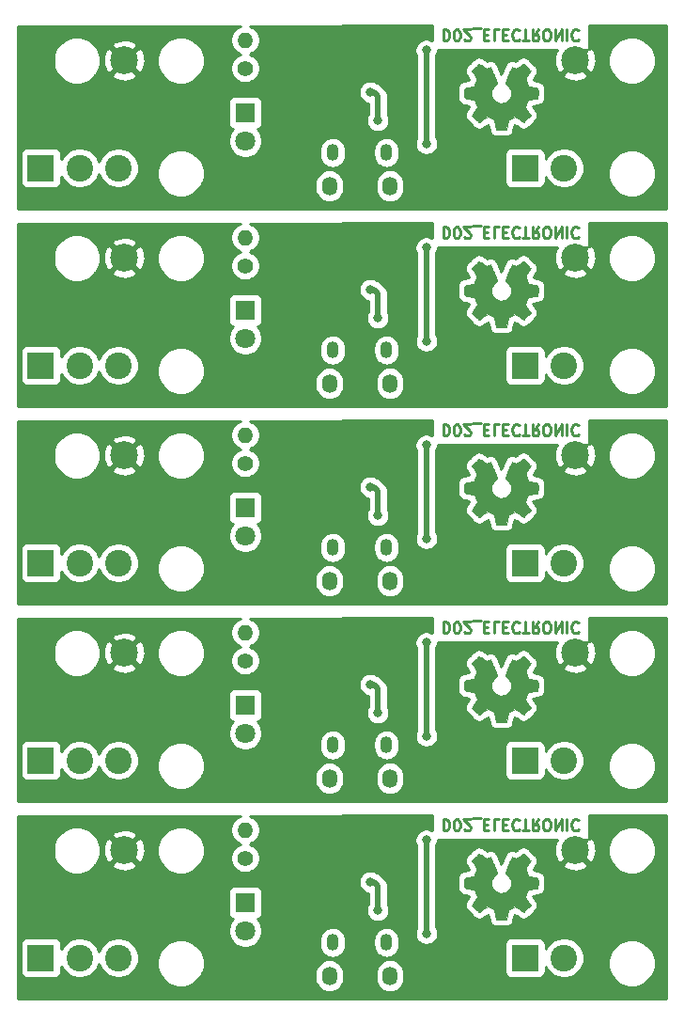
<source format=gbr>
G04 #@! TF.GenerationSoftware,KiCad,Pcbnew,5.1.5-52549c5~86~ubuntu18.04.1*
G04 #@! TF.CreationDate,2020-09-17T20:37:07-05:00*
G04 #@! TF.ProjectId,,58585858-5858-4585-9858-585858585858,rev?*
G04 #@! TF.SameCoordinates,Original*
G04 #@! TF.FileFunction,Copper,L2,Bot*
G04 #@! TF.FilePolarity,Positive*
%FSLAX46Y46*%
G04 Gerber Fmt 4.6, Leading zero omitted, Abs format (unit mm)*
G04 Created by KiCad (PCBNEW 5.1.5-52549c5~86~ubuntu18.04.1) date 2020-09-17 20:37:07*
%MOMM*%
%LPD*%
G04 APERTURE LIST*
%ADD10C,0.250000*%
%ADD11C,0.010000*%
%ADD12R,2.400000X2.400000*%
%ADD13C,2.400000*%
%ADD14C,2.499360*%
%ADD15R,1.800000X1.800000*%
%ADD16C,1.800000*%
%ADD17C,1.400000*%
%ADD18O,1.400000X1.400000*%
%ADD19O,1.100000X1.500000*%
%ADD20O,1.350000X1.700000*%
%ADD21C,0.800000*%
%ADD22C,0.500000*%
%ADD23C,0.254000*%
G04 APERTURE END LIST*
D10*
X87375171Y-98988619D02*
X87375171Y-99988619D01*
X87613266Y-99988619D01*
X87756123Y-99941000D01*
X87851361Y-99845761D01*
X87898980Y-99750523D01*
X87946600Y-99560047D01*
X87946600Y-99417190D01*
X87898980Y-99226714D01*
X87851361Y-99131476D01*
X87756123Y-99036238D01*
X87613266Y-98988619D01*
X87375171Y-98988619D01*
X88565647Y-99988619D02*
X88660885Y-99988619D01*
X88756123Y-99941000D01*
X88803742Y-99893380D01*
X88851361Y-99798142D01*
X88898980Y-99607666D01*
X88898980Y-99369571D01*
X88851361Y-99179095D01*
X88803742Y-99083857D01*
X88756123Y-99036238D01*
X88660885Y-98988619D01*
X88565647Y-98988619D01*
X88470409Y-99036238D01*
X88422790Y-99083857D01*
X88375171Y-99179095D01*
X88327552Y-99369571D01*
X88327552Y-99607666D01*
X88375171Y-99798142D01*
X88422790Y-99893380D01*
X88470409Y-99941000D01*
X88565647Y-99988619D01*
X89279933Y-99893380D02*
X89327552Y-99941000D01*
X89422790Y-99988619D01*
X89660885Y-99988619D01*
X89756123Y-99941000D01*
X89803742Y-99893380D01*
X89851361Y-99798142D01*
X89851361Y-99702904D01*
X89803742Y-99560047D01*
X89232314Y-98988619D01*
X89851361Y-98988619D01*
X90041838Y-98893380D02*
X90803742Y-98893380D01*
X91041838Y-99512428D02*
X91375171Y-99512428D01*
X91518028Y-98988619D02*
X91041838Y-98988619D01*
X91041838Y-99988619D01*
X91518028Y-99988619D01*
X92422790Y-98988619D02*
X91946600Y-98988619D01*
X91946600Y-99988619D01*
X92756123Y-99512428D02*
X93089457Y-99512428D01*
X93232314Y-98988619D02*
X92756123Y-98988619D01*
X92756123Y-99988619D01*
X93232314Y-99988619D01*
X94232314Y-99083857D02*
X94184695Y-99036238D01*
X94041838Y-98988619D01*
X93946600Y-98988619D01*
X93803742Y-99036238D01*
X93708504Y-99131476D01*
X93660885Y-99226714D01*
X93613266Y-99417190D01*
X93613266Y-99560047D01*
X93660885Y-99750523D01*
X93708504Y-99845761D01*
X93803742Y-99941000D01*
X93946600Y-99988619D01*
X94041838Y-99988619D01*
X94184695Y-99941000D01*
X94232314Y-99893380D01*
X94518028Y-99988619D02*
X95089457Y-99988619D01*
X94803742Y-98988619D02*
X94803742Y-99988619D01*
X95994219Y-98988619D02*
X95660885Y-99464809D01*
X95422790Y-98988619D02*
X95422790Y-99988619D01*
X95803742Y-99988619D01*
X95898980Y-99941000D01*
X95946600Y-99893380D01*
X95994219Y-99798142D01*
X95994219Y-99655285D01*
X95946600Y-99560047D01*
X95898980Y-99512428D01*
X95803742Y-99464809D01*
X95422790Y-99464809D01*
X96613266Y-99988619D02*
X96803742Y-99988619D01*
X96898980Y-99941000D01*
X96994219Y-99845761D01*
X97041838Y-99655285D01*
X97041838Y-99321952D01*
X96994219Y-99131476D01*
X96898980Y-99036238D01*
X96803742Y-98988619D01*
X96613266Y-98988619D01*
X96518028Y-99036238D01*
X96422790Y-99131476D01*
X96375171Y-99321952D01*
X96375171Y-99655285D01*
X96422790Y-99845761D01*
X96518028Y-99941000D01*
X96613266Y-99988619D01*
X97470409Y-98988619D02*
X97470409Y-99988619D01*
X98041838Y-98988619D01*
X98041838Y-99988619D01*
X98518028Y-98988619D02*
X98518028Y-99988619D01*
X99565647Y-99083857D02*
X99518028Y-99036238D01*
X99375171Y-98988619D01*
X99279933Y-98988619D01*
X99137076Y-99036238D01*
X99041838Y-99131476D01*
X98994219Y-99226714D01*
X98946600Y-99417190D01*
X98946600Y-99560047D01*
X98994219Y-99750523D01*
X99041838Y-99845761D01*
X99137076Y-99941000D01*
X99279933Y-99988619D01*
X99375171Y-99988619D01*
X99518028Y-99941000D01*
X99565647Y-99893380D01*
X87375171Y-81208619D02*
X87375171Y-82208619D01*
X87613266Y-82208619D01*
X87756123Y-82161000D01*
X87851361Y-82065761D01*
X87898980Y-81970523D01*
X87946600Y-81780047D01*
X87946600Y-81637190D01*
X87898980Y-81446714D01*
X87851361Y-81351476D01*
X87756123Y-81256238D01*
X87613266Y-81208619D01*
X87375171Y-81208619D01*
X88565647Y-82208619D02*
X88660885Y-82208619D01*
X88756123Y-82161000D01*
X88803742Y-82113380D01*
X88851361Y-82018142D01*
X88898980Y-81827666D01*
X88898980Y-81589571D01*
X88851361Y-81399095D01*
X88803742Y-81303857D01*
X88756123Y-81256238D01*
X88660885Y-81208619D01*
X88565647Y-81208619D01*
X88470409Y-81256238D01*
X88422790Y-81303857D01*
X88375171Y-81399095D01*
X88327552Y-81589571D01*
X88327552Y-81827666D01*
X88375171Y-82018142D01*
X88422790Y-82113380D01*
X88470409Y-82161000D01*
X88565647Y-82208619D01*
X89279933Y-82113380D02*
X89327552Y-82161000D01*
X89422790Y-82208619D01*
X89660885Y-82208619D01*
X89756123Y-82161000D01*
X89803742Y-82113380D01*
X89851361Y-82018142D01*
X89851361Y-81922904D01*
X89803742Y-81780047D01*
X89232314Y-81208619D01*
X89851361Y-81208619D01*
X90041838Y-81113380D02*
X90803742Y-81113380D01*
X91041838Y-81732428D02*
X91375171Y-81732428D01*
X91518028Y-81208619D02*
X91041838Y-81208619D01*
X91041838Y-82208619D01*
X91518028Y-82208619D01*
X92422790Y-81208619D02*
X91946600Y-81208619D01*
X91946600Y-82208619D01*
X92756123Y-81732428D02*
X93089457Y-81732428D01*
X93232314Y-81208619D02*
X92756123Y-81208619D01*
X92756123Y-82208619D01*
X93232314Y-82208619D01*
X94232314Y-81303857D02*
X94184695Y-81256238D01*
X94041838Y-81208619D01*
X93946600Y-81208619D01*
X93803742Y-81256238D01*
X93708504Y-81351476D01*
X93660885Y-81446714D01*
X93613266Y-81637190D01*
X93613266Y-81780047D01*
X93660885Y-81970523D01*
X93708504Y-82065761D01*
X93803742Y-82161000D01*
X93946600Y-82208619D01*
X94041838Y-82208619D01*
X94184695Y-82161000D01*
X94232314Y-82113380D01*
X94518028Y-82208619D02*
X95089457Y-82208619D01*
X94803742Y-81208619D02*
X94803742Y-82208619D01*
X95994219Y-81208619D02*
X95660885Y-81684809D01*
X95422790Y-81208619D02*
X95422790Y-82208619D01*
X95803742Y-82208619D01*
X95898980Y-82161000D01*
X95946600Y-82113380D01*
X95994219Y-82018142D01*
X95994219Y-81875285D01*
X95946600Y-81780047D01*
X95898980Y-81732428D01*
X95803742Y-81684809D01*
X95422790Y-81684809D01*
X96613266Y-82208619D02*
X96803742Y-82208619D01*
X96898980Y-82161000D01*
X96994219Y-82065761D01*
X97041838Y-81875285D01*
X97041838Y-81541952D01*
X96994219Y-81351476D01*
X96898980Y-81256238D01*
X96803742Y-81208619D01*
X96613266Y-81208619D01*
X96518028Y-81256238D01*
X96422790Y-81351476D01*
X96375171Y-81541952D01*
X96375171Y-81875285D01*
X96422790Y-82065761D01*
X96518028Y-82161000D01*
X96613266Y-82208619D01*
X97470409Y-81208619D02*
X97470409Y-82208619D01*
X98041838Y-81208619D01*
X98041838Y-82208619D01*
X98518028Y-81208619D02*
X98518028Y-82208619D01*
X99565647Y-81303857D02*
X99518028Y-81256238D01*
X99375171Y-81208619D01*
X99279933Y-81208619D01*
X99137076Y-81256238D01*
X99041838Y-81351476D01*
X98994219Y-81446714D01*
X98946600Y-81637190D01*
X98946600Y-81780047D01*
X98994219Y-81970523D01*
X99041838Y-82065761D01*
X99137076Y-82161000D01*
X99279933Y-82208619D01*
X99375171Y-82208619D01*
X99518028Y-82161000D01*
X99565647Y-82113380D01*
X87375171Y-63428619D02*
X87375171Y-64428619D01*
X87613266Y-64428619D01*
X87756123Y-64381000D01*
X87851361Y-64285761D01*
X87898980Y-64190523D01*
X87946600Y-64000047D01*
X87946600Y-63857190D01*
X87898980Y-63666714D01*
X87851361Y-63571476D01*
X87756123Y-63476238D01*
X87613266Y-63428619D01*
X87375171Y-63428619D01*
X88565647Y-64428619D02*
X88660885Y-64428619D01*
X88756123Y-64381000D01*
X88803742Y-64333380D01*
X88851361Y-64238142D01*
X88898980Y-64047666D01*
X88898980Y-63809571D01*
X88851361Y-63619095D01*
X88803742Y-63523857D01*
X88756123Y-63476238D01*
X88660885Y-63428619D01*
X88565647Y-63428619D01*
X88470409Y-63476238D01*
X88422790Y-63523857D01*
X88375171Y-63619095D01*
X88327552Y-63809571D01*
X88327552Y-64047666D01*
X88375171Y-64238142D01*
X88422790Y-64333380D01*
X88470409Y-64381000D01*
X88565647Y-64428619D01*
X89279933Y-64333380D02*
X89327552Y-64381000D01*
X89422790Y-64428619D01*
X89660885Y-64428619D01*
X89756123Y-64381000D01*
X89803742Y-64333380D01*
X89851361Y-64238142D01*
X89851361Y-64142904D01*
X89803742Y-64000047D01*
X89232314Y-63428619D01*
X89851361Y-63428619D01*
X90041838Y-63333380D02*
X90803742Y-63333380D01*
X91041838Y-63952428D02*
X91375171Y-63952428D01*
X91518028Y-63428619D02*
X91041838Y-63428619D01*
X91041838Y-64428619D01*
X91518028Y-64428619D01*
X92422790Y-63428619D02*
X91946600Y-63428619D01*
X91946600Y-64428619D01*
X92756123Y-63952428D02*
X93089457Y-63952428D01*
X93232314Y-63428619D02*
X92756123Y-63428619D01*
X92756123Y-64428619D01*
X93232314Y-64428619D01*
X94232314Y-63523857D02*
X94184695Y-63476238D01*
X94041838Y-63428619D01*
X93946600Y-63428619D01*
X93803742Y-63476238D01*
X93708504Y-63571476D01*
X93660885Y-63666714D01*
X93613266Y-63857190D01*
X93613266Y-64000047D01*
X93660885Y-64190523D01*
X93708504Y-64285761D01*
X93803742Y-64381000D01*
X93946600Y-64428619D01*
X94041838Y-64428619D01*
X94184695Y-64381000D01*
X94232314Y-64333380D01*
X94518028Y-64428619D02*
X95089457Y-64428619D01*
X94803742Y-63428619D02*
X94803742Y-64428619D01*
X95994219Y-63428619D02*
X95660885Y-63904809D01*
X95422790Y-63428619D02*
X95422790Y-64428619D01*
X95803742Y-64428619D01*
X95898980Y-64381000D01*
X95946600Y-64333380D01*
X95994219Y-64238142D01*
X95994219Y-64095285D01*
X95946600Y-64000047D01*
X95898980Y-63952428D01*
X95803742Y-63904809D01*
X95422790Y-63904809D01*
X96613266Y-64428619D02*
X96803742Y-64428619D01*
X96898980Y-64381000D01*
X96994219Y-64285761D01*
X97041838Y-64095285D01*
X97041838Y-63761952D01*
X96994219Y-63571476D01*
X96898980Y-63476238D01*
X96803742Y-63428619D01*
X96613266Y-63428619D01*
X96518028Y-63476238D01*
X96422790Y-63571476D01*
X96375171Y-63761952D01*
X96375171Y-64095285D01*
X96422790Y-64285761D01*
X96518028Y-64381000D01*
X96613266Y-64428619D01*
X97470409Y-63428619D02*
X97470409Y-64428619D01*
X98041838Y-63428619D01*
X98041838Y-64428619D01*
X98518028Y-63428619D02*
X98518028Y-64428619D01*
X99565647Y-63523857D02*
X99518028Y-63476238D01*
X99375171Y-63428619D01*
X99279933Y-63428619D01*
X99137076Y-63476238D01*
X99041838Y-63571476D01*
X98994219Y-63666714D01*
X98946600Y-63857190D01*
X98946600Y-64000047D01*
X98994219Y-64190523D01*
X99041838Y-64285761D01*
X99137076Y-64381000D01*
X99279933Y-64428619D01*
X99375171Y-64428619D01*
X99518028Y-64381000D01*
X99565647Y-64333380D01*
X87375171Y-45648619D02*
X87375171Y-46648619D01*
X87613266Y-46648619D01*
X87756123Y-46601000D01*
X87851361Y-46505761D01*
X87898980Y-46410523D01*
X87946600Y-46220047D01*
X87946600Y-46077190D01*
X87898980Y-45886714D01*
X87851361Y-45791476D01*
X87756123Y-45696238D01*
X87613266Y-45648619D01*
X87375171Y-45648619D01*
X88565647Y-46648619D02*
X88660885Y-46648619D01*
X88756123Y-46601000D01*
X88803742Y-46553380D01*
X88851361Y-46458142D01*
X88898980Y-46267666D01*
X88898980Y-46029571D01*
X88851361Y-45839095D01*
X88803742Y-45743857D01*
X88756123Y-45696238D01*
X88660885Y-45648619D01*
X88565647Y-45648619D01*
X88470409Y-45696238D01*
X88422790Y-45743857D01*
X88375171Y-45839095D01*
X88327552Y-46029571D01*
X88327552Y-46267666D01*
X88375171Y-46458142D01*
X88422790Y-46553380D01*
X88470409Y-46601000D01*
X88565647Y-46648619D01*
X89279933Y-46553380D02*
X89327552Y-46601000D01*
X89422790Y-46648619D01*
X89660885Y-46648619D01*
X89756123Y-46601000D01*
X89803742Y-46553380D01*
X89851361Y-46458142D01*
X89851361Y-46362904D01*
X89803742Y-46220047D01*
X89232314Y-45648619D01*
X89851361Y-45648619D01*
X90041838Y-45553380D02*
X90803742Y-45553380D01*
X91041838Y-46172428D02*
X91375171Y-46172428D01*
X91518028Y-45648619D02*
X91041838Y-45648619D01*
X91041838Y-46648619D01*
X91518028Y-46648619D01*
X92422790Y-45648619D02*
X91946600Y-45648619D01*
X91946600Y-46648619D01*
X92756123Y-46172428D02*
X93089457Y-46172428D01*
X93232314Y-45648619D02*
X92756123Y-45648619D01*
X92756123Y-46648619D01*
X93232314Y-46648619D01*
X94232314Y-45743857D02*
X94184695Y-45696238D01*
X94041838Y-45648619D01*
X93946600Y-45648619D01*
X93803742Y-45696238D01*
X93708504Y-45791476D01*
X93660885Y-45886714D01*
X93613266Y-46077190D01*
X93613266Y-46220047D01*
X93660885Y-46410523D01*
X93708504Y-46505761D01*
X93803742Y-46601000D01*
X93946600Y-46648619D01*
X94041838Y-46648619D01*
X94184695Y-46601000D01*
X94232314Y-46553380D01*
X94518028Y-46648619D02*
X95089457Y-46648619D01*
X94803742Y-45648619D02*
X94803742Y-46648619D01*
X95994219Y-45648619D02*
X95660885Y-46124809D01*
X95422790Y-45648619D02*
X95422790Y-46648619D01*
X95803742Y-46648619D01*
X95898980Y-46601000D01*
X95946600Y-46553380D01*
X95994219Y-46458142D01*
X95994219Y-46315285D01*
X95946600Y-46220047D01*
X95898980Y-46172428D01*
X95803742Y-46124809D01*
X95422790Y-46124809D01*
X96613266Y-46648619D02*
X96803742Y-46648619D01*
X96898980Y-46601000D01*
X96994219Y-46505761D01*
X97041838Y-46315285D01*
X97041838Y-45981952D01*
X96994219Y-45791476D01*
X96898980Y-45696238D01*
X96803742Y-45648619D01*
X96613266Y-45648619D01*
X96518028Y-45696238D01*
X96422790Y-45791476D01*
X96375171Y-45981952D01*
X96375171Y-46315285D01*
X96422790Y-46505761D01*
X96518028Y-46601000D01*
X96613266Y-46648619D01*
X97470409Y-45648619D02*
X97470409Y-46648619D01*
X98041838Y-45648619D01*
X98041838Y-46648619D01*
X98518028Y-45648619D02*
X98518028Y-46648619D01*
X99565647Y-45743857D02*
X99518028Y-45696238D01*
X99375171Y-45648619D01*
X99279933Y-45648619D01*
X99137076Y-45696238D01*
X99041838Y-45791476D01*
X98994219Y-45886714D01*
X98946600Y-46077190D01*
X98946600Y-46220047D01*
X98994219Y-46410523D01*
X99041838Y-46505761D01*
X99137076Y-46601000D01*
X99279933Y-46648619D01*
X99375171Y-46648619D01*
X99518028Y-46601000D01*
X99565647Y-46553380D01*
X87375171Y-27868619D02*
X87375171Y-28868619D01*
X87613266Y-28868619D01*
X87756123Y-28821000D01*
X87851361Y-28725761D01*
X87898980Y-28630523D01*
X87946600Y-28440047D01*
X87946600Y-28297190D01*
X87898980Y-28106714D01*
X87851361Y-28011476D01*
X87756123Y-27916238D01*
X87613266Y-27868619D01*
X87375171Y-27868619D01*
X88565647Y-28868619D02*
X88660885Y-28868619D01*
X88756123Y-28821000D01*
X88803742Y-28773380D01*
X88851361Y-28678142D01*
X88898980Y-28487666D01*
X88898980Y-28249571D01*
X88851361Y-28059095D01*
X88803742Y-27963857D01*
X88756123Y-27916238D01*
X88660885Y-27868619D01*
X88565647Y-27868619D01*
X88470409Y-27916238D01*
X88422790Y-27963857D01*
X88375171Y-28059095D01*
X88327552Y-28249571D01*
X88327552Y-28487666D01*
X88375171Y-28678142D01*
X88422790Y-28773380D01*
X88470409Y-28821000D01*
X88565647Y-28868619D01*
X89279933Y-28773380D02*
X89327552Y-28821000D01*
X89422790Y-28868619D01*
X89660885Y-28868619D01*
X89756123Y-28821000D01*
X89803742Y-28773380D01*
X89851361Y-28678142D01*
X89851361Y-28582904D01*
X89803742Y-28440047D01*
X89232314Y-27868619D01*
X89851361Y-27868619D01*
X90041838Y-27773380D02*
X90803742Y-27773380D01*
X91041838Y-28392428D02*
X91375171Y-28392428D01*
X91518028Y-27868619D02*
X91041838Y-27868619D01*
X91041838Y-28868619D01*
X91518028Y-28868619D01*
X92422790Y-27868619D02*
X91946600Y-27868619D01*
X91946600Y-28868619D01*
X92756123Y-28392428D02*
X93089457Y-28392428D01*
X93232314Y-27868619D02*
X92756123Y-27868619D01*
X92756123Y-28868619D01*
X93232314Y-28868619D01*
X94232314Y-27963857D02*
X94184695Y-27916238D01*
X94041838Y-27868619D01*
X93946600Y-27868619D01*
X93803742Y-27916238D01*
X93708504Y-28011476D01*
X93660885Y-28106714D01*
X93613266Y-28297190D01*
X93613266Y-28440047D01*
X93660885Y-28630523D01*
X93708504Y-28725761D01*
X93803742Y-28821000D01*
X93946600Y-28868619D01*
X94041838Y-28868619D01*
X94184695Y-28821000D01*
X94232314Y-28773380D01*
X94518028Y-28868619D02*
X95089457Y-28868619D01*
X94803742Y-27868619D02*
X94803742Y-28868619D01*
X95994219Y-27868619D02*
X95660885Y-28344809D01*
X95422790Y-27868619D02*
X95422790Y-28868619D01*
X95803742Y-28868619D01*
X95898980Y-28821000D01*
X95946600Y-28773380D01*
X95994219Y-28678142D01*
X95994219Y-28535285D01*
X95946600Y-28440047D01*
X95898980Y-28392428D01*
X95803742Y-28344809D01*
X95422790Y-28344809D01*
X96613266Y-28868619D02*
X96803742Y-28868619D01*
X96898980Y-28821000D01*
X96994219Y-28725761D01*
X97041838Y-28535285D01*
X97041838Y-28201952D01*
X96994219Y-28011476D01*
X96898980Y-27916238D01*
X96803742Y-27868619D01*
X96613266Y-27868619D01*
X96518028Y-27916238D01*
X96422790Y-28011476D01*
X96375171Y-28201952D01*
X96375171Y-28535285D01*
X96422790Y-28725761D01*
X96518028Y-28821000D01*
X96613266Y-28868619D01*
X97470409Y-27868619D02*
X97470409Y-28868619D01*
X98041838Y-27868619D01*
X98041838Y-28868619D01*
X98518028Y-27868619D02*
X98518028Y-28868619D01*
X99565647Y-27963857D02*
X99518028Y-27916238D01*
X99375171Y-27868619D01*
X99279933Y-27868619D01*
X99137076Y-27916238D01*
X99041838Y-28011476D01*
X98994219Y-28106714D01*
X98946600Y-28297190D01*
X98946600Y-28440047D01*
X98994219Y-28630523D01*
X99041838Y-28725761D01*
X99137076Y-28821000D01*
X99279933Y-28868619D01*
X99375171Y-28868619D01*
X99518028Y-28821000D01*
X99565647Y-28773380D01*
D11*
G36*
X93164214Y-107560069D02*
G01*
X93248035Y-107115445D01*
X93557320Y-106987947D01*
X93866606Y-106860449D01*
X94237646Y-107112754D01*
X94341557Y-107183004D01*
X94435487Y-107245728D01*
X94515052Y-107298062D01*
X94575870Y-107337143D01*
X94613557Y-107360107D01*
X94623821Y-107365058D01*
X94642310Y-107352324D01*
X94681820Y-107317118D01*
X94737922Y-107263938D01*
X94806187Y-107197282D01*
X94882186Y-107121646D01*
X94961492Y-107041528D01*
X95039675Y-106961426D01*
X95112307Y-106885836D01*
X95174959Y-106819255D01*
X95223203Y-106766182D01*
X95252610Y-106731113D01*
X95259641Y-106719377D01*
X95249523Y-106697740D01*
X95221159Y-106650338D01*
X95177529Y-106581807D01*
X95121618Y-106496785D01*
X95056406Y-106399907D01*
X95018619Y-106344650D01*
X94949743Y-106243752D01*
X94888540Y-106152701D01*
X94837978Y-106076030D01*
X94801028Y-106018272D01*
X94780658Y-105983957D01*
X94777597Y-105976746D01*
X94784536Y-105956252D01*
X94803451Y-105908487D01*
X94831487Y-105840168D01*
X94865791Y-105758011D01*
X94903509Y-105668730D01*
X94941787Y-105579042D01*
X94977770Y-105495662D01*
X95008606Y-105425306D01*
X95031439Y-105374690D01*
X95043417Y-105350529D01*
X95044124Y-105349578D01*
X95062931Y-105344964D01*
X95113018Y-105334672D01*
X95189193Y-105319713D01*
X95286265Y-105301099D01*
X95399043Y-105279841D01*
X95464842Y-105267582D01*
X95585350Y-105244638D01*
X95694197Y-105222805D01*
X95785876Y-105203278D01*
X95854881Y-105187252D01*
X95895704Y-105175921D01*
X95903911Y-105172326D01*
X95911948Y-105147994D01*
X95918433Y-105093041D01*
X95923370Y-105013892D01*
X95926764Y-104916974D01*
X95928618Y-104808713D01*
X95928938Y-104695535D01*
X95927727Y-104583865D01*
X95924990Y-104480132D01*
X95920731Y-104390759D01*
X95914955Y-104322174D01*
X95907667Y-104280803D01*
X95903295Y-104272190D01*
X95877164Y-104261867D01*
X95821793Y-104247108D01*
X95744507Y-104229648D01*
X95652630Y-104211220D01*
X95620558Y-104205259D01*
X95465924Y-104176934D01*
X95343775Y-104154124D01*
X95250073Y-104135920D01*
X95180784Y-104121417D01*
X95131871Y-104109708D01*
X95099297Y-104099885D01*
X95079028Y-104091044D01*
X95067026Y-104082276D01*
X95065347Y-104080543D01*
X95048584Y-104052629D01*
X95023014Y-103998305D01*
X94991188Y-103924223D01*
X94955660Y-103837035D01*
X94918983Y-103743392D01*
X94883711Y-103649948D01*
X94852396Y-103563353D01*
X94827593Y-103490260D01*
X94811854Y-103437322D01*
X94807732Y-103411189D01*
X94808076Y-103410274D01*
X94822041Y-103388914D01*
X94853722Y-103341916D01*
X94899791Y-103274173D01*
X94956918Y-103190577D01*
X95021773Y-103096018D01*
X95040243Y-103069146D01*
X95106099Y-102971725D01*
X95164050Y-102882837D01*
X95210938Y-102807588D01*
X95243607Y-102751080D01*
X95258900Y-102718419D01*
X95259641Y-102714407D01*
X95246792Y-102693316D01*
X95211288Y-102651536D01*
X95157693Y-102593555D01*
X95090571Y-102523865D01*
X95014487Y-102446955D01*
X94934004Y-102367317D01*
X94853687Y-102289439D01*
X94778099Y-102217814D01*
X94711805Y-102156930D01*
X94659369Y-102111279D01*
X94625355Y-102085350D01*
X94615945Y-102081117D01*
X94594043Y-102091088D01*
X94549200Y-102117980D01*
X94488721Y-102157264D01*
X94442189Y-102188883D01*
X94357875Y-102246902D01*
X94258026Y-102315216D01*
X94157873Y-102383421D01*
X94104027Y-102419925D01*
X93921771Y-102543200D01*
X93768781Y-102460480D01*
X93699082Y-102424241D01*
X93639814Y-102396074D01*
X93599711Y-102380009D01*
X93589503Y-102377774D01*
X93577229Y-102394278D01*
X93553013Y-102440918D01*
X93518663Y-102513391D01*
X93475988Y-102607394D01*
X93426794Y-102718626D01*
X93372890Y-102842785D01*
X93316084Y-102975568D01*
X93258182Y-103112673D01*
X93200993Y-103249798D01*
X93146324Y-103382642D01*
X93095984Y-103506902D01*
X93051780Y-103618275D01*
X93015519Y-103712461D01*
X92989009Y-103785156D01*
X92974058Y-103832059D01*
X92971654Y-103848167D01*
X92990711Y-103868714D01*
X93032436Y-103902067D01*
X93088106Y-103941298D01*
X93092778Y-103944401D01*
X93236664Y-104059577D01*
X93352683Y-104193947D01*
X93439830Y-104343216D01*
X93497099Y-104503087D01*
X93523486Y-104669263D01*
X93517985Y-104837448D01*
X93479590Y-105003345D01*
X93407295Y-105162658D01*
X93386026Y-105197513D01*
X93275396Y-105338263D01*
X93144702Y-105451286D01*
X92998464Y-105535997D01*
X92841208Y-105591806D01*
X92677457Y-105618126D01*
X92511733Y-105614370D01*
X92348562Y-105579950D01*
X92192465Y-105514277D01*
X92047967Y-105416765D01*
X92003269Y-105377187D01*
X91889512Y-105253297D01*
X91806618Y-105122876D01*
X91749756Y-104976685D01*
X91718087Y-104831912D01*
X91710269Y-104669140D01*
X91736338Y-104505560D01*
X91793645Y-104346702D01*
X91879544Y-104198094D01*
X91991386Y-104065265D01*
X92126523Y-103953744D01*
X92144283Y-103941989D01*
X92200550Y-103903492D01*
X92243323Y-103870137D01*
X92263772Y-103848840D01*
X92264069Y-103848167D01*
X92259679Y-103825129D01*
X92242276Y-103772843D01*
X92213668Y-103695610D01*
X92175665Y-103597732D01*
X92130074Y-103483509D01*
X92078703Y-103357242D01*
X92023362Y-103223233D01*
X91965858Y-103085782D01*
X91908001Y-102949192D01*
X91851598Y-102817763D01*
X91798458Y-102695795D01*
X91750390Y-102587591D01*
X91709201Y-102497451D01*
X91676701Y-102429677D01*
X91654697Y-102388570D01*
X91645836Y-102377774D01*
X91618760Y-102386181D01*
X91568097Y-102408728D01*
X91502583Y-102441387D01*
X91466559Y-102460480D01*
X91313568Y-102543200D01*
X91131312Y-102419925D01*
X91038275Y-102356772D01*
X90936415Y-102287273D01*
X90840962Y-102221835D01*
X90793150Y-102188883D01*
X90725905Y-102143727D01*
X90668964Y-102107943D01*
X90629754Y-102086062D01*
X90617019Y-102081437D01*
X90598483Y-102093915D01*
X90557459Y-102128748D01*
X90497925Y-102182322D01*
X90423858Y-102251017D01*
X90339235Y-102331219D01*
X90285715Y-102382714D01*
X90192081Y-102474714D01*
X90111159Y-102557001D01*
X90046223Y-102626055D01*
X90000542Y-102678356D01*
X89977389Y-102710384D01*
X89975168Y-102716884D01*
X89985476Y-102741606D01*
X90013961Y-102791595D01*
X90057463Y-102861788D01*
X90112823Y-102947125D01*
X90176880Y-103042544D01*
X90195097Y-103069146D01*
X90261473Y-103165833D01*
X90321022Y-103252883D01*
X90370416Y-103325405D01*
X90406325Y-103378507D01*
X90425419Y-103407297D01*
X90427264Y-103410274D01*
X90424505Y-103433218D01*
X90409862Y-103483664D01*
X90385887Y-103554959D01*
X90355134Y-103640453D01*
X90320156Y-103733493D01*
X90283507Y-103827426D01*
X90247739Y-103915601D01*
X90215406Y-103991366D01*
X90189062Y-104048069D01*
X90171258Y-104079057D01*
X90169993Y-104080543D01*
X90159106Y-104089399D01*
X90140718Y-104098157D01*
X90110794Y-104107723D01*
X90065297Y-104119004D01*
X90000191Y-104132907D01*
X89911439Y-104150337D01*
X89795007Y-104172202D01*
X89646858Y-104199409D01*
X89614782Y-104205259D01*
X89519714Y-104223626D01*
X89436835Y-104241595D01*
X89373470Y-104257431D01*
X89336942Y-104269400D01*
X89332044Y-104272190D01*
X89323973Y-104296928D01*
X89317413Y-104352210D01*
X89312367Y-104431611D01*
X89308841Y-104528704D01*
X89306839Y-104637062D01*
X89306364Y-104750260D01*
X89307423Y-104861872D01*
X89310018Y-104965471D01*
X89314154Y-105054632D01*
X89319837Y-105122928D01*
X89327069Y-105163934D01*
X89331429Y-105172326D01*
X89355702Y-105180792D01*
X89410974Y-105194565D01*
X89491738Y-105212450D01*
X89592488Y-105233252D01*
X89707717Y-105255777D01*
X89770498Y-105267582D01*
X89889613Y-105289849D01*
X89995835Y-105310021D01*
X90083973Y-105327085D01*
X90148834Y-105340031D01*
X90185226Y-105347845D01*
X90191216Y-105349578D01*
X90201339Y-105369110D01*
X90222738Y-105416157D01*
X90252561Y-105483997D01*
X90287955Y-105565909D01*
X90326068Y-105655172D01*
X90364047Y-105745065D01*
X90399040Y-105828865D01*
X90428194Y-105899853D01*
X90448657Y-105951306D01*
X90457577Y-105976503D01*
X90457743Y-105977604D01*
X90447631Y-105997481D01*
X90419283Y-106043223D01*
X90375677Y-106110283D01*
X90319794Y-106194116D01*
X90254613Y-106290174D01*
X90216721Y-106345350D01*
X90147675Y-106446519D01*
X90086350Y-106538370D01*
X90035737Y-106616256D01*
X89998829Y-106675531D01*
X89978618Y-106711549D01*
X89975699Y-106719623D01*
X89988247Y-106738416D01*
X90022937Y-106778543D01*
X90075337Y-106835507D01*
X90141016Y-106904815D01*
X90215544Y-106981969D01*
X90294487Y-107062475D01*
X90373417Y-107141837D01*
X90447900Y-107215560D01*
X90513506Y-107279148D01*
X90565804Y-107328106D01*
X90600361Y-107357939D01*
X90611922Y-107365058D01*
X90630746Y-107355047D01*
X90675769Y-107326922D01*
X90742613Y-107283546D01*
X90826901Y-107227782D01*
X90924256Y-107162494D01*
X90997693Y-107112754D01*
X91368733Y-106860449D01*
X91987305Y-107115445D01*
X92071125Y-107560069D01*
X92154946Y-108004693D01*
X93080394Y-108004693D01*
X93164214Y-107560069D01*
G37*
X93164214Y-107560069D02*
X93248035Y-107115445D01*
X93557320Y-106987947D01*
X93866606Y-106860449D01*
X94237646Y-107112754D01*
X94341557Y-107183004D01*
X94435487Y-107245728D01*
X94515052Y-107298062D01*
X94575870Y-107337143D01*
X94613557Y-107360107D01*
X94623821Y-107365058D01*
X94642310Y-107352324D01*
X94681820Y-107317118D01*
X94737922Y-107263938D01*
X94806187Y-107197282D01*
X94882186Y-107121646D01*
X94961492Y-107041528D01*
X95039675Y-106961426D01*
X95112307Y-106885836D01*
X95174959Y-106819255D01*
X95223203Y-106766182D01*
X95252610Y-106731113D01*
X95259641Y-106719377D01*
X95249523Y-106697740D01*
X95221159Y-106650338D01*
X95177529Y-106581807D01*
X95121618Y-106496785D01*
X95056406Y-106399907D01*
X95018619Y-106344650D01*
X94949743Y-106243752D01*
X94888540Y-106152701D01*
X94837978Y-106076030D01*
X94801028Y-106018272D01*
X94780658Y-105983957D01*
X94777597Y-105976746D01*
X94784536Y-105956252D01*
X94803451Y-105908487D01*
X94831487Y-105840168D01*
X94865791Y-105758011D01*
X94903509Y-105668730D01*
X94941787Y-105579042D01*
X94977770Y-105495662D01*
X95008606Y-105425306D01*
X95031439Y-105374690D01*
X95043417Y-105350529D01*
X95044124Y-105349578D01*
X95062931Y-105344964D01*
X95113018Y-105334672D01*
X95189193Y-105319713D01*
X95286265Y-105301099D01*
X95399043Y-105279841D01*
X95464842Y-105267582D01*
X95585350Y-105244638D01*
X95694197Y-105222805D01*
X95785876Y-105203278D01*
X95854881Y-105187252D01*
X95895704Y-105175921D01*
X95903911Y-105172326D01*
X95911948Y-105147994D01*
X95918433Y-105093041D01*
X95923370Y-105013892D01*
X95926764Y-104916974D01*
X95928618Y-104808713D01*
X95928938Y-104695535D01*
X95927727Y-104583865D01*
X95924990Y-104480132D01*
X95920731Y-104390759D01*
X95914955Y-104322174D01*
X95907667Y-104280803D01*
X95903295Y-104272190D01*
X95877164Y-104261867D01*
X95821793Y-104247108D01*
X95744507Y-104229648D01*
X95652630Y-104211220D01*
X95620558Y-104205259D01*
X95465924Y-104176934D01*
X95343775Y-104154124D01*
X95250073Y-104135920D01*
X95180784Y-104121417D01*
X95131871Y-104109708D01*
X95099297Y-104099885D01*
X95079028Y-104091044D01*
X95067026Y-104082276D01*
X95065347Y-104080543D01*
X95048584Y-104052629D01*
X95023014Y-103998305D01*
X94991188Y-103924223D01*
X94955660Y-103837035D01*
X94918983Y-103743392D01*
X94883711Y-103649948D01*
X94852396Y-103563353D01*
X94827593Y-103490260D01*
X94811854Y-103437322D01*
X94807732Y-103411189D01*
X94808076Y-103410274D01*
X94822041Y-103388914D01*
X94853722Y-103341916D01*
X94899791Y-103274173D01*
X94956918Y-103190577D01*
X95021773Y-103096018D01*
X95040243Y-103069146D01*
X95106099Y-102971725D01*
X95164050Y-102882837D01*
X95210938Y-102807588D01*
X95243607Y-102751080D01*
X95258900Y-102718419D01*
X95259641Y-102714407D01*
X95246792Y-102693316D01*
X95211288Y-102651536D01*
X95157693Y-102593555D01*
X95090571Y-102523865D01*
X95014487Y-102446955D01*
X94934004Y-102367317D01*
X94853687Y-102289439D01*
X94778099Y-102217814D01*
X94711805Y-102156930D01*
X94659369Y-102111279D01*
X94625355Y-102085350D01*
X94615945Y-102081117D01*
X94594043Y-102091088D01*
X94549200Y-102117980D01*
X94488721Y-102157264D01*
X94442189Y-102188883D01*
X94357875Y-102246902D01*
X94258026Y-102315216D01*
X94157873Y-102383421D01*
X94104027Y-102419925D01*
X93921771Y-102543200D01*
X93768781Y-102460480D01*
X93699082Y-102424241D01*
X93639814Y-102396074D01*
X93599711Y-102380009D01*
X93589503Y-102377774D01*
X93577229Y-102394278D01*
X93553013Y-102440918D01*
X93518663Y-102513391D01*
X93475988Y-102607394D01*
X93426794Y-102718626D01*
X93372890Y-102842785D01*
X93316084Y-102975568D01*
X93258182Y-103112673D01*
X93200993Y-103249798D01*
X93146324Y-103382642D01*
X93095984Y-103506902D01*
X93051780Y-103618275D01*
X93015519Y-103712461D01*
X92989009Y-103785156D01*
X92974058Y-103832059D01*
X92971654Y-103848167D01*
X92990711Y-103868714D01*
X93032436Y-103902067D01*
X93088106Y-103941298D01*
X93092778Y-103944401D01*
X93236664Y-104059577D01*
X93352683Y-104193947D01*
X93439830Y-104343216D01*
X93497099Y-104503087D01*
X93523486Y-104669263D01*
X93517985Y-104837448D01*
X93479590Y-105003345D01*
X93407295Y-105162658D01*
X93386026Y-105197513D01*
X93275396Y-105338263D01*
X93144702Y-105451286D01*
X92998464Y-105535997D01*
X92841208Y-105591806D01*
X92677457Y-105618126D01*
X92511733Y-105614370D01*
X92348562Y-105579950D01*
X92192465Y-105514277D01*
X92047967Y-105416765D01*
X92003269Y-105377187D01*
X91889512Y-105253297D01*
X91806618Y-105122876D01*
X91749756Y-104976685D01*
X91718087Y-104831912D01*
X91710269Y-104669140D01*
X91736338Y-104505560D01*
X91793645Y-104346702D01*
X91879544Y-104198094D01*
X91991386Y-104065265D01*
X92126523Y-103953744D01*
X92144283Y-103941989D01*
X92200550Y-103903492D01*
X92243323Y-103870137D01*
X92263772Y-103848840D01*
X92264069Y-103848167D01*
X92259679Y-103825129D01*
X92242276Y-103772843D01*
X92213668Y-103695610D01*
X92175665Y-103597732D01*
X92130074Y-103483509D01*
X92078703Y-103357242D01*
X92023362Y-103223233D01*
X91965858Y-103085782D01*
X91908001Y-102949192D01*
X91851598Y-102817763D01*
X91798458Y-102695795D01*
X91750390Y-102587591D01*
X91709201Y-102497451D01*
X91676701Y-102429677D01*
X91654697Y-102388570D01*
X91645836Y-102377774D01*
X91618760Y-102386181D01*
X91568097Y-102408728D01*
X91502583Y-102441387D01*
X91466559Y-102460480D01*
X91313568Y-102543200D01*
X91131312Y-102419925D01*
X91038275Y-102356772D01*
X90936415Y-102287273D01*
X90840962Y-102221835D01*
X90793150Y-102188883D01*
X90725905Y-102143727D01*
X90668964Y-102107943D01*
X90629754Y-102086062D01*
X90617019Y-102081437D01*
X90598483Y-102093915D01*
X90557459Y-102128748D01*
X90497925Y-102182322D01*
X90423858Y-102251017D01*
X90339235Y-102331219D01*
X90285715Y-102382714D01*
X90192081Y-102474714D01*
X90111159Y-102557001D01*
X90046223Y-102626055D01*
X90000542Y-102678356D01*
X89977389Y-102710384D01*
X89975168Y-102716884D01*
X89985476Y-102741606D01*
X90013961Y-102791595D01*
X90057463Y-102861788D01*
X90112823Y-102947125D01*
X90176880Y-103042544D01*
X90195097Y-103069146D01*
X90261473Y-103165833D01*
X90321022Y-103252883D01*
X90370416Y-103325405D01*
X90406325Y-103378507D01*
X90425419Y-103407297D01*
X90427264Y-103410274D01*
X90424505Y-103433218D01*
X90409862Y-103483664D01*
X90385887Y-103554959D01*
X90355134Y-103640453D01*
X90320156Y-103733493D01*
X90283507Y-103827426D01*
X90247739Y-103915601D01*
X90215406Y-103991366D01*
X90189062Y-104048069D01*
X90171258Y-104079057D01*
X90169993Y-104080543D01*
X90159106Y-104089399D01*
X90140718Y-104098157D01*
X90110794Y-104107723D01*
X90065297Y-104119004D01*
X90000191Y-104132907D01*
X89911439Y-104150337D01*
X89795007Y-104172202D01*
X89646858Y-104199409D01*
X89614782Y-104205259D01*
X89519714Y-104223626D01*
X89436835Y-104241595D01*
X89373470Y-104257431D01*
X89336942Y-104269400D01*
X89332044Y-104272190D01*
X89323973Y-104296928D01*
X89317413Y-104352210D01*
X89312367Y-104431611D01*
X89308841Y-104528704D01*
X89306839Y-104637062D01*
X89306364Y-104750260D01*
X89307423Y-104861872D01*
X89310018Y-104965471D01*
X89314154Y-105054632D01*
X89319837Y-105122928D01*
X89327069Y-105163934D01*
X89331429Y-105172326D01*
X89355702Y-105180792D01*
X89410974Y-105194565D01*
X89491738Y-105212450D01*
X89592488Y-105233252D01*
X89707717Y-105255777D01*
X89770498Y-105267582D01*
X89889613Y-105289849D01*
X89995835Y-105310021D01*
X90083973Y-105327085D01*
X90148834Y-105340031D01*
X90185226Y-105347845D01*
X90191216Y-105349578D01*
X90201339Y-105369110D01*
X90222738Y-105416157D01*
X90252561Y-105483997D01*
X90287955Y-105565909D01*
X90326068Y-105655172D01*
X90364047Y-105745065D01*
X90399040Y-105828865D01*
X90428194Y-105899853D01*
X90448657Y-105951306D01*
X90457577Y-105976503D01*
X90457743Y-105977604D01*
X90447631Y-105997481D01*
X90419283Y-106043223D01*
X90375677Y-106110283D01*
X90319794Y-106194116D01*
X90254613Y-106290174D01*
X90216721Y-106345350D01*
X90147675Y-106446519D01*
X90086350Y-106538370D01*
X90035737Y-106616256D01*
X89998829Y-106675531D01*
X89978618Y-106711549D01*
X89975699Y-106719623D01*
X89988247Y-106738416D01*
X90022937Y-106778543D01*
X90075337Y-106835507D01*
X90141016Y-106904815D01*
X90215544Y-106981969D01*
X90294487Y-107062475D01*
X90373417Y-107141837D01*
X90447900Y-107215560D01*
X90513506Y-107279148D01*
X90565804Y-107328106D01*
X90600361Y-107357939D01*
X90611922Y-107365058D01*
X90630746Y-107355047D01*
X90675769Y-107326922D01*
X90742613Y-107283546D01*
X90826901Y-107227782D01*
X90924256Y-107162494D01*
X90997693Y-107112754D01*
X91368733Y-106860449D01*
X91987305Y-107115445D01*
X92071125Y-107560069D01*
X92154946Y-108004693D01*
X93080394Y-108004693D01*
X93164214Y-107560069D01*
G36*
X93164214Y-89780069D02*
G01*
X93248035Y-89335445D01*
X93557320Y-89207947D01*
X93866606Y-89080449D01*
X94237646Y-89332754D01*
X94341557Y-89403004D01*
X94435487Y-89465728D01*
X94515052Y-89518062D01*
X94575870Y-89557143D01*
X94613557Y-89580107D01*
X94623821Y-89585058D01*
X94642310Y-89572324D01*
X94681820Y-89537118D01*
X94737922Y-89483938D01*
X94806187Y-89417282D01*
X94882186Y-89341646D01*
X94961492Y-89261528D01*
X95039675Y-89181426D01*
X95112307Y-89105836D01*
X95174959Y-89039255D01*
X95223203Y-88986182D01*
X95252610Y-88951113D01*
X95259641Y-88939377D01*
X95249523Y-88917740D01*
X95221159Y-88870338D01*
X95177529Y-88801807D01*
X95121618Y-88716785D01*
X95056406Y-88619907D01*
X95018619Y-88564650D01*
X94949743Y-88463752D01*
X94888540Y-88372701D01*
X94837978Y-88296030D01*
X94801028Y-88238272D01*
X94780658Y-88203957D01*
X94777597Y-88196746D01*
X94784536Y-88176252D01*
X94803451Y-88128487D01*
X94831487Y-88060168D01*
X94865791Y-87978011D01*
X94903509Y-87888730D01*
X94941787Y-87799042D01*
X94977770Y-87715662D01*
X95008606Y-87645306D01*
X95031439Y-87594690D01*
X95043417Y-87570529D01*
X95044124Y-87569578D01*
X95062931Y-87564964D01*
X95113018Y-87554672D01*
X95189193Y-87539713D01*
X95286265Y-87521099D01*
X95399043Y-87499841D01*
X95464842Y-87487582D01*
X95585350Y-87464638D01*
X95694197Y-87442805D01*
X95785876Y-87423278D01*
X95854881Y-87407252D01*
X95895704Y-87395921D01*
X95903911Y-87392326D01*
X95911948Y-87367994D01*
X95918433Y-87313041D01*
X95923370Y-87233892D01*
X95926764Y-87136974D01*
X95928618Y-87028713D01*
X95928938Y-86915535D01*
X95927727Y-86803865D01*
X95924990Y-86700132D01*
X95920731Y-86610759D01*
X95914955Y-86542174D01*
X95907667Y-86500803D01*
X95903295Y-86492190D01*
X95877164Y-86481867D01*
X95821793Y-86467108D01*
X95744507Y-86449648D01*
X95652630Y-86431220D01*
X95620558Y-86425259D01*
X95465924Y-86396934D01*
X95343775Y-86374124D01*
X95250073Y-86355920D01*
X95180784Y-86341417D01*
X95131871Y-86329708D01*
X95099297Y-86319885D01*
X95079028Y-86311044D01*
X95067026Y-86302276D01*
X95065347Y-86300543D01*
X95048584Y-86272629D01*
X95023014Y-86218305D01*
X94991188Y-86144223D01*
X94955660Y-86057035D01*
X94918983Y-85963392D01*
X94883711Y-85869948D01*
X94852396Y-85783353D01*
X94827593Y-85710260D01*
X94811854Y-85657322D01*
X94807732Y-85631189D01*
X94808076Y-85630274D01*
X94822041Y-85608914D01*
X94853722Y-85561916D01*
X94899791Y-85494173D01*
X94956918Y-85410577D01*
X95021773Y-85316018D01*
X95040243Y-85289146D01*
X95106099Y-85191725D01*
X95164050Y-85102837D01*
X95210938Y-85027588D01*
X95243607Y-84971080D01*
X95258900Y-84938419D01*
X95259641Y-84934407D01*
X95246792Y-84913316D01*
X95211288Y-84871536D01*
X95157693Y-84813555D01*
X95090571Y-84743865D01*
X95014487Y-84666955D01*
X94934004Y-84587317D01*
X94853687Y-84509439D01*
X94778099Y-84437814D01*
X94711805Y-84376930D01*
X94659369Y-84331279D01*
X94625355Y-84305350D01*
X94615945Y-84301117D01*
X94594043Y-84311088D01*
X94549200Y-84337980D01*
X94488721Y-84377264D01*
X94442189Y-84408883D01*
X94357875Y-84466902D01*
X94258026Y-84535216D01*
X94157873Y-84603421D01*
X94104027Y-84639925D01*
X93921771Y-84763200D01*
X93768781Y-84680480D01*
X93699082Y-84644241D01*
X93639814Y-84616074D01*
X93599711Y-84600009D01*
X93589503Y-84597774D01*
X93577229Y-84614278D01*
X93553013Y-84660918D01*
X93518663Y-84733391D01*
X93475988Y-84827394D01*
X93426794Y-84938626D01*
X93372890Y-85062785D01*
X93316084Y-85195568D01*
X93258182Y-85332673D01*
X93200993Y-85469798D01*
X93146324Y-85602642D01*
X93095984Y-85726902D01*
X93051780Y-85838275D01*
X93015519Y-85932461D01*
X92989009Y-86005156D01*
X92974058Y-86052059D01*
X92971654Y-86068167D01*
X92990711Y-86088714D01*
X93032436Y-86122067D01*
X93088106Y-86161298D01*
X93092778Y-86164401D01*
X93236664Y-86279577D01*
X93352683Y-86413947D01*
X93439830Y-86563216D01*
X93497099Y-86723087D01*
X93523486Y-86889263D01*
X93517985Y-87057448D01*
X93479590Y-87223345D01*
X93407295Y-87382658D01*
X93386026Y-87417513D01*
X93275396Y-87558263D01*
X93144702Y-87671286D01*
X92998464Y-87755997D01*
X92841208Y-87811806D01*
X92677457Y-87838126D01*
X92511733Y-87834370D01*
X92348562Y-87799950D01*
X92192465Y-87734277D01*
X92047967Y-87636765D01*
X92003269Y-87597187D01*
X91889512Y-87473297D01*
X91806618Y-87342876D01*
X91749756Y-87196685D01*
X91718087Y-87051912D01*
X91710269Y-86889140D01*
X91736338Y-86725560D01*
X91793645Y-86566702D01*
X91879544Y-86418094D01*
X91991386Y-86285265D01*
X92126523Y-86173744D01*
X92144283Y-86161989D01*
X92200550Y-86123492D01*
X92243323Y-86090137D01*
X92263772Y-86068840D01*
X92264069Y-86068167D01*
X92259679Y-86045129D01*
X92242276Y-85992843D01*
X92213668Y-85915610D01*
X92175665Y-85817732D01*
X92130074Y-85703509D01*
X92078703Y-85577242D01*
X92023362Y-85443233D01*
X91965858Y-85305782D01*
X91908001Y-85169192D01*
X91851598Y-85037763D01*
X91798458Y-84915795D01*
X91750390Y-84807591D01*
X91709201Y-84717451D01*
X91676701Y-84649677D01*
X91654697Y-84608570D01*
X91645836Y-84597774D01*
X91618760Y-84606181D01*
X91568097Y-84628728D01*
X91502583Y-84661387D01*
X91466559Y-84680480D01*
X91313568Y-84763200D01*
X91131312Y-84639925D01*
X91038275Y-84576772D01*
X90936415Y-84507273D01*
X90840962Y-84441835D01*
X90793150Y-84408883D01*
X90725905Y-84363727D01*
X90668964Y-84327943D01*
X90629754Y-84306062D01*
X90617019Y-84301437D01*
X90598483Y-84313915D01*
X90557459Y-84348748D01*
X90497925Y-84402322D01*
X90423858Y-84471017D01*
X90339235Y-84551219D01*
X90285715Y-84602714D01*
X90192081Y-84694714D01*
X90111159Y-84777001D01*
X90046223Y-84846055D01*
X90000542Y-84898356D01*
X89977389Y-84930384D01*
X89975168Y-84936884D01*
X89985476Y-84961606D01*
X90013961Y-85011595D01*
X90057463Y-85081788D01*
X90112823Y-85167125D01*
X90176880Y-85262544D01*
X90195097Y-85289146D01*
X90261473Y-85385833D01*
X90321022Y-85472883D01*
X90370416Y-85545405D01*
X90406325Y-85598507D01*
X90425419Y-85627297D01*
X90427264Y-85630274D01*
X90424505Y-85653218D01*
X90409862Y-85703664D01*
X90385887Y-85774959D01*
X90355134Y-85860453D01*
X90320156Y-85953493D01*
X90283507Y-86047426D01*
X90247739Y-86135601D01*
X90215406Y-86211366D01*
X90189062Y-86268069D01*
X90171258Y-86299057D01*
X90169993Y-86300543D01*
X90159106Y-86309399D01*
X90140718Y-86318157D01*
X90110794Y-86327723D01*
X90065297Y-86339004D01*
X90000191Y-86352907D01*
X89911439Y-86370337D01*
X89795007Y-86392202D01*
X89646858Y-86419409D01*
X89614782Y-86425259D01*
X89519714Y-86443626D01*
X89436835Y-86461595D01*
X89373470Y-86477431D01*
X89336942Y-86489400D01*
X89332044Y-86492190D01*
X89323973Y-86516928D01*
X89317413Y-86572210D01*
X89312367Y-86651611D01*
X89308841Y-86748704D01*
X89306839Y-86857062D01*
X89306364Y-86970260D01*
X89307423Y-87081872D01*
X89310018Y-87185471D01*
X89314154Y-87274632D01*
X89319837Y-87342928D01*
X89327069Y-87383934D01*
X89331429Y-87392326D01*
X89355702Y-87400792D01*
X89410974Y-87414565D01*
X89491738Y-87432450D01*
X89592488Y-87453252D01*
X89707717Y-87475777D01*
X89770498Y-87487582D01*
X89889613Y-87509849D01*
X89995835Y-87530021D01*
X90083973Y-87547085D01*
X90148834Y-87560031D01*
X90185226Y-87567845D01*
X90191216Y-87569578D01*
X90201339Y-87589110D01*
X90222738Y-87636157D01*
X90252561Y-87703997D01*
X90287955Y-87785909D01*
X90326068Y-87875172D01*
X90364047Y-87965065D01*
X90399040Y-88048865D01*
X90428194Y-88119853D01*
X90448657Y-88171306D01*
X90457577Y-88196503D01*
X90457743Y-88197604D01*
X90447631Y-88217481D01*
X90419283Y-88263223D01*
X90375677Y-88330283D01*
X90319794Y-88414116D01*
X90254613Y-88510174D01*
X90216721Y-88565350D01*
X90147675Y-88666519D01*
X90086350Y-88758370D01*
X90035737Y-88836256D01*
X89998829Y-88895531D01*
X89978618Y-88931549D01*
X89975699Y-88939623D01*
X89988247Y-88958416D01*
X90022937Y-88998543D01*
X90075337Y-89055507D01*
X90141016Y-89124815D01*
X90215544Y-89201969D01*
X90294487Y-89282475D01*
X90373417Y-89361837D01*
X90447900Y-89435560D01*
X90513506Y-89499148D01*
X90565804Y-89548106D01*
X90600361Y-89577939D01*
X90611922Y-89585058D01*
X90630746Y-89575047D01*
X90675769Y-89546922D01*
X90742613Y-89503546D01*
X90826901Y-89447782D01*
X90924256Y-89382494D01*
X90997693Y-89332754D01*
X91368733Y-89080449D01*
X91987305Y-89335445D01*
X92071125Y-89780069D01*
X92154946Y-90224693D01*
X93080394Y-90224693D01*
X93164214Y-89780069D01*
G37*
X93164214Y-89780069D02*
X93248035Y-89335445D01*
X93557320Y-89207947D01*
X93866606Y-89080449D01*
X94237646Y-89332754D01*
X94341557Y-89403004D01*
X94435487Y-89465728D01*
X94515052Y-89518062D01*
X94575870Y-89557143D01*
X94613557Y-89580107D01*
X94623821Y-89585058D01*
X94642310Y-89572324D01*
X94681820Y-89537118D01*
X94737922Y-89483938D01*
X94806187Y-89417282D01*
X94882186Y-89341646D01*
X94961492Y-89261528D01*
X95039675Y-89181426D01*
X95112307Y-89105836D01*
X95174959Y-89039255D01*
X95223203Y-88986182D01*
X95252610Y-88951113D01*
X95259641Y-88939377D01*
X95249523Y-88917740D01*
X95221159Y-88870338D01*
X95177529Y-88801807D01*
X95121618Y-88716785D01*
X95056406Y-88619907D01*
X95018619Y-88564650D01*
X94949743Y-88463752D01*
X94888540Y-88372701D01*
X94837978Y-88296030D01*
X94801028Y-88238272D01*
X94780658Y-88203957D01*
X94777597Y-88196746D01*
X94784536Y-88176252D01*
X94803451Y-88128487D01*
X94831487Y-88060168D01*
X94865791Y-87978011D01*
X94903509Y-87888730D01*
X94941787Y-87799042D01*
X94977770Y-87715662D01*
X95008606Y-87645306D01*
X95031439Y-87594690D01*
X95043417Y-87570529D01*
X95044124Y-87569578D01*
X95062931Y-87564964D01*
X95113018Y-87554672D01*
X95189193Y-87539713D01*
X95286265Y-87521099D01*
X95399043Y-87499841D01*
X95464842Y-87487582D01*
X95585350Y-87464638D01*
X95694197Y-87442805D01*
X95785876Y-87423278D01*
X95854881Y-87407252D01*
X95895704Y-87395921D01*
X95903911Y-87392326D01*
X95911948Y-87367994D01*
X95918433Y-87313041D01*
X95923370Y-87233892D01*
X95926764Y-87136974D01*
X95928618Y-87028713D01*
X95928938Y-86915535D01*
X95927727Y-86803865D01*
X95924990Y-86700132D01*
X95920731Y-86610759D01*
X95914955Y-86542174D01*
X95907667Y-86500803D01*
X95903295Y-86492190D01*
X95877164Y-86481867D01*
X95821793Y-86467108D01*
X95744507Y-86449648D01*
X95652630Y-86431220D01*
X95620558Y-86425259D01*
X95465924Y-86396934D01*
X95343775Y-86374124D01*
X95250073Y-86355920D01*
X95180784Y-86341417D01*
X95131871Y-86329708D01*
X95099297Y-86319885D01*
X95079028Y-86311044D01*
X95067026Y-86302276D01*
X95065347Y-86300543D01*
X95048584Y-86272629D01*
X95023014Y-86218305D01*
X94991188Y-86144223D01*
X94955660Y-86057035D01*
X94918983Y-85963392D01*
X94883711Y-85869948D01*
X94852396Y-85783353D01*
X94827593Y-85710260D01*
X94811854Y-85657322D01*
X94807732Y-85631189D01*
X94808076Y-85630274D01*
X94822041Y-85608914D01*
X94853722Y-85561916D01*
X94899791Y-85494173D01*
X94956918Y-85410577D01*
X95021773Y-85316018D01*
X95040243Y-85289146D01*
X95106099Y-85191725D01*
X95164050Y-85102837D01*
X95210938Y-85027588D01*
X95243607Y-84971080D01*
X95258900Y-84938419D01*
X95259641Y-84934407D01*
X95246792Y-84913316D01*
X95211288Y-84871536D01*
X95157693Y-84813555D01*
X95090571Y-84743865D01*
X95014487Y-84666955D01*
X94934004Y-84587317D01*
X94853687Y-84509439D01*
X94778099Y-84437814D01*
X94711805Y-84376930D01*
X94659369Y-84331279D01*
X94625355Y-84305350D01*
X94615945Y-84301117D01*
X94594043Y-84311088D01*
X94549200Y-84337980D01*
X94488721Y-84377264D01*
X94442189Y-84408883D01*
X94357875Y-84466902D01*
X94258026Y-84535216D01*
X94157873Y-84603421D01*
X94104027Y-84639925D01*
X93921771Y-84763200D01*
X93768781Y-84680480D01*
X93699082Y-84644241D01*
X93639814Y-84616074D01*
X93599711Y-84600009D01*
X93589503Y-84597774D01*
X93577229Y-84614278D01*
X93553013Y-84660918D01*
X93518663Y-84733391D01*
X93475988Y-84827394D01*
X93426794Y-84938626D01*
X93372890Y-85062785D01*
X93316084Y-85195568D01*
X93258182Y-85332673D01*
X93200993Y-85469798D01*
X93146324Y-85602642D01*
X93095984Y-85726902D01*
X93051780Y-85838275D01*
X93015519Y-85932461D01*
X92989009Y-86005156D01*
X92974058Y-86052059D01*
X92971654Y-86068167D01*
X92990711Y-86088714D01*
X93032436Y-86122067D01*
X93088106Y-86161298D01*
X93092778Y-86164401D01*
X93236664Y-86279577D01*
X93352683Y-86413947D01*
X93439830Y-86563216D01*
X93497099Y-86723087D01*
X93523486Y-86889263D01*
X93517985Y-87057448D01*
X93479590Y-87223345D01*
X93407295Y-87382658D01*
X93386026Y-87417513D01*
X93275396Y-87558263D01*
X93144702Y-87671286D01*
X92998464Y-87755997D01*
X92841208Y-87811806D01*
X92677457Y-87838126D01*
X92511733Y-87834370D01*
X92348562Y-87799950D01*
X92192465Y-87734277D01*
X92047967Y-87636765D01*
X92003269Y-87597187D01*
X91889512Y-87473297D01*
X91806618Y-87342876D01*
X91749756Y-87196685D01*
X91718087Y-87051912D01*
X91710269Y-86889140D01*
X91736338Y-86725560D01*
X91793645Y-86566702D01*
X91879544Y-86418094D01*
X91991386Y-86285265D01*
X92126523Y-86173744D01*
X92144283Y-86161989D01*
X92200550Y-86123492D01*
X92243323Y-86090137D01*
X92263772Y-86068840D01*
X92264069Y-86068167D01*
X92259679Y-86045129D01*
X92242276Y-85992843D01*
X92213668Y-85915610D01*
X92175665Y-85817732D01*
X92130074Y-85703509D01*
X92078703Y-85577242D01*
X92023362Y-85443233D01*
X91965858Y-85305782D01*
X91908001Y-85169192D01*
X91851598Y-85037763D01*
X91798458Y-84915795D01*
X91750390Y-84807591D01*
X91709201Y-84717451D01*
X91676701Y-84649677D01*
X91654697Y-84608570D01*
X91645836Y-84597774D01*
X91618760Y-84606181D01*
X91568097Y-84628728D01*
X91502583Y-84661387D01*
X91466559Y-84680480D01*
X91313568Y-84763200D01*
X91131312Y-84639925D01*
X91038275Y-84576772D01*
X90936415Y-84507273D01*
X90840962Y-84441835D01*
X90793150Y-84408883D01*
X90725905Y-84363727D01*
X90668964Y-84327943D01*
X90629754Y-84306062D01*
X90617019Y-84301437D01*
X90598483Y-84313915D01*
X90557459Y-84348748D01*
X90497925Y-84402322D01*
X90423858Y-84471017D01*
X90339235Y-84551219D01*
X90285715Y-84602714D01*
X90192081Y-84694714D01*
X90111159Y-84777001D01*
X90046223Y-84846055D01*
X90000542Y-84898356D01*
X89977389Y-84930384D01*
X89975168Y-84936884D01*
X89985476Y-84961606D01*
X90013961Y-85011595D01*
X90057463Y-85081788D01*
X90112823Y-85167125D01*
X90176880Y-85262544D01*
X90195097Y-85289146D01*
X90261473Y-85385833D01*
X90321022Y-85472883D01*
X90370416Y-85545405D01*
X90406325Y-85598507D01*
X90425419Y-85627297D01*
X90427264Y-85630274D01*
X90424505Y-85653218D01*
X90409862Y-85703664D01*
X90385887Y-85774959D01*
X90355134Y-85860453D01*
X90320156Y-85953493D01*
X90283507Y-86047426D01*
X90247739Y-86135601D01*
X90215406Y-86211366D01*
X90189062Y-86268069D01*
X90171258Y-86299057D01*
X90169993Y-86300543D01*
X90159106Y-86309399D01*
X90140718Y-86318157D01*
X90110794Y-86327723D01*
X90065297Y-86339004D01*
X90000191Y-86352907D01*
X89911439Y-86370337D01*
X89795007Y-86392202D01*
X89646858Y-86419409D01*
X89614782Y-86425259D01*
X89519714Y-86443626D01*
X89436835Y-86461595D01*
X89373470Y-86477431D01*
X89336942Y-86489400D01*
X89332044Y-86492190D01*
X89323973Y-86516928D01*
X89317413Y-86572210D01*
X89312367Y-86651611D01*
X89308841Y-86748704D01*
X89306839Y-86857062D01*
X89306364Y-86970260D01*
X89307423Y-87081872D01*
X89310018Y-87185471D01*
X89314154Y-87274632D01*
X89319837Y-87342928D01*
X89327069Y-87383934D01*
X89331429Y-87392326D01*
X89355702Y-87400792D01*
X89410974Y-87414565D01*
X89491738Y-87432450D01*
X89592488Y-87453252D01*
X89707717Y-87475777D01*
X89770498Y-87487582D01*
X89889613Y-87509849D01*
X89995835Y-87530021D01*
X90083973Y-87547085D01*
X90148834Y-87560031D01*
X90185226Y-87567845D01*
X90191216Y-87569578D01*
X90201339Y-87589110D01*
X90222738Y-87636157D01*
X90252561Y-87703997D01*
X90287955Y-87785909D01*
X90326068Y-87875172D01*
X90364047Y-87965065D01*
X90399040Y-88048865D01*
X90428194Y-88119853D01*
X90448657Y-88171306D01*
X90457577Y-88196503D01*
X90457743Y-88197604D01*
X90447631Y-88217481D01*
X90419283Y-88263223D01*
X90375677Y-88330283D01*
X90319794Y-88414116D01*
X90254613Y-88510174D01*
X90216721Y-88565350D01*
X90147675Y-88666519D01*
X90086350Y-88758370D01*
X90035737Y-88836256D01*
X89998829Y-88895531D01*
X89978618Y-88931549D01*
X89975699Y-88939623D01*
X89988247Y-88958416D01*
X90022937Y-88998543D01*
X90075337Y-89055507D01*
X90141016Y-89124815D01*
X90215544Y-89201969D01*
X90294487Y-89282475D01*
X90373417Y-89361837D01*
X90447900Y-89435560D01*
X90513506Y-89499148D01*
X90565804Y-89548106D01*
X90600361Y-89577939D01*
X90611922Y-89585058D01*
X90630746Y-89575047D01*
X90675769Y-89546922D01*
X90742613Y-89503546D01*
X90826901Y-89447782D01*
X90924256Y-89382494D01*
X90997693Y-89332754D01*
X91368733Y-89080449D01*
X91987305Y-89335445D01*
X92071125Y-89780069D01*
X92154946Y-90224693D01*
X93080394Y-90224693D01*
X93164214Y-89780069D01*
G36*
X93164214Y-72000069D02*
G01*
X93248035Y-71555445D01*
X93557320Y-71427947D01*
X93866606Y-71300449D01*
X94237646Y-71552754D01*
X94341557Y-71623004D01*
X94435487Y-71685728D01*
X94515052Y-71738062D01*
X94575870Y-71777143D01*
X94613557Y-71800107D01*
X94623821Y-71805058D01*
X94642310Y-71792324D01*
X94681820Y-71757118D01*
X94737922Y-71703938D01*
X94806187Y-71637282D01*
X94882186Y-71561646D01*
X94961492Y-71481528D01*
X95039675Y-71401426D01*
X95112307Y-71325836D01*
X95174959Y-71259255D01*
X95223203Y-71206182D01*
X95252610Y-71171113D01*
X95259641Y-71159377D01*
X95249523Y-71137740D01*
X95221159Y-71090338D01*
X95177529Y-71021807D01*
X95121618Y-70936785D01*
X95056406Y-70839907D01*
X95018619Y-70784650D01*
X94949743Y-70683752D01*
X94888540Y-70592701D01*
X94837978Y-70516030D01*
X94801028Y-70458272D01*
X94780658Y-70423957D01*
X94777597Y-70416746D01*
X94784536Y-70396252D01*
X94803451Y-70348487D01*
X94831487Y-70280168D01*
X94865791Y-70198011D01*
X94903509Y-70108730D01*
X94941787Y-70019042D01*
X94977770Y-69935662D01*
X95008606Y-69865306D01*
X95031439Y-69814690D01*
X95043417Y-69790529D01*
X95044124Y-69789578D01*
X95062931Y-69784964D01*
X95113018Y-69774672D01*
X95189193Y-69759713D01*
X95286265Y-69741099D01*
X95399043Y-69719841D01*
X95464842Y-69707582D01*
X95585350Y-69684638D01*
X95694197Y-69662805D01*
X95785876Y-69643278D01*
X95854881Y-69627252D01*
X95895704Y-69615921D01*
X95903911Y-69612326D01*
X95911948Y-69587994D01*
X95918433Y-69533041D01*
X95923370Y-69453892D01*
X95926764Y-69356974D01*
X95928618Y-69248713D01*
X95928938Y-69135535D01*
X95927727Y-69023865D01*
X95924990Y-68920132D01*
X95920731Y-68830759D01*
X95914955Y-68762174D01*
X95907667Y-68720803D01*
X95903295Y-68712190D01*
X95877164Y-68701867D01*
X95821793Y-68687108D01*
X95744507Y-68669648D01*
X95652630Y-68651220D01*
X95620558Y-68645259D01*
X95465924Y-68616934D01*
X95343775Y-68594124D01*
X95250073Y-68575920D01*
X95180784Y-68561417D01*
X95131871Y-68549708D01*
X95099297Y-68539885D01*
X95079028Y-68531044D01*
X95067026Y-68522276D01*
X95065347Y-68520543D01*
X95048584Y-68492629D01*
X95023014Y-68438305D01*
X94991188Y-68364223D01*
X94955660Y-68277035D01*
X94918983Y-68183392D01*
X94883711Y-68089948D01*
X94852396Y-68003353D01*
X94827593Y-67930260D01*
X94811854Y-67877322D01*
X94807732Y-67851189D01*
X94808076Y-67850274D01*
X94822041Y-67828914D01*
X94853722Y-67781916D01*
X94899791Y-67714173D01*
X94956918Y-67630577D01*
X95021773Y-67536018D01*
X95040243Y-67509146D01*
X95106099Y-67411725D01*
X95164050Y-67322837D01*
X95210938Y-67247588D01*
X95243607Y-67191080D01*
X95258900Y-67158419D01*
X95259641Y-67154407D01*
X95246792Y-67133316D01*
X95211288Y-67091536D01*
X95157693Y-67033555D01*
X95090571Y-66963865D01*
X95014487Y-66886955D01*
X94934004Y-66807317D01*
X94853687Y-66729439D01*
X94778099Y-66657814D01*
X94711805Y-66596930D01*
X94659369Y-66551279D01*
X94625355Y-66525350D01*
X94615945Y-66521117D01*
X94594043Y-66531088D01*
X94549200Y-66557980D01*
X94488721Y-66597264D01*
X94442189Y-66628883D01*
X94357875Y-66686902D01*
X94258026Y-66755216D01*
X94157873Y-66823421D01*
X94104027Y-66859925D01*
X93921771Y-66983200D01*
X93768781Y-66900480D01*
X93699082Y-66864241D01*
X93639814Y-66836074D01*
X93599711Y-66820009D01*
X93589503Y-66817774D01*
X93577229Y-66834278D01*
X93553013Y-66880918D01*
X93518663Y-66953391D01*
X93475988Y-67047394D01*
X93426794Y-67158626D01*
X93372890Y-67282785D01*
X93316084Y-67415568D01*
X93258182Y-67552673D01*
X93200993Y-67689798D01*
X93146324Y-67822642D01*
X93095984Y-67946902D01*
X93051780Y-68058275D01*
X93015519Y-68152461D01*
X92989009Y-68225156D01*
X92974058Y-68272059D01*
X92971654Y-68288167D01*
X92990711Y-68308714D01*
X93032436Y-68342067D01*
X93088106Y-68381298D01*
X93092778Y-68384401D01*
X93236664Y-68499577D01*
X93352683Y-68633947D01*
X93439830Y-68783216D01*
X93497099Y-68943087D01*
X93523486Y-69109263D01*
X93517985Y-69277448D01*
X93479590Y-69443345D01*
X93407295Y-69602658D01*
X93386026Y-69637513D01*
X93275396Y-69778263D01*
X93144702Y-69891286D01*
X92998464Y-69975997D01*
X92841208Y-70031806D01*
X92677457Y-70058126D01*
X92511733Y-70054370D01*
X92348562Y-70019950D01*
X92192465Y-69954277D01*
X92047967Y-69856765D01*
X92003269Y-69817187D01*
X91889512Y-69693297D01*
X91806618Y-69562876D01*
X91749756Y-69416685D01*
X91718087Y-69271912D01*
X91710269Y-69109140D01*
X91736338Y-68945560D01*
X91793645Y-68786702D01*
X91879544Y-68638094D01*
X91991386Y-68505265D01*
X92126523Y-68393744D01*
X92144283Y-68381989D01*
X92200550Y-68343492D01*
X92243323Y-68310137D01*
X92263772Y-68288840D01*
X92264069Y-68288167D01*
X92259679Y-68265129D01*
X92242276Y-68212843D01*
X92213668Y-68135610D01*
X92175665Y-68037732D01*
X92130074Y-67923509D01*
X92078703Y-67797242D01*
X92023362Y-67663233D01*
X91965858Y-67525782D01*
X91908001Y-67389192D01*
X91851598Y-67257763D01*
X91798458Y-67135795D01*
X91750390Y-67027591D01*
X91709201Y-66937451D01*
X91676701Y-66869677D01*
X91654697Y-66828570D01*
X91645836Y-66817774D01*
X91618760Y-66826181D01*
X91568097Y-66848728D01*
X91502583Y-66881387D01*
X91466559Y-66900480D01*
X91313568Y-66983200D01*
X91131312Y-66859925D01*
X91038275Y-66796772D01*
X90936415Y-66727273D01*
X90840962Y-66661835D01*
X90793150Y-66628883D01*
X90725905Y-66583727D01*
X90668964Y-66547943D01*
X90629754Y-66526062D01*
X90617019Y-66521437D01*
X90598483Y-66533915D01*
X90557459Y-66568748D01*
X90497925Y-66622322D01*
X90423858Y-66691017D01*
X90339235Y-66771219D01*
X90285715Y-66822714D01*
X90192081Y-66914714D01*
X90111159Y-66997001D01*
X90046223Y-67066055D01*
X90000542Y-67118356D01*
X89977389Y-67150384D01*
X89975168Y-67156884D01*
X89985476Y-67181606D01*
X90013961Y-67231595D01*
X90057463Y-67301788D01*
X90112823Y-67387125D01*
X90176880Y-67482544D01*
X90195097Y-67509146D01*
X90261473Y-67605833D01*
X90321022Y-67692883D01*
X90370416Y-67765405D01*
X90406325Y-67818507D01*
X90425419Y-67847297D01*
X90427264Y-67850274D01*
X90424505Y-67873218D01*
X90409862Y-67923664D01*
X90385887Y-67994959D01*
X90355134Y-68080453D01*
X90320156Y-68173493D01*
X90283507Y-68267426D01*
X90247739Y-68355601D01*
X90215406Y-68431366D01*
X90189062Y-68488069D01*
X90171258Y-68519057D01*
X90169993Y-68520543D01*
X90159106Y-68529399D01*
X90140718Y-68538157D01*
X90110794Y-68547723D01*
X90065297Y-68559004D01*
X90000191Y-68572907D01*
X89911439Y-68590337D01*
X89795007Y-68612202D01*
X89646858Y-68639409D01*
X89614782Y-68645259D01*
X89519714Y-68663626D01*
X89436835Y-68681595D01*
X89373470Y-68697431D01*
X89336942Y-68709400D01*
X89332044Y-68712190D01*
X89323973Y-68736928D01*
X89317413Y-68792210D01*
X89312367Y-68871611D01*
X89308841Y-68968704D01*
X89306839Y-69077062D01*
X89306364Y-69190260D01*
X89307423Y-69301872D01*
X89310018Y-69405471D01*
X89314154Y-69494632D01*
X89319837Y-69562928D01*
X89327069Y-69603934D01*
X89331429Y-69612326D01*
X89355702Y-69620792D01*
X89410974Y-69634565D01*
X89491738Y-69652450D01*
X89592488Y-69673252D01*
X89707717Y-69695777D01*
X89770498Y-69707582D01*
X89889613Y-69729849D01*
X89995835Y-69750021D01*
X90083973Y-69767085D01*
X90148834Y-69780031D01*
X90185226Y-69787845D01*
X90191216Y-69789578D01*
X90201339Y-69809110D01*
X90222738Y-69856157D01*
X90252561Y-69923997D01*
X90287955Y-70005909D01*
X90326068Y-70095172D01*
X90364047Y-70185065D01*
X90399040Y-70268865D01*
X90428194Y-70339853D01*
X90448657Y-70391306D01*
X90457577Y-70416503D01*
X90457743Y-70417604D01*
X90447631Y-70437481D01*
X90419283Y-70483223D01*
X90375677Y-70550283D01*
X90319794Y-70634116D01*
X90254613Y-70730174D01*
X90216721Y-70785350D01*
X90147675Y-70886519D01*
X90086350Y-70978370D01*
X90035737Y-71056256D01*
X89998829Y-71115531D01*
X89978618Y-71151549D01*
X89975699Y-71159623D01*
X89988247Y-71178416D01*
X90022937Y-71218543D01*
X90075337Y-71275507D01*
X90141016Y-71344815D01*
X90215544Y-71421969D01*
X90294487Y-71502475D01*
X90373417Y-71581837D01*
X90447900Y-71655560D01*
X90513506Y-71719148D01*
X90565804Y-71768106D01*
X90600361Y-71797939D01*
X90611922Y-71805058D01*
X90630746Y-71795047D01*
X90675769Y-71766922D01*
X90742613Y-71723546D01*
X90826901Y-71667782D01*
X90924256Y-71602494D01*
X90997693Y-71552754D01*
X91368733Y-71300449D01*
X91987305Y-71555445D01*
X92071125Y-72000069D01*
X92154946Y-72444693D01*
X93080394Y-72444693D01*
X93164214Y-72000069D01*
G37*
X93164214Y-72000069D02*
X93248035Y-71555445D01*
X93557320Y-71427947D01*
X93866606Y-71300449D01*
X94237646Y-71552754D01*
X94341557Y-71623004D01*
X94435487Y-71685728D01*
X94515052Y-71738062D01*
X94575870Y-71777143D01*
X94613557Y-71800107D01*
X94623821Y-71805058D01*
X94642310Y-71792324D01*
X94681820Y-71757118D01*
X94737922Y-71703938D01*
X94806187Y-71637282D01*
X94882186Y-71561646D01*
X94961492Y-71481528D01*
X95039675Y-71401426D01*
X95112307Y-71325836D01*
X95174959Y-71259255D01*
X95223203Y-71206182D01*
X95252610Y-71171113D01*
X95259641Y-71159377D01*
X95249523Y-71137740D01*
X95221159Y-71090338D01*
X95177529Y-71021807D01*
X95121618Y-70936785D01*
X95056406Y-70839907D01*
X95018619Y-70784650D01*
X94949743Y-70683752D01*
X94888540Y-70592701D01*
X94837978Y-70516030D01*
X94801028Y-70458272D01*
X94780658Y-70423957D01*
X94777597Y-70416746D01*
X94784536Y-70396252D01*
X94803451Y-70348487D01*
X94831487Y-70280168D01*
X94865791Y-70198011D01*
X94903509Y-70108730D01*
X94941787Y-70019042D01*
X94977770Y-69935662D01*
X95008606Y-69865306D01*
X95031439Y-69814690D01*
X95043417Y-69790529D01*
X95044124Y-69789578D01*
X95062931Y-69784964D01*
X95113018Y-69774672D01*
X95189193Y-69759713D01*
X95286265Y-69741099D01*
X95399043Y-69719841D01*
X95464842Y-69707582D01*
X95585350Y-69684638D01*
X95694197Y-69662805D01*
X95785876Y-69643278D01*
X95854881Y-69627252D01*
X95895704Y-69615921D01*
X95903911Y-69612326D01*
X95911948Y-69587994D01*
X95918433Y-69533041D01*
X95923370Y-69453892D01*
X95926764Y-69356974D01*
X95928618Y-69248713D01*
X95928938Y-69135535D01*
X95927727Y-69023865D01*
X95924990Y-68920132D01*
X95920731Y-68830759D01*
X95914955Y-68762174D01*
X95907667Y-68720803D01*
X95903295Y-68712190D01*
X95877164Y-68701867D01*
X95821793Y-68687108D01*
X95744507Y-68669648D01*
X95652630Y-68651220D01*
X95620558Y-68645259D01*
X95465924Y-68616934D01*
X95343775Y-68594124D01*
X95250073Y-68575920D01*
X95180784Y-68561417D01*
X95131871Y-68549708D01*
X95099297Y-68539885D01*
X95079028Y-68531044D01*
X95067026Y-68522276D01*
X95065347Y-68520543D01*
X95048584Y-68492629D01*
X95023014Y-68438305D01*
X94991188Y-68364223D01*
X94955660Y-68277035D01*
X94918983Y-68183392D01*
X94883711Y-68089948D01*
X94852396Y-68003353D01*
X94827593Y-67930260D01*
X94811854Y-67877322D01*
X94807732Y-67851189D01*
X94808076Y-67850274D01*
X94822041Y-67828914D01*
X94853722Y-67781916D01*
X94899791Y-67714173D01*
X94956918Y-67630577D01*
X95021773Y-67536018D01*
X95040243Y-67509146D01*
X95106099Y-67411725D01*
X95164050Y-67322837D01*
X95210938Y-67247588D01*
X95243607Y-67191080D01*
X95258900Y-67158419D01*
X95259641Y-67154407D01*
X95246792Y-67133316D01*
X95211288Y-67091536D01*
X95157693Y-67033555D01*
X95090571Y-66963865D01*
X95014487Y-66886955D01*
X94934004Y-66807317D01*
X94853687Y-66729439D01*
X94778099Y-66657814D01*
X94711805Y-66596930D01*
X94659369Y-66551279D01*
X94625355Y-66525350D01*
X94615945Y-66521117D01*
X94594043Y-66531088D01*
X94549200Y-66557980D01*
X94488721Y-66597264D01*
X94442189Y-66628883D01*
X94357875Y-66686902D01*
X94258026Y-66755216D01*
X94157873Y-66823421D01*
X94104027Y-66859925D01*
X93921771Y-66983200D01*
X93768781Y-66900480D01*
X93699082Y-66864241D01*
X93639814Y-66836074D01*
X93599711Y-66820009D01*
X93589503Y-66817774D01*
X93577229Y-66834278D01*
X93553013Y-66880918D01*
X93518663Y-66953391D01*
X93475988Y-67047394D01*
X93426794Y-67158626D01*
X93372890Y-67282785D01*
X93316084Y-67415568D01*
X93258182Y-67552673D01*
X93200993Y-67689798D01*
X93146324Y-67822642D01*
X93095984Y-67946902D01*
X93051780Y-68058275D01*
X93015519Y-68152461D01*
X92989009Y-68225156D01*
X92974058Y-68272059D01*
X92971654Y-68288167D01*
X92990711Y-68308714D01*
X93032436Y-68342067D01*
X93088106Y-68381298D01*
X93092778Y-68384401D01*
X93236664Y-68499577D01*
X93352683Y-68633947D01*
X93439830Y-68783216D01*
X93497099Y-68943087D01*
X93523486Y-69109263D01*
X93517985Y-69277448D01*
X93479590Y-69443345D01*
X93407295Y-69602658D01*
X93386026Y-69637513D01*
X93275396Y-69778263D01*
X93144702Y-69891286D01*
X92998464Y-69975997D01*
X92841208Y-70031806D01*
X92677457Y-70058126D01*
X92511733Y-70054370D01*
X92348562Y-70019950D01*
X92192465Y-69954277D01*
X92047967Y-69856765D01*
X92003269Y-69817187D01*
X91889512Y-69693297D01*
X91806618Y-69562876D01*
X91749756Y-69416685D01*
X91718087Y-69271912D01*
X91710269Y-69109140D01*
X91736338Y-68945560D01*
X91793645Y-68786702D01*
X91879544Y-68638094D01*
X91991386Y-68505265D01*
X92126523Y-68393744D01*
X92144283Y-68381989D01*
X92200550Y-68343492D01*
X92243323Y-68310137D01*
X92263772Y-68288840D01*
X92264069Y-68288167D01*
X92259679Y-68265129D01*
X92242276Y-68212843D01*
X92213668Y-68135610D01*
X92175665Y-68037732D01*
X92130074Y-67923509D01*
X92078703Y-67797242D01*
X92023362Y-67663233D01*
X91965858Y-67525782D01*
X91908001Y-67389192D01*
X91851598Y-67257763D01*
X91798458Y-67135795D01*
X91750390Y-67027591D01*
X91709201Y-66937451D01*
X91676701Y-66869677D01*
X91654697Y-66828570D01*
X91645836Y-66817774D01*
X91618760Y-66826181D01*
X91568097Y-66848728D01*
X91502583Y-66881387D01*
X91466559Y-66900480D01*
X91313568Y-66983200D01*
X91131312Y-66859925D01*
X91038275Y-66796772D01*
X90936415Y-66727273D01*
X90840962Y-66661835D01*
X90793150Y-66628883D01*
X90725905Y-66583727D01*
X90668964Y-66547943D01*
X90629754Y-66526062D01*
X90617019Y-66521437D01*
X90598483Y-66533915D01*
X90557459Y-66568748D01*
X90497925Y-66622322D01*
X90423858Y-66691017D01*
X90339235Y-66771219D01*
X90285715Y-66822714D01*
X90192081Y-66914714D01*
X90111159Y-66997001D01*
X90046223Y-67066055D01*
X90000542Y-67118356D01*
X89977389Y-67150384D01*
X89975168Y-67156884D01*
X89985476Y-67181606D01*
X90013961Y-67231595D01*
X90057463Y-67301788D01*
X90112823Y-67387125D01*
X90176880Y-67482544D01*
X90195097Y-67509146D01*
X90261473Y-67605833D01*
X90321022Y-67692883D01*
X90370416Y-67765405D01*
X90406325Y-67818507D01*
X90425419Y-67847297D01*
X90427264Y-67850274D01*
X90424505Y-67873218D01*
X90409862Y-67923664D01*
X90385887Y-67994959D01*
X90355134Y-68080453D01*
X90320156Y-68173493D01*
X90283507Y-68267426D01*
X90247739Y-68355601D01*
X90215406Y-68431366D01*
X90189062Y-68488069D01*
X90171258Y-68519057D01*
X90169993Y-68520543D01*
X90159106Y-68529399D01*
X90140718Y-68538157D01*
X90110794Y-68547723D01*
X90065297Y-68559004D01*
X90000191Y-68572907D01*
X89911439Y-68590337D01*
X89795007Y-68612202D01*
X89646858Y-68639409D01*
X89614782Y-68645259D01*
X89519714Y-68663626D01*
X89436835Y-68681595D01*
X89373470Y-68697431D01*
X89336942Y-68709400D01*
X89332044Y-68712190D01*
X89323973Y-68736928D01*
X89317413Y-68792210D01*
X89312367Y-68871611D01*
X89308841Y-68968704D01*
X89306839Y-69077062D01*
X89306364Y-69190260D01*
X89307423Y-69301872D01*
X89310018Y-69405471D01*
X89314154Y-69494632D01*
X89319837Y-69562928D01*
X89327069Y-69603934D01*
X89331429Y-69612326D01*
X89355702Y-69620792D01*
X89410974Y-69634565D01*
X89491738Y-69652450D01*
X89592488Y-69673252D01*
X89707717Y-69695777D01*
X89770498Y-69707582D01*
X89889613Y-69729849D01*
X89995835Y-69750021D01*
X90083973Y-69767085D01*
X90148834Y-69780031D01*
X90185226Y-69787845D01*
X90191216Y-69789578D01*
X90201339Y-69809110D01*
X90222738Y-69856157D01*
X90252561Y-69923997D01*
X90287955Y-70005909D01*
X90326068Y-70095172D01*
X90364047Y-70185065D01*
X90399040Y-70268865D01*
X90428194Y-70339853D01*
X90448657Y-70391306D01*
X90457577Y-70416503D01*
X90457743Y-70417604D01*
X90447631Y-70437481D01*
X90419283Y-70483223D01*
X90375677Y-70550283D01*
X90319794Y-70634116D01*
X90254613Y-70730174D01*
X90216721Y-70785350D01*
X90147675Y-70886519D01*
X90086350Y-70978370D01*
X90035737Y-71056256D01*
X89998829Y-71115531D01*
X89978618Y-71151549D01*
X89975699Y-71159623D01*
X89988247Y-71178416D01*
X90022937Y-71218543D01*
X90075337Y-71275507D01*
X90141016Y-71344815D01*
X90215544Y-71421969D01*
X90294487Y-71502475D01*
X90373417Y-71581837D01*
X90447900Y-71655560D01*
X90513506Y-71719148D01*
X90565804Y-71768106D01*
X90600361Y-71797939D01*
X90611922Y-71805058D01*
X90630746Y-71795047D01*
X90675769Y-71766922D01*
X90742613Y-71723546D01*
X90826901Y-71667782D01*
X90924256Y-71602494D01*
X90997693Y-71552754D01*
X91368733Y-71300449D01*
X91987305Y-71555445D01*
X92071125Y-72000069D01*
X92154946Y-72444693D01*
X93080394Y-72444693D01*
X93164214Y-72000069D01*
G36*
X93164214Y-54220069D02*
G01*
X93248035Y-53775445D01*
X93557320Y-53647947D01*
X93866606Y-53520449D01*
X94237646Y-53772754D01*
X94341557Y-53843004D01*
X94435487Y-53905728D01*
X94515052Y-53958062D01*
X94575870Y-53997143D01*
X94613557Y-54020107D01*
X94623821Y-54025058D01*
X94642310Y-54012324D01*
X94681820Y-53977118D01*
X94737922Y-53923938D01*
X94806187Y-53857282D01*
X94882186Y-53781646D01*
X94961492Y-53701528D01*
X95039675Y-53621426D01*
X95112307Y-53545836D01*
X95174959Y-53479255D01*
X95223203Y-53426182D01*
X95252610Y-53391113D01*
X95259641Y-53379377D01*
X95249523Y-53357740D01*
X95221159Y-53310338D01*
X95177529Y-53241807D01*
X95121618Y-53156785D01*
X95056406Y-53059907D01*
X95018619Y-53004650D01*
X94949743Y-52903752D01*
X94888540Y-52812701D01*
X94837978Y-52736030D01*
X94801028Y-52678272D01*
X94780658Y-52643957D01*
X94777597Y-52636746D01*
X94784536Y-52616252D01*
X94803451Y-52568487D01*
X94831487Y-52500168D01*
X94865791Y-52418011D01*
X94903509Y-52328730D01*
X94941787Y-52239042D01*
X94977770Y-52155662D01*
X95008606Y-52085306D01*
X95031439Y-52034690D01*
X95043417Y-52010529D01*
X95044124Y-52009578D01*
X95062931Y-52004964D01*
X95113018Y-51994672D01*
X95189193Y-51979713D01*
X95286265Y-51961099D01*
X95399043Y-51939841D01*
X95464842Y-51927582D01*
X95585350Y-51904638D01*
X95694197Y-51882805D01*
X95785876Y-51863278D01*
X95854881Y-51847252D01*
X95895704Y-51835921D01*
X95903911Y-51832326D01*
X95911948Y-51807994D01*
X95918433Y-51753041D01*
X95923370Y-51673892D01*
X95926764Y-51576974D01*
X95928618Y-51468713D01*
X95928938Y-51355535D01*
X95927727Y-51243865D01*
X95924990Y-51140132D01*
X95920731Y-51050759D01*
X95914955Y-50982174D01*
X95907667Y-50940803D01*
X95903295Y-50932190D01*
X95877164Y-50921867D01*
X95821793Y-50907108D01*
X95744507Y-50889648D01*
X95652630Y-50871220D01*
X95620558Y-50865259D01*
X95465924Y-50836934D01*
X95343775Y-50814124D01*
X95250073Y-50795920D01*
X95180784Y-50781417D01*
X95131871Y-50769708D01*
X95099297Y-50759885D01*
X95079028Y-50751044D01*
X95067026Y-50742276D01*
X95065347Y-50740543D01*
X95048584Y-50712629D01*
X95023014Y-50658305D01*
X94991188Y-50584223D01*
X94955660Y-50497035D01*
X94918983Y-50403392D01*
X94883711Y-50309948D01*
X94852396Y-50223353D01*
X94827593Y-50150260D01*
X94811854Y-50097322D01*
X94807732Y-50071189D01*
X94808076Y-50070274D01*
X94822041Y-50048914D01*
X94853722Y-50001916D01*
X94899791Y-49934173D01*
X94956918Y-49850577D01*
X95021773Y-49756018D01*
X95040243Y-49729146D01*
X95106099Y-49631725D01*
X95164050Y-49542837D01*
X95210938Y-49467588D01*
X95243607Y-49411080D01*
X95258900Y-49378419D01*
X95259641Y-49374407D01*
X95246792Y-49353316D01*
X95211288Y-49311536D01*
X95157693Y-49253555D01*
X95090571Y-49183865D01*
X95014487Y-49106955D01*
X94934004Y-49027317D01*
X94853687Y-48949439D01*
X94778099Y-48877814D01*
X94711805Y-48816930D01*
X94659369Y-48771279D01*
X94625355Y-48745350D01*
X94615945Y-48741117D01*
X94594043Y-48751088D01*
X94549200Y-48777980D01*
X94488721Y-48817264D01*
X94442189Y-48848883D01*
X94357875Y-48906902D01*
X94258026Y-48975216D01*
X94157873Y-49043421D01*
X94104027Y-49079925D01*
X93921771Y-49203200D01*
X93768781Y-49120480D01*
X93699082Y-49084241D01*
X93639814Y-49056074D01*
X93599711Y-49040009D01*
X93589503Y-49037774D01*
X93577229Y-49054278D01*
X93553013Y-49100918D01*
X93518663Y-49173391D01*
X93475988Y-49267394D01*
X93426794Y-49378626D01*
X93372890Y-49502785D01*
X93316084Y-49635568D01*
X93258182Y-49772673D01*
X93200993Y-49909798D01*
X93146324Y-50042642D01*
X93095984Y-50166902D01*
X93051780Y-50278275D01*
X93015519Y-50372461D01*
X92989009Y-50445156D01*
X92974058Y-50492059D01*
X92971654Y-50508167D01*
X92990711Y-50528714D01*
X93032436Y-50562067D01*
X93088106Y-50601298D01*
X93092778Y-50604401D01*
X93236664Y-50719577D01*
X93352683Y-50853947D01*
X93439830Y-51003216D01*
X93497099Y-51163087D01*
X93523486Y-51329263D01*
X93517985Y-51497448D01*
X93479590Y-51663345D01*
X93407295Y-51822658D01*
X93386026Y-51857513D01*
X93275396Y-51998263D01*
X93144702Y-52111286D01*
X92998464Y-52195997D01*
X92841208Y-52251806D01*
X92677457Y-52278126D01*
X92511733Y-52274370D01*
X92348562Y-52239950D01*
X92192465Y-52174277D01*
X92047967Y-52076765D01*
X92003269Y-52037187D01*
X91889512Y-51913297D01*
X91806618Y-51782876D01*
X91749756Y-51636685D01*
X91718087Y-51491912D01*
X91710269Y-51329140D01*
X91736338Y-51165560D01*
X91793645Y-51006702D01*
X91879544Y-50858094D01*
X91991386Y-50725265D01*
X92126523Y-50613744D01*
X92144283Y-50601989D01*
X92200550Y-50563492D01*
X92243323Y-50530137D01*
X92263772Y-50508840D01*
X92264069Y-50508167D01*
X92259679Y-50485129D01*
X92242276Y-50432843D01*
X92213668Y-50355610D01*
X92175665Y-50257732D01*
X92130074Y-50143509D01*
X92078703Y-50017242D01*
X92023362Y-49883233D01*
X91965858Y-49745782D01*
X91908001Y-49609192D01*
X91851598Y-49477763D01*
X91798458Y-49355795D01*
X91750390Y-49247591D01*
X91709201Y-49157451D01*
X91676701Y-49089677D01*
X91654697Y-49048570D01*
X91645836Y-49037774D01*
X91618760Y-49046181D01*
X91568097Y-49068728D01*
X91502583Y-49101387D01*
X91466559Y-49120480D01*
X91313568Y-49203200D01*
X91131312Y-49079925D01*
X91038275Y-49016772D01*
X90936415Y-48947273D01*
X90840962Y-48881835D01*
X90793150Y-48848883D01*
X90725905Y-48803727D01*
X90668964Y-48767943D01*
X90629754Y-48746062D01*
X90617019Y-48741437D01*
X90598483Y-48753915D01*
X90557459Y-48788748D01*
X90497925Y-48842322D01*
X90423858Y-48911017D01*
X90339235Y-48991219D01*
X90285715Y-49042714D01*
X90192081Y-49134714D01*
X90111159Y-49217001D01*
X90046223Y-49286055D01*
X90000542Y-49338356D01*
X89977389Y-49370384D01*
X89975168Y-49376884D01*
X89985476Y-49401606D01*
X90013961Y-49451595D01*
X90057463Y-49521788D01*
X90112823Y-49607125D01*
X90176880Y-49702544D01*
X90195097Y-49729146D01*
X90261473Y-49825833D01*
X90321022Y-49912883D01*
X90370416Y-49985405D01*
X90406325Y-50038507D01*
X90425419Y-50067297D01*
X90427264Y-50070274D01*
X90424505Y-50093218D01*
X90409862Y-50143664D01*
X90385887Y-50214959D01*
X90355134Y-50300453D01*
X90320156Y-50393493D01*
X90283507Y-50487426D01*
X90247739Y-50575601D01*
X90215406Y-50651366D01*
X90189062Y-50708069D01*
X90171258Y-50739057D01*
X90169993Y-50740543D01*
X90159106Y-50749399D01*
X90140718Y-50758157D01*
X90110794Y-50767723D01*
X90065297Y-50779004D01*
X90000191Y-50792907D01*
X89911439Y-50810337D01*
X89795007Y-50832202D01*
X89646858Y-50859409D01*
X89614782Y-50865259D01*
X89519714Y-50883626D01*
X89436835Y-50901595D01*
X89373470Y-50917431D01*
X89336942Y-50929400D01*
X89332044Y-50932190D01*
X89323973Y-50956928D01*
X89317413Y-51012210D01*
X89312367Y-51091611D01*
X89308841Y-51188704D01*
X89306839Y-51297062D01*
X89306364Y-51410260D01*
X89307423Y-51521872D01*
X89310018Y-51625471D01*
X89314154Y-51714632D01*
X89319837Y-51782928D01*
X89327069Y-51823934D01*
X89331429Y-51832326D01*
X89355702Y-51840792D01*
X89410974Y-51854565D01*
X89491738Y-51872450D01*
X89592488Y-51893252D01*
X89707717Y-51915777D01*
X89770498Y-51927582D01*
X89889613Y-51949849D01*
X89995835Y-51970021D01*
X90083973Y-51987085D01*
X90148834Y-52000031D01*
X90185226Y-52007845D01*
X90191216Y-52009578D01*
X90201339Y-52029110D01*
X90222738Y-52076157D01*
X90252561Y-52143997D01*
X90287955Y-52225909D01*
X90326068Y-52315172D01*
X90364047Y-52405065D01*
X90399040Y-52488865D01*
X90428194Y-52559853D01*
X90448657Y-52611306D01*
X90457577Y-52636503D01*
X90457743Y-52637604D01*
X90447631Y-52657481D01*
X90419283Y-52703223D01*
X90375677Y-52770283D01*
X90319794Y-52854116D01*
X90254613Y-52950174D01*
X90216721Y-53005350D01*
X90147675Y-53106519D01*
X90086350Y-53198370D01*
X90035737Y-53276256D01*
X89998829Y-53335531D01*
X89978618Y-53371549D01*
X89975699Y-53379623D01*
X89988247Y-53398416D01*
X90022937Y-53438543D01*
X90075337Y-53495507D01*
X90141016Y-53564815D01*
X90215544Y-53641969D01*
X90294487Y-53722475D01*
X90373417Y-53801837D01*
X90447900Y-53875560D01*
X90513506Y-53939148D01*
X90565804Y-53988106D01*
X90600361Y-54017939D01*
X90611922Y-54025058D01*
X90630746Y-54015047D01*
X90675769Y-53986922D01*
X90742613Y-53943546D01*
X90826901Y-53887782D01*
X90924256Y-53822494D01*
X90997693Y-53772754D01*
X91368733Y-53520449D01*
X91987305Y-53775445D01*
X92071125Y-54220069D01*
X92154946Y-54664693D01*
X93080394Y-54664693D01*
X93164214Y-54220069D01*
G37*
X93164214Y-54220069D02*
X93248035Y-53775445D01*
X93557320Y-53647947D01*
X93866606Y-53520449D01*
X94237646Y-53772754D01*
X94341557Y-53843004D01*
X94435487Y-53905728D01*
X94515052Y-53958062D01*
X94575870Y-53997143D01*
X94613557Y-54020107D01*
X94623821Y-54025058D01*
X94642310Y-54012324D01*
X94681820Y-53977118D01*
X94737922Y-53923938D01*
X94806187Y-53857282D01*
X94882186Y-53781646D01*
X94961492Y-53701528D01*
X95039675Y-53621426D01*
X95112307Y-53545836D01*
X95174959Y-53479255D01*
X95223203Y-53426182D01*
X95252610Y-53391113D01*
X95259641Y-53379377D01*
X95249523Y-53357740D01*
X95221159Y-53310338D01*
X95177529Y-53241807D01*
X95121618Y-53156785D01*
X95056406Y-53059907D01*
X95018619Y-53004650D01*
X94949743Y-52903752D01*
X94888540Y-52812701D01*
X94837978Y-52736030D01*
X94801028Y-52678272D01*
X94780658Y-52643957D01*
X94777597Y-52636746D01*
X94784536Y-52616252D01*
X94803451Y-52568487D01*
X94831487Y-52500168D01*
X94865791Y-52418011D01*
X94903509Y-52328730D01*
X94941787Y-52239042D01*
X94977770Y-52155662D01*
X95008606Y-52085306D01*
X95031439Y-52034690D01*
X95043417Y-52010529D01*
X95044124Y-52009578D01*
X95062931Y-52004964D01*
X95113018Y-51994672D01*
X95189193Y-51979713D01*
X95286265Y-51961099D01*
X95399043Y-51939841D01*
X95464842Y-51927582D01*
X95585350Y-51904638D01*
X95694197Y-51882805D01*
X95785876Y-51863278D01*
X95854881Y-51847252D01*
X95895704Y-51835921D01*
X95903911Y-51832326D01*
X95911948Y-51807994D01*
X95918433Y-51753041D01*
X95923370Y-51673892D01*
X95926764Y-51576974D01*
X95928618Y-51468713D01*
X95928938Y-51355535D01*
X95927727Y-51243865D01*
X95924990Y-51140132D01*
X95920731Y-51050759D01*
X95914955Y-50982174D01*
X95907667Y-50940803D01*
X95903295Y-50932190D01*
X95877164Y-50921867D01*
X95821793Y-50907108D01*
X95744507Y-50889648D01*
X95652630Y-50871220D01*
X95620558Y-50865259D01*
X95465924Y-50836934D01*
X95343775Y-50814124D01*
X95250073Y-50795920D01*
X95180784Y-50781417D01*
X95131871Y-50769708D01*
X95099297Y-50759885D01*
X95079028Y-50751044D01*
X95067026Y-50742276D01*
X95065347Y-50740543D01*
X95048584Y-50712629D01*
X95023014Y-50658305D01*
X94991188Y-50584223D01*
X94955660Y-50497035D01*
X94918983Y-50403392D01*
X94883711Y-50309948D01*
X94852396Y-50223353D01*
X94827593Y-50150260D01*
X94811854Y-50097322D01*
X94807732Y-50071189D01*
X94808076Y-50070274D01*
X94822041Y-50048914D01*
X94853722Y-50001916D01*
X94899791Y-49934173D01*
X94956918Y-49850577D01*
X95021773Y-49756018D01*
X95040243Y-49729146D01*
X95106099Y-49631725D01*
X95164050Y-49542837D01*
X95210938Y-49467588D01*
X95243607Y-49411080D01*
X95258900Y-49378419D01*
X95259641Y-49374407D01*
X95246792Y-49353316D01*
X95211288Y-49311536D01*
X95157693Y-49253555D01*
X95090571Y-49183865D01*
X95014487Y-49106955D01*
X94934004Y-49027317D01*
X94853687Y-48949439D01*
X94778099Y-48877814D01*
X94711805Y-48816930D01*
X94659369Y-48771279D01*
X94625355Y-48745350D01*
X94615945Y-48741117D01*
X94594043Y-48751088D01*
X94549200Y-48777980D01*
X94488721Y-48817264D01*
X94442189Y-48848883D01*
X94357875Y-48906902D01*
X94258026Y-48975216D01*
X94157873Y-49043421D01*
X94104027Y-49079925D01*
X93921771Y-49203200D01*
X93768781Y-49120480D01*
X93699082Y-49084241D01*
X93639814Y-49056074D01*
X93599711Y-49040009D01*
X93589503Y-49037774D01*
X93577229Y-49054278D01*
X93553013Y-49100918D01*
X93518663Y-49173391D01*
X93475988Y-49267394D01*
X93426794Y-49378626D01*
X93372890Y-49502785D01*
X93316084Y-49635568D01*
X93258182Y-49772673D01*
X93200993Y-49909798D01*
X93146324Y-50042642D01*
X93095984Y-50166902D01*
X93051780Y-50278275D01*
X93015519Y-50372461D01*
X92989009Y-50445156D01*
X92974058Y-50492059D01*
X92971654Y-50508167D01*
X92990711Y-50528714D01*
X93032436Y-50562067D01*
X93088106Y-50601298D01*
X93092778Y-50604401D01*
X93236664Y-50719577D01*
X93352683Y-50853947D01*
X93439830Y-51003216D01*
X93497099Y-51163087D01*
X93523486Y-51329263D01*
X93517985Y-51497448D01*
X93479590Y-51663345D01*
X93407295Y-51822658D01*
X93386026Y-51857513D01*
X93275396Y-51998263D01*
X93144702Y-52111286D01*
X92998464Y-52195997D01*
X92841208Y-52251806D01*
X92677457Y-52278126D01*
X92511733Y-52274370D01*
X92348562Y-52239950D01*
X92192465Y-52174277D01*
X92047967Y-52076765D01*
X92003269Y-52037187D01*
X91889512Y-51913297D01*
X91806618Y-51782876D01*
X91749756Y-51636685D01*
X91718087Y-51491912D01*
X91710269Y-51329140D01*
X91736338Y-51165560D01*
X91793645Y-51006702D01*
X91879544Y-50858094D01*
X91991386Y-50725265D01*
X92126523Y-50613744D01*
X92144283Y-50601989D01*
X92200550Y-50563492D01*
X92243323Y-50530137D01*
X92263772Y-50508840D01*
X92264069Y-50508167D01*
X92259679Y-50485129D01*
X92242276Y-50432843D01*
X92213668Y-50355610D01*
X92175665Y-50257732D01*
X92130074Y-50143509D01*
X92078703Y-50017242D01*
X92023362Y-49883233D01*
X91965858Y-49745782D01*
X91908001Y-49609192D01*
X91851598Y-49477763D01*
X91798458Y-49355795D01*
X91750390Y-49247591D01*
X91709201Y-49157451D01*
X91676701Y-49089677D01*
X91654697Y-49048570D01*
X91645836Y-49037774D01*
X91618760Y-49046181D01*
X91568097Y-49068728D01*
X91502583Y-49101387D01*
X91466559Y-49120480D01*
X91313568Y-49203200D01*
X91131312Y-49079925D01*
X91038275Y-49016772D01*
X90936415Y-48947273D01*
X90840962Y-48881835D01*
X90793150Y-48848883D01*
X90725905Y-48803727D01*
X90668964Y-48767943D01*
X90629754Y-48746062D01*
X90617019Y-48741437D01*
X90598483Y-48753915D01*
X90557459Y-48788748D01*
X90497925Y-48842322D01*
X90423858Y-48911017D01*
X90339235Y-48991219D01*
X90285715Y-49042714D01*
X90192081Y-49134714D01*
X90111159Y-49217001D01*
X90046223Y-49286055D01*
X90000542Y-49338356D01*
X89977389Y-49370384D01*
X89975168Y-49376884D01*
X89985476Y-49401606D01*
X90013961Y-49451595D01*
X90057463Y-49521788D01*
X90112823Y-49607125D01*
X90176880Y-49702544D01*
X90195097Y-49729146D01*
X90261473Y-49825833D01*
X90321022Y-49912883D01*
X90370416Y-49985405D01*
X90406325Y-50038507D01*
X90425419Y-50067297D01*
X90427264Y-50070274D01*
X90424505Y-50093218D01*
X90409862Y-50143664D01*
X90385887Y-50214959D01*
X90355134Y-50300453D01*
X90320156Y-50393493D01*
X90283507Y-50487426D01*
X90247739Y-50575601D01*
X90215406Y-50651366D01*
X90189062Y-50708069D01*
X90171258Y-50739057D01*
X90169993Y-50740543D01*
X90159106Y-50749399D01*
X90140718Y-50758157D01*
X90110794Y-50767723D01*
X90065297Y-50779004D01*
X90000191Y-50792907D01*
X89911439Y-50810337D01*
X89795007Y-50832202D01*
X89646858Y-50859409D01*
X89614782Y-50865259D01*
X89519714Y-50883626D01*
X89436835Y-50901595D01*
X89373470Y-50917431D01*
X89336942Y-50929400D01*
X89332044Y-50932190D01*
X89323973Y-50956928D01*
X89317413Y-51012210D01*
X89312367Y-51091611D01*
X89308841Y-51188704D01*
X89306839Y-51297062D01*
X89306364Y-51410260D01*
X89307423Y-51521872D01*
X89310018Y-51625471D01*
X89314154Y-51714632D01*
X89319837Y-51782928D01*
X89327069Y-51823934D01*
X89331429Y-51832326D01*
X89355702Y-51840792D01*
X89410974Y-51854565D01*
X89491738Y-51872450D01*
X89592488Y-51893252D01*
X89707717Y-51915777D01*
X89770498Y-51927582D01*
X89889613Y-51949849D01*
X89995835Y-51970021D01*
X90083973Y-51987085D01*
X90148834Y-52000031D01*
X90185226Y-52007845D01*
X90191216Y-52009578D01*
X90201339Y-52029110D01*
X90222738Y-52076157D01*
X90252561Y-52143997D01*
X90287955Y-52225909D01*
X90326068Y-52315172D01*
X90364047Y-52405065D01*
X90399040Y-52488865D01*
X90428194Y-52559853D01*
X90448657Y-52611306D01*
X90457577Y-52636503D01*
X90457743Y-52637604D01*
X90447631Y-52657481D01*
X90419283Y-52703223D01*
X90375677Y-52770283D01*
X90319794Y-52854116D01*
X90254613Y-52950174D01*
X90216721Y-53005350D01*
X90147675Y-53106519D01*
X90086350Y-53198370D01*
X90035737Y-53276256D01*
X89998829Y-53335531D01*
X89978618Y-53371549D01*
X89975699Y-53379623D01*
X89988247Y-53398416D01*
X90022937Y-53438543D01*
X90075337Y-53495507D01*
X90141016Y-53564815D01*
X90215544Y-53641969D01*
X90294487Y-53722475D01*
X90373417Y-53801837D01*
X90447900Y-53875560D01*
X90513506Y-53939148D01*
X90565804Y-53988106D01*
X90600361Y-54017939D01*
X90611922Y-54025058D01*
X90630746Y-54015047D01*
X90675769Y-53986922D01*
X90742613Y-53943546D01*
X90826901Y-53887782D01*
X90924256Y-53822494D01*
X90997693Y-53772754D01*
X91368733Y-53520449D01*
X91987305Y-53775445D01*
X92071125Y-54220069D01*
X92154946Y-54664693D01*
X93080394Y-54664693D01*
X93164214Y-54220069D01*
G36*
X93164214Y-36440069D02*
G01*
X93248035Y-35995445D01*
X93557320Y-35867947D01*
X93866606Y-35740449D01*
X94237646Y-35992754D01*
X94341557Y-36063004D01*
X94435487Y-36125728D01*
X94515052Y-36178062D01*
X94575870Y-36217143D01*
X94613557Y-36240107D01*
X94623821Y-36245058D01*
X94642310Y-36232324D01*
X94681820Y-36197118D01*
X94737922Y-36143938D01*
X94806187Y-36077282D01*
X94882186Y-36001646D01*
X94961492Y-35921528D01*
X95039675Y-35841426D01*
X95112307Y-35765836D01*
X95174959Y-35699255D01*
X95223203Y-35646182D01*
X95252610Y-35611113D01*
X95259641Y-35599377D01*
X95249523Y-35577740D01*
X95221159Y-35530338D01*
X95177529Y-35461807D01*
X95121618Y-35376785D01*
X95056406Y-35279907D01*
X95018619Y-35224650D01*
X94949743Y-35123752D01*
X94888540Y-35032701D01*
X94837978Y-34956030D01*
X94801028Y-34898272D01*
X94780658Y-34863957D01*
X94777597Y-34856746D01*
X94784536Y-34836252D01*
X94803451Y-34788487D01*
X94831487Y-34720168D01*
X94865791Y-34638011D01*
X94903509Y-34548730D01*
X94941787Y-34459042D01*
X94977770Y-34375662D01*
X95008606Y-34305306D01*
X95031439Y-34254690D01*
X95043417Y-34230529D01*
X95044124Y-34229578D01*
X95062931Y-34224964D01*
X95113018Y-34214672D01*
X95189193Y-34199713D01*
X95286265Y-34181099D01*
X95399043Y-34159841D01*
X95464842Y-34147582D01*
X95585350Y-34124638D01*
X95694197Y-34102805D01*
X95785876Y-34083278D01*
X95854881Y-34067252D01*
X95895704Y-34055921D01*
X95903911Y-34052326D01*
X95911948Y-34027994D01*
X95918433Y-33973041D01*
X95923370Y-33893892D01*
X95926764Y-33796974D01*
X95928618Y-33688713D01*
X95928938Y-33575535D01*
X95927727Y-33463865D01*
X95924990Y-33360132D01*
X95920731Y-33270759D01*
X95914955Y-33202174D01*
X95907667Y-33160803D01*
X95903295Y-33152190D01*
X95877164Y-33141867D01*
X95821793Y-33127108D01*
X95744507Y-33109648D01*
X95652630Y-33091220D01*
X95620558Y-33085259D01*
X95465924Y-33056934D01*
X95343775Y-33034124D01*
X95250073Y-33015920D01*
X95180784Y-33001417D01*
X95131871Y-32989708D01*
X95099297Y-32979885D01*
X95079028Y-32971044D01*
X95067026Y-32962276D01*
X95065347Y-32960543D01*
X95048584Y-32932629D01*
X95023014Y-32878305D01*
X94991188Y-32804223D01*
X94955660Y-32717035D01*
X94918983Y-32623392D01*
X94883711Y-32529948D01*
X94852396Y-32443353D01*
X94827593Y-32370260D01*
X94811854Y-32317322D01*
X94807732Y-32291189D01*
X94808076Y-32290274D01*
X94822041Y-32268914D01*
X94853722Y-32221916D01*
X94899791Y-32154173D01*
X94956918Y-32070577D01*
X95021773Y-31976018D01*
X95040243Y-31949146D01*
X95106099Y-31851725D01*
X95164050Y-31762837D01*
X95210938Y-31687588D01*
X95243607Y-31631080D01*
X95258900Y-31598419D01*
X95259641Y-31594407D01*
X95246792Y-31573316D01*
X95211288Y-31531536D01*
X95157693Y-31473555D01*
X95090571Y-31403865D01*
X95014487Y-31326955D01*
X94934004Y-31247317D01*
X94853687Y-31169439D01*
X94778099Y-31097814D01*
X94711805Y-31036930D01*
X94659369Y-30991279D01*
X94625355Y-30965350D01*
X94615945Y-30961117D01*
X94594043Y-30971088D01*
X94549200Y-30997980D01*
X94488721Y-31037264D01*
X94442189Y-31068883D01*
X94357875Y-31126902D01*
X94258026Y-31195216D01*
X94157873Y-31263421D01*
X94104027Y-31299925D01*
X93921771Y-31423200D01*
X93768781Y-31340480D01*
X93699082Y-31304241D01*
X93639814Y-31276074D01*
X93599711Y-31260009D01*
X93589503Y-31257774D01*
X93577229Y-31274278D01*
X93553013Y-31320918D01*
X93518663Y-31393391D01*
X93475988Y-31487394D01*
X93426794Y-31598626D01*
X93372890Y-31722785D01*
X93316084Y-31855568D01*
X93258182Y-31992673D01*
X93200993Y-32129798D01*
X93146324Y-32262642D01*
X93095984Y-32386902D01*
X93051780Y-32498275D01*
X93015519Y-32592461D01*
X92989009Y-32665156D01*
X92974058Y-32712059D01*
X92971654Y-32728167D01*
X92990711Y-32748714D01*
X93032436Y-32782067D01*
X93088106Y-32821298D01*
X93092778Y-32824401D01*
X93236664Y-32939577D01*
X93352683Y-33073947D01*
X93439830Y-33223216D01*
X93497099Y-33383087D01*
X93523486Y-33549263D01*
X93517985Y-33717448D01*
X93479590Y-33883345D01*
X93407295Y-34042658D01*
X93386026Y-34077513D01*
X93275396Y-34218263D01*
X93144702Y-34331286D01*
X92998464Y-34415997D01*
X92841208Y-34471806D01*
X92677457Y-34498126D01*
X92511733Y-34494370D01*
X92348562Y-34459950D01*
X92192465Y-34394277D01*
X92047967Y-34296765D01*
X92003269Y-34257187D01*
X91889512Y-34133297D01*
X91806618Y-34002876D01*
X91749756Y-33856685D01*
X91718087Y-33711912D01*
X91710269Y-33549140D01*
X91736338Y-33385560D01*
X91793645Y-33226702D01*
X91879544Y-33078094D01*
X91991386Y-32945265D01*
X92126523Y-32833744D01*
X92144283Y-32821989D01*
X92200550Y-32783492D01*
X92243323Y-32750137D01*
X92263772Y-32728840D01*
X92264069Y-32728167D01*
X92259679Y-32705129D01*
X92242276Y-32652843D01*
X92213668Y-32575610D01*
X92175665Y-32477732D01*
X92130074Y-32363509D01*
X92078703Y-32237242D01*
X92023362Y-32103233D01*
X91965858Y-31965782D01*
X91908001Y-31829192D01*
X91851598Y-31697763D01*
X91798458Y-31575795D01*
X91750390Y-31467591D01*
X91709201Y-31377451D01*
X91676701Y-31309677D01*
X91654697Y-31268570D01*
X91645836Y-31257774D01*
X91618760Y-31266181D01*
X91568097Y-31288728D01*
X91502583Y-31321387D01*
X91466559Y-31340480D01*
X91313568Y-31423200D01*
X91131312Y-31299925D01*
X91038275Y-31236772D01*
X90936415Y-31167273D01*
X90840962Y-31101835D01*
X90793150Y-31068883D01*
X90725905Y-31023727D01*
X90668964Y-30987943D01*
X90629754Y-30966062D01*
X90617019Y-30961437D01*
X90598483Y-30973915D01*
X90557459Y-31008748D01*
X90497925Y-31062322D01*
X90423858Y-31131017D01*
X90339235Y-31211219D01*
X90285715Y-31262714D01*
X90192081Y-31354714D01*
X90111159Y-31437001D01*
X90046223Y-31506055D01*
X90000542Y-31558356D01*
X89977389Y-31590384D01*
X89975168Y-31596884D01*
X89985476Y-31621606D01*
X90013961Y-31671595D01*
X90057463Y-31741788D01*
X90112823Y-31827125D01*
X90176880Y-31922544D01*
X90195097Y-31949146D01*
X90261473Y-32045833D01*
X90321022Y-32132883D01*
X90370416Y-32205405D01*
X90406325Y-32258507D01*
X90425419Y-32287297D01*
X90427264Y-32290274D01*
X90424505Y-32313218D01*
X90409862Y-32363664D01*
X90385887Y-32434959D01*
X90355134Y-32520453D01*
X90320156Y-32613493D01*
X90283507Y-32707426D01*
X90247739Y-32795601D01*
X90215406Y-32871366D01*
X90189062Y-32928069D01*
X90171258Y-32959057D01*
X90169993Y-32960543D01*
X90159106Y-32969399D01*
X90140718Y-32978157D01*
X90110794Y-32987723D01*
X90065297Y-32999004D01*
X90000191Y-33012907D01*
X89911439Y-33030337D01*
X89795007Y-33052202D01*
X89646858Y-33079409D01*
X89614782Y-33085259D01*
X89519714Y-33103626D01*
X89436835Y-33121595D01*
X89373470Y-33137431D01*
X89336942Y-33149400D01*
X89332044Y-33152190D01*
X89323973Y-33176928D01*
X89317413Y-33232210D01*
X89312367Y-33311611D01*
X89308841Y-33408704D01*
X89306839Y-33517062D01*
X89306364Y-33630260D01*
X89307423Y-33741872D01*
X89310018Y-33845471D01*
X89314154Y-33934632D01*
X89319837Y-34002928D01*
X89327069Y-34043934D01*
X89331429Y-34052326D01*
X89355702Y-34060792D01*
X89410974Y-34074565D01*
X89491738Y-34092450D01*
X89592488Y-34113252D01*
X89707717Y-34135777D01*
X89770498Y-34147582D01*
X89889613Y-34169849D01*
X89995835Y-34190021D01*
X90083973Y-34207085D01*
X90148834Y-34220031D01*
X90185226Y-34227845D01*
X90191216Y-34229578D01*
X90201339Y-34249110D01*
X90222738Y-34296157D01*
X90252561Y-34363997D01*
X90287955Y-34445909D01*
X90326068Y-34535172D01*
X90364047Y-34625065D01*
X90399040Y-34708865D01*
X90428194Y-34779853D01*
X90448657Y-34831306D01*
X90457577Y-34856503D01*
X90457743Y-34857604D01*
X90447631Y-34877481D01*
X90419283Y-34923223D01*
X90375677Y-34990283D01*
X90319794Y-35074116D01*
X90254613Y-35170174D01*
X90216721Y-35225350D01*
X90147675Y-35326519D01*
X90086350Y-35418370D01*
X90035737Y-35496256D01*
X89998829Y-35555531D01*
X89978618Y-35591549D01*
X89975699Y-35599623D01*
X89988247Y-35618416D01*
X90022937Y-35658543D01*
X90075337Y-35715507D01*
X90141016Y-35784815D01*
X90215544Y-35861969D01*
X90294487Y-35942475D01*
X90373417Y-36021837D01*
X90447900Y-36095560D01*
X90513506Y-36159148D01*
X90565804Y-36208106D01*
X90600361Y-36237939D01*
X90611922Y-36245058D01*
X90630746Y-36235047D01*
X90675769Y-36206922D01*
X90742613Y-36163546D01*
X90826901Y-36107782D01*
X90924256Y-36042494D01*
X90997693Y-35992754D01*
X91368733Y-35740449D01*
X91987305Y-35995445D01*
X92071125Y-36440069D01*
X92154946Y-36884693D01*
X93080394Y-36884693D01*
X93164214Y-36440069D01*
G37*
X93164214Y-36440069D02*
X93248035Y-35995445D01*
X93557320Y-35867947D01*
X93866606Y-35740449D01*
X94237646Y-35992754D01*
X94341557Y-36063004D01*
X94435487Y-36125728D01*
X94515052Y-36178062D01*
X94575870Y-36217143D01*
X94613557Y-36240107D01*
X94623821Y-36245058D01*
X94642310Y-36232324D01*
X94681820Y-36197118D01*
X94737922Y-36143938D01*
X94806187Y-36077282D01*
X94882186Y-36001646D01*
X94961492Y-35921528D01*
X95039675Y-35841426D01*
X95112307Y-35765836D01*
X95174959Y-35699255D01*
X95223203Y-35646182D01*
X95252610Y-35611113D01*
X95259641Y-35599377D01*
X95249523Y-35577740D01*
X95221159Y-35530338D01*
X95177529Y-35461807D01*
X95121618Y-35376785D01*
X95056406Y-35279907D01*
X95018619Y-35224650D01*
X94949743Y-35123752D01*
X94888540Y-35032701D01*
X94837978Y-34956030D01*
X94801028Y-34898272D01*
X94780658Y-34863957D01*
X94777597Y-34856746D01*
X94784536Y-34836252D01*
X94803451Y-34788487D01*
X94831487Y-34720168D01*
X94865791Y-34638011D01*
X94903509Y-34548730D01*
X94941787Y-34459042D01*
X94977770Y-34375662D01*
X95008606Y-34305306D01*
X95031439Y-34254690D01*
X95043417Y-34230529D01*
X95044124Y-34229578D01*
X95062931Y-34224964D01*
X95113018Y-34214672D01*
X95189193Y-34199713D01*
X95286265Y-34181099D01*
X95399043Y-34159841D01*
X95464842Y-34147582D01*
X95585350Y-34124638D01*
X95694197Y-34102805D01*
X95785876Y-34083278D01*
X95854881Y-34067252D01*
X95895704Y-34055921D01*
X95903911Y-34052326D01*
X95911948Y-34027994D01*
X95918433Y-33973041D01*
X95923370Y-33893892D01*
X95926764Y-33796974D01*
X95928618Y-33688713D01*
X95928938Y-33575535D01*
X95927727Y-33463865D01*
X95924990Y-33360132D01*
X95920731Y-33270759D01*
X95914955Y-33202174D01*
X95907667Y-33160803D01*
X95903295Y-33152190D01*
X95877164Y-33141867D01*
X95821793Y-33127108D01*
X95744507Y-33109648D01*
X95652630Y-33091220D01*
X95620558Y-33085259D01*
X95465924Y-33056934D01*
X95343775Y-33034124D01*
X95250073Y-33015920D01*
X95180784Y-33001417D01*
X95131871Y-32989708D01*
X95099297Y-32979885D01*
X95079028Y-32971044D01*
X95067026Y-32962276D01*
X95065347Y-32960543D01*
X95048584Y-32932629D01*
X95023014Y-32878305D01*
X94991188Y-32804223D01*
X94955660Y-32717035D01*
X94918983Y-32623392D01*
X94883711Y-32529948D01*
X94852396Y-32443353D01*
X94827593Y-32370260D01*
X94811854Y-32317322D01*
X94807732Y-32291189D01*
X94808076Y-32290274D01*
X94822041Y-32268914D01*
X94853722Y-32221916D01*
X94899791Y-32154173D01*
X94956918Y-32070577D01*
X95021773Y-31976018D01*
X95040243Y-31949146D01*
X95106099Y-31851725D01*
X95164050Y-31762837D01*
X95210938Y-31687588D01*
X95243607Y-31631080D01*
X95258900Y-31598419D01*
X95259641Y-31594407D01*
X95246792Y-31573316D01*
X95211288Y-31531536D01*
X95157693Y-31473555D01*
X95090571Y-31403865D01*
X95014487Y-31326955D01*
X94934004Y-31247317D01*
X94853687Y-31169439D01*
X94778099Y-31097814D01*
X94711805Y-31036930D01*
X94659369Y-30991279D01*
X94625355Y-30965350D01*
X94615945Y-30961117D01*
X94594043Y-30971088D01*
X94549200Y-30997980D01*
X94488721Y-31037264D01*
X94442189Y-31068883D01*
X94357875Y-31126902D01*
X94258026Y-31195216D01*
X94157873Y-31263421D01*
X94104027Y-31299925D01*
X93921771Y-31423200D01*
X93768781Y-31340480D01*
X93699082Y-31304241D01*
X93639814Y-31276074D01*
X93599711Y-31260009D01*
X93589503Y-31257774D01*
X93577229Y-31274278D01*
X93553013Y-31320918D01*
X93518663Y-31393391D01*
X93475988Y-31487394D01*
X93426794Y-31598626D01*
X93372890Y-31722785D01*
X93316084Y-31855568D01*
X93258182Y-31992673D01*
X93200993Y-32129798D01*
X93146324Y-32262642D01*
X93095984Y-32386902D01*
X93051780Y-32498275D01*
X93015519Y-32592461D01*
X92989009Y-32665156D01*
X92974058Y-32712059D01*
X92971654Y-32728167D01*
X92990711Y-32748714D01*
X93032436Y-32782067D01*
X93088106Y-32821298D01*
X93092778Y-32824401D01*
X93236664Y-32939577D01*
X93352683Y-33073947D01*
X93439830Y-33223216D01*
X93497099Y-33383087D01*
X93523486Y-33549263D01*
X93517985Y-33717448D01*
X93479590Y-33883345D01*
X93407295Y-34042658D01*
X93386026Y-34077513D01*
X93275396Y-34218263D01*
X93144702Y-34331286D01*
X92998464Y-34415997D01*
X92841208Y-34471806D01*
X92677457Y-34498126D01*
X92511733Y-34494370D01*
X92348562Y-34459950D01*
X92192465Y-34394277D01*
X92047967Y-34296765D01*
X92003269Y-34257187D01*
X91889512Y-34133297D01*
X91806618Y-34002876D01*
X91749756Y-33856685D01*
X91718087Y-33711912D01*
X91710269Y-33549140D01*
X91736338Y-33385560D01*
X91793645Y-33226702D01*
X91879544Y-33078094D01*
X91991386Y-32945265D01*
X92126523Y-32833744D01*
X92144283Y-32821989D01*
X92200550Y-32783492D01*
X92243323Y-32750137D01*
X92263772Y-32728840D01*
X92264069Y-32728167D01*
X92259679Y-32705129D01*
X92242276Y-32652843D01*
X92213668Y-32575610D01*
X92175665Y-32477732D01*
X92130074Y-32363509D01*
X92078703Y-32237242D01*
X92023362Y-32103233D01*
X91965858Y-31965782D01*
X91908001Y-31829192D01*
X91851598Y-31697763D01*
X91798458Y-31575795D01*
X91750390Y-31467591D01*
X91709201Y-31377451D01*
X91676701Y-31309677D01*
X91654697Y-31268570D01*
X91645836Y-31257774D01*
X91618760Y-31266181D01*
X91568097Y-31288728D01*
X91502583Y-31321387D01*
X91466559Y-31340480D01*
X91313568Y-31423200D01*
X91131312Y-31299925D01*
X91038275Y-31236772D01*
X90936415Y-31167273D01*
X90840962Y-31101835D01*
X90793150Y-31068883D01*
X90725905Y-31023727D01*
X90668964Y-30987943D01*
X90629754Y-30966062D01*
X90617019Y-30961437D01*
X90598483Y-30973915D01*
X90557459Y-31008748D01*
X90497925Y-31062322D01*
X90423858Y-31131017D01*
X90339235Y-31211219D01*
X90285715Y-31262714D01*
X90192081Y-31354714D01*
X90111159Y-31437001D01*
X90046223Y-31506055D01*
X90000542Y-31558356D01*
X89977389Y-31590384D01*
X89975168Y-31596884D01*
X89985476Y-31621606D01*
X90013961Y-31671595D01*
X90057463Y-31741788D01*
X90112823Y-31827125D01*
X90176880Y-31922544D01*
X90195097Y-31949146D01*
X90261473Y-32045833D01*
X90321022Y-32132883D01*
X90370416Y-32205405D01*
X90406325Y-32258507D01*
X90425419Y-32287297D01*
X90427264Y-32290274D01*
X90424505Y-32313218D01*
X90409862Y-32363664D01*
X90385887Y-32434959D01*
X90355134Y-32520453D01*
X90320156Y-32613493D01*
X90283507Y-32707426D01*
X90247739Y-32795601D01*
X90215406Y-32871366D01*
X90189062Y-32928069D01*
X90171258Y-32959057D01*
X90169993Y-32960543D01*
X90159106Y-32969399D01*
X90140718Y-32978157D01*
X90110794Y-32987723D01*
X90065297Y-32999004D01*
X90000191Y-33012907D01*
X89911439Y-33030337D01*
X89795007Y-33052202D01*
X89646858Y-33079409D01*
X89614782Y-33085259D01*
X89519714Y-33103626D01*
X89436835Y-33121595D01*
X89373470Y-33137431D01*
X89336942Y-33149400D01*
X89332044Y-33152190D01*
X89323973Y-33176928D01*
X89317413Y-33232210D01*
X89312367Y-33311611D01*
X89308841Y-33408704D01*
X89306839Y-33517062D01*
X89306364Y-33630260D01*
X89307423Y-33741872D01*
X89310018Y-33845471D01*
X89314154Y-33934632D01*
X89319837Y-34002928D01*
X89327069Y-34043934D01*
X89331429Y-34052326D01*
X89355702Y-34060792D01*
X89410974Y-34074565D01*
X89491738Y-34092450D01*
X89592488Y-34113252D01*
X89707717Y-34135777D01*
X89770498Y-34147582D01*
X89889613Y-34169849D01*
X89995835Y-34190021D01*
X90083973Y-34207085D01*
X90148834Y-34220031D01*
X90185226Y-34227845D01*
X90191216Y-34229578D01*
X90201339Y-34249110D01*
X90222738Y-34296157D01*
X90252561Y-34363997D01*
X90287955Y-34445909D01*
X90326068Y-34535172D01*
X90364047Y-34625065D01*
X90399040Y-34708865D01*
X90428194Y-34779853D01*
X90448657Y-34831306D01*
X90457577Y-34856503D01*
X90457743Y-34857604D01*
X90447631Y-34877481D01*
X90419283Y-34923223D01*
X90375677Y-34990283D01*
X90319794Y-35074116D01*
X90254613Y-35170174D01*
X90216721Y-35225350D01*
X90147675Y-35326519D01*
X90086350Y-35418370D01*
X90035737Y-35496256D01*
X89998829Y-35555531D01*
X89978618Y-35591549D01*
X89975699Y-35599623D01*
X89988247Y-35618416D01*
X90022937Y-35658543D01*
X90075337Y-35715507D01*
X90141016Y-35784815D01*
X90215544Y-35861969D01*
X90294487Y-35942475D01*
X90373417Y-36021837D01*
X90447900Y-36095560D01*
X90513506Y-36159148D01*
X90565804Y-36208106D01*
X90600361Y-36237939D01*
X90611922Y-36245058D01*
X90630746Y-36235047D01*
X90675769Y-36206922D01*
X90742613Y-36163546D01*
X90826901Y-36107782D01*
X90924256Y-36042494D01*
X90997693Y-35992754D01*
X91368733Y-35740449D01*
X91987305Y-35995445D01*
X92071125Y-36440069D01*
X92154946Y-36884693D01*
X93080394Y-36884693D01*
X93164214Y-36440069D01*
D12*
X94767400Y-111455200D03*
D13*
X98267400Y-111455200D03*
D12*
X94767400Y-93675200D03*
D13*
X98267400Y-93675200D03*
D12*
X94767400Y-75895200D03*
D13*
X98267400Y-75895200D03*
D12*
X94767400Y-58115200D03*
D13*
X98267400Y-58115200D03*
D14*
X58651800Y-101788000D03*
X58651800Y-84008000D03*
X58651800Y-66228000D03*
X58651800Y-48448000D03*
X99291800Y-101788000D03*
X99291800Y-84008000D03*
X99291800Y-66228000D03*
X99291800Y-48448000D03*
D12*
X51130200Y-111455200D03*
D13*
X54630200Y-111455200D03*
X58130200Y-111455200D03*
D12*
X51130200Y-93675200D03*
D13*
X54630200Y-93675200D03*
X58130200Y-93675200D03*
D12*
X51130200Y-75895200D03*
D13*
X54630200Y-75895200D03*
X58130200Y-75895200D03*
D12*
X51130200Y-58115200D03*
D13*
X54630200Y-58115200D03*
X58130200Y-58115200D03*
D15*
X69545200Y-106478000D03*
D16*
X69545200Y-109018000D03*
D15*
X69545200Y-88698000D03*
D16*
X69545200Y-91238000D03*
D15*
X69545200Y-70918000D03*
D16*
X69545200Y-73458000D03*
D15*
X69545200Y-53138000D03*
D16*
X69545200Y-55678000D03*
D17*
X69545200Y-102478000D03*
D18*
X69545200Y-99938000D03*
D17*
X69545200Y-84698000D03*
D18*
X69545200Y-82158000D03*
D17*
X69545200Y-66918000D03*
D18*
X69545200Y-64378000D03*
D17*
X69545200Y-49138000D03*
D18*
X69545200Y-46598000D03*
D19*
X77438000Y-110078200D03*
X82278000Y-110078200D03*
D20*
X77128000Y-113078200D03*
X82588000Y-113078200D03*
D19*
X77438000Y-92298200D03*
X82278000Y-92298200D03*
D20*
X77128000Y-95298200D03*
X82588000Y-95298200D03*
D19*
X77438000Y-74518200D03*
X82278000Y-74518200D03*
D20*
X77128000Y-77518200D03*
X82588000Y-77518200D03*
D19*
X77438000Y-56738200D03*
X82278000Y-56738200D03*
D20*
X77128000Y-59738200D03*
X82588000Y-59738200D03*
D18*
X69545200Y-28818000D03*
D17*
X69545200Y-31358000D03*
D13*
X58130200Y-40335200D03*
X54630200Y-40335200D03*
D12*
X51130200Y-40335200D03*
D13*
X98267400Y-40335200D03*
D12*
X94767400Y-40335200D03*
D16*
X69545200Y-37898000D03*
D15*
X69545200Y-35358000D03*
D20*
X82588000Y-41958200D03*
X77128000Y-41958200D03*
D19*
X82278000Y-38958200D03*
X77438000Y-38958200D03*
D14*
X58651800Y-30668000D03*
X99291800Y-30668000D03*
D21*
X81508600Y-36068000D03*
X80822800Y-33502600D03*
X85877400Y-38150800D03*
X85852000Y-29743400D03*
X80822800Y-51282600D03*
X80822800Y-69062600D03*
X80822800Y-86842600D03*
X80822800Y-104622600D03*
X85877400Y-55930800D03*
X85877400Y-73710800D03*
X85877400Y-91490800D03*
X85877400Y-109270800D03*
X85852000Y-47523400D03*
X85852000Y-65303400D03*
X85852000Y-83083400D03*
X85852000Y-100863400D03*
X81508600Y-53848000D03*
X81508600Y-71628000D03*
X81508600Y-89408000D03*
X81508600Y-107188000D03*
D22*
X81508600Y-36068000D02*
X81508600Y-33858200D01*
X81508600Y-33858200D02*
X81153000Y-33502600D01*
X81153000Y-33502600D02*
X80822800Y-33502600D01*
X85877400Y-29768800D02*
X85852000Y-29743400D01*
X85877400Y-38150800D02*
X85877400Y-29768800D01*
X85877400Y-55930800D02*
X85877400Y-47548800D01*
X85877400Y-73710800D02*
X85877400Y-65328800D01*
X85877400Y-91490800D02*
X85877400Y-83108800D01*
X85877400Y-109270800D02*
X85877400Y-100888800D01*
X81153000Y-51282600D02*
X80822800Y-51282600D01*
X81153000Y-69062600D02*
X80822800Y-69062600D01*
X81153000Y-86842600D02*
X80822800Y-86842600D01*
X81153000Y-104622600D02*
X80822800Y-104622600D01*
X81508600Y-51638200D02*
X81153000Y-51282600D01*
X81508600Y-69418200D02*
X81153000Y-69062600D01*
X81508600Y-87198200D02*
X81153000Y-86842600D01*
X81508600Y-104978200D02*
X81153000Y-104622600D01*
X85877400Y-47548800D02*
X85852000Y-47523400D01*
X85877400Y-65328800D02*
X85852000Y-65303400D01*
X85877400Y-83108800D02*
X85852000Y-83083400D01*
X85877400Y-100888800D02*
X85852000Y-100863400D01*
X81508600Y-53848000D02*
X81508600Y-51638200D01*
X81508600Y-71628000D02*
X81508600Y-69418200D01*
X81508600Y-89408000D02*
X81508600Y-87198200D01*
X81508600Y-107188000D02*
X81508600Y-104978200D01*
D23*
G36*
X107521801Y-41793646D02*
G01*
X107518491Y-43978000D01*
X49072584Y-43978000D01*
X49065214Y-39135200D01*
X49292128Y-39135200D01*
X49292128Y-41535200D01*
X49304388Y-41659682D01*
X49340698Y-41779380D01*
X49399663Y-41889694D01*
X49479015Y-41986385D01*
X49575706Y-42065737D01*
X49686020Y-42124702D01*
X49805718Y-42161012D01*
X49930200Y-42173272D01*
X52330200Y-42173272D01*
X52454682Y-42161012D01*
X52574380Y-42124702D01*
X52684694Y-42065737D01*
X52781385Y-41986385D01*
X52860737Y-41889694D01*
X52919702Y-41779380D01*
X52956012Y-41659682D01*
X52968272Y-41535200D01*
X52968272Y-41118038D01*
X53004044Y-41204399D01*
X53204862Y-41504944D01*
X53460456Y-41760538D01*
X53761001Y-41961356D01*
X54094950Y-42099682D01*
X54449468Y-42170200D01*
X54810932Y-42170200D01*
X55165450Y-42099682D01*
X55499399Y-41961356D01*
X55799944Y-41760538D01*
X56055538Y-41504944D01*
X56256356Y-41204399D01*
X56380200Y-40905413D01*
X56504044Y-41204399D01*
X56704862Y-41504944D01*
X56960456Y-41760538D01*
X57261001Y-41961356D01*
X57594950Y-42099682D01*
X57949468Y-42170200D01*
X58310932Y-42170200D01*
X58665450Y-42099682D01*
X58999399Y-41961356D01*
X59299944Y-41760538D01*
X59555538Y-41504944D01*
X59756356Y-41204399D01*
X59894682Y-40870450D01*
X59944952Y-40617721D01*
X61596800Y-40617721D01*
X61596800Y-41038279D01*
X61678847Y-41450756D01*
X61839788Y-41839302D01*
X62073437Y-42188983D01*
X62370817Y-42486363D01*
X62720498Y-42720012D01*
X63109044Y-42880953D01*
X63521521Y-42963000D01*
X63942079Y-42963000D01*
X64354556Y-42880953D01*
X64743102Y-42720012D01*
X65092783Y-42486363D01*
X65390163Y-42188983D01*
X65623812Y-41839302D01*
X65673704Y-41718850D01*
X75818000Y-41718850D01*
X75818000Y-42197551D01*
X75836955Y-42390005D01*
X75911862Y-42636941D01*
X76033505Y-42864518D01*
X76197209Y-43063992D01*
X76396683Y-43227695D01*
X76624260Y-43349338D01*
X76871196Y-43424245D01*
X77128000Y-43449538D01*
X77384805Y-43424245D01*
X77631741Y-43349338D01*
X77859318Y-43227695D01*
X78058792Y-43063992D01*
X78222495Y-42864518D01*
X78344138Y-42636940D01*
X78419045Y-42390004D01*
X78438000Y-42197550D01*
X78438000Y-41718850D01*
X81278000Y-41718850D01*
X81278000Y-42197551D01*
X81296955Y-42390005D01*
X81371862Y-42636941D01*
X81493505Y-42864518D01*
X81657209Y-43063992D01*
X81856683Y-43227695D01*
X82084260Y-43349338D01*
X82331196Y-43424245D01*
X82588000Y-43449538D01*
X82844805Y-43424245D01*
X83091741Y-43349338D01*
X83319318Y-43227695D01*
X83518792Y-43063992D01*
X83682495Y-42864518D01*
X83804138Y-42636940D01*
X83879045Y-42390004D01*
X83898000Y-42197550D01*
X83898000Y-41718849D01*
X83879045Y-41526395D01*
X83804138Y-41279459D01*
X83682495Y-41051882D01*
X83518792Y-40852408D01*
X83319317Y-40688705D01*
X83091740Y-40567062D01*
X82844804Y-40492155D01*
X82588000Y-40466862D01*
X82331195Y-40492155D01*
X82084259Y-40567062D01*
X81856682Y-40688705D01*
X81657208Y-40852408D01*
X81493505Y-41051883D01*
X81371862Y-41279460D01*
X81296955Y-41526396D01*
X81278000Y-41718850D01*
X78438000Y-41718850D01*
X78438000Y-41718849D01*
X78419045Y-41526395D01*
X78344138Y-41279459D01*
X78222495Y-41051882D01*
X78058792Y-40852408D01*
X77859317Y-40688705D01*
X77631740Y-40567062D01*
X77384804Y-40492155D01*
X77128000Y-40466862D01*
X76871195Y-40492155D01*
X76624259Y-40567062D01*
X76396682Y-40688705D01*
X76197208Y-40852408D01*
X76033505Y-41051883D01*
X75911862Y-41279460D01*
X75836955Y-41526396D01*
X75818000Y-41718850D01*
X65673704Y-41718850D01*
X65784753Y-41450756D01*
X65866800Y-41038279D01*
X65866800Y-40617721D01*
X65784753Y-40205244D01*
X65623812Y-39816698D01*
X65390163Y-39467017D01*
X65092783Y-39169637D01*
X64743102Y-38935988D01*
X64354556Y-38775047D01*
X63942079Y-38693000D01*
X63521521Y-38693000D01*
X63109044Y-38775047D01*
X62720498Y-38935988D01*
X62370817Y-39169637D01*
X62073437Y-39467017D01*
X61839788Y-39816698D01*
X61678847Y-40205244D01*
X61596800Y-40617721D01*
X59944952Y-40617721D01*
X59965200Y-40515932D01*
X59965200Y-40154468D01*
X59894682Y-39799950D01*
X59756356Y-39466001D01*
X59555538Y-39165456D01*
X59299944Y-38909862D01*
X58999399Y-38709044D01*
X58665450Y-38570718D01*
X58310932Y-38500200D01*
X57949468Y-38500200D01*
X57594950Y-38570718D01*
X57261001Y-38709044D01*
X56960456Y-38909862D01*
X56704862Y-39165456D01*
X56504044Y-39466001D01*
X56380200Y-39764987D01*
X56256356Y-39466001D01*
X56055538Y-39165456D01*
X55799944Y-38909862D01*
X55499399Y-38709044D01*
X55165450Y-38570718D01*
X54810932Y-38500200D01*
X54449468Y-38500200D01*
X54094950Y-38570718D01*
X53761001Y-38709044D01*
X53460456Y-38909862D01*
X53204862Y-39165456D01*
X53004044Y-39466001D01*
X52968272Y-39552362D01*
X52968272Y-39135200D01*
X52956012Y-39010718D01*
X52919702Y-38891020D01*
X52860737Y-38780706D01*
X52781385Y-38684015D01*
X52684694Y-38604663D01*
X52574380Y-38545698D01*
X52454682Y-38509388D01*
X52330200Y-38497128D01*
X49930200Y-38497128D01*
X49805718Y-38509388D01*
X49686020Y-38545698D01*
X49575706Y-38604663D01*
X49479015Y-38684015D01*
X49399663Y-38780706D01*
X49340698Y-38891020D01*
X49304388Y-39010718D01*
X49292128Y-39135200D01*
X49065214Y-39135200D01*
X49058096Y-34458000D01*
X68007128Y-34458000D01*
X68007128Y-36258000D01*
X68019388Y-36382482D01*
X68055698Y-36502180D01*
X68114663Y-36612494D01*
X68194015Y-36709185D01*
X68290706Y-36788537D01*
X68401020Y-36847502D01*
X68419327Y-36853056D01*
X68352888Y-36919495D01*
X68184901Y-37170905D01*
X68069189Y-37450257D01*
X68010200Y-37746816D01*
X68010200Y-38049184D01*
X68069189Y-38345743D01*
X68184901Y-38625095D01*
X68352888Y-38876505D01*
X68566695Y-39090312D01*
X68818105Y-39258299D01*
X69097457Y-39374011D01*
X69394016Y-39433000D01*
X69696384Y-39433000D01*
X69992943Y-39374011D01*
X70272295Y-39258299D01*
X70523705Y-39090312D01*
X70737512Y-38876505D01*
X70855453Y-38699994D01*
X76253000Y-38699994D01*
X76253000Y-39216407D01*
X76270147Y-39390500D01*
X76337906Y-39613874D01*
X76447943Y-39819736D01*
X76596026Y-40000175D01*
X76776465Y-40148258D01*
X76982327Y-40258294D01*
X77205701Y-40326053D01*
X77438000Y-40348933D01*
X77670300Y-40326053D01*
X77893674Y-40258294D01*
X78099536Y-40148258D01*
X78279975Y-40000175D01*
X78428058Y-39819736D01*
X78538094Y-39613873D01*
X78605853Y-39390499D01*
X78623000Y-39216406D01*
X78623000Y-38699994D01*
X81093000Y-38699994D01*
X81093000Y-39216407D01*
X81110147Y-39390500D01*
X81177906Y-39613874D01*
X81287943Y-39819736D01*
X81436026Y-40000175D01*
X81616465Y-40148258D01*
X81822327Y-40258294D01*
X82045701Y-40326053D01*
X82278000Y-40348933D01*
X82510300Y-40326053D01*
X82733674Y-40258294D01*
X82939536Y-40148258D01*
X83119975Y-40000175D01*
X83268058Y-39819736D01*
X83378094Y-39613873D01*
X83445853Y-39390499D01*
X83463000Y-39216406D01*
X83463000Y-38699993D01*
X83445853Y-38525900D01*
X83378094Y-38302526D01*
X83268058Y-38096664D01*
X83119975Y-37916225D01*
X82939535Y-37768142D01*
X82733673Y-37658106D01*
X82510299Y-37590347D01*
X82278000Y-37567467D01*
X82045700Y-37590347D01*
X81822326Y-37658106D01*
X81616464Y-37768142D01*
X81436025Y-37916225D01*
X81287942Y-38096665D01*
X81177906Y-38302527D01*
X81110147Y-38525901D01*
X81093000Y-38699994D01*
X78623000Y-38699994D01*
X78623000Y-38699993D01*
X78605853Y-38525900D01*
X78538094Y-38302526D01*
X78428058Y-38096664D01*
X78279975Y-37916225D01*
X78099535Y-37768142D01*
X77893673Y-37658106D01*
X77670299Y-37590347D01*
X77438000Y-37567467D01*
X77205700Y-37590347D01*
X76982326Y-37658106D01*
X76776464Y-37768142D01*
X76596025Y-37916225D01*
X76447942Y-38096665D01*
X76337906Y-38302527D01*
X76270147Y-38525901D01*
X76253000Y-38699994D01*
X70855453Y-38699994D01*
X70905499Y-38625095D01*
X71021211Y-38345743D01*
X71080200Y-38049184D01*
X71080200Y-37746816D01*
X71021211Y-37450257D01*
X70905499Y-37170905D01*
X70737512Y-36919495D01*
X70671073Y-36853056D01*
X70689380Y-36847502D01*
X70799694Y-36788537D01*
X70896385Y-36709185D01*
X70975737Y-36612494D01*
X71034702Y-36502180D01*
X71071012Y-36382482D01*
X71083272Y-36258000D01*
X71083272Y-34458000D01*
X71071012Y-34333518D01*
X71034702Y-34213820D01*
X70975737Y-34103506D01*
X70896385Y-34006815D01*
X70799694Y-33927463D01*
X70689380Y-33868498D01*
X70569682Y-33832188D01*
X70445200Y-33819928D01*
X68645200Y-33819928D01*
X68520718Y-33832188D01*
X68401020Y-33868498D01*
X68290706Y-33927463D01*
X68194015Y-34006815D01*
X68114663Y-34103506D01*
X68055698Y-34213820D01*
X68019388Y-34333518D01*
X68007128Y-34458000D01*
X49058096Y-34458000D01*
X49056487Y-33400661D01*
X79787800Y-33400661D01*
X79787800Y-33604539D01*
X79827574Y-33804498D01*
X79905595Y-33992856D01*
X80018863Y-34162374D01*
X80163026Y-34306537D01*
X80332544Y-34419805D01*
X80520902Y-34497826D01*
X80623601Y-34518254D01*
X80623600Y-35529545D01*
X80591395Y-35577744D01*
X80513374Y-35766102D01*
X80473600Y-35966061D01*
X80473600Y-36169939D01*
X80513374Y-36369898D01*
X80591395Y-36558256D01*
X80704663Y-36727774D01*
X80848826Y-36871937D01*
X81018344Y-36985205D01*
X81206702Y-37063226D01*
X81406661Y-37103000D01*
X81610539Y-37103000D01*
X81810498Y-37063226D01*
X81998856Y-36985205D01*
X82168374Y-36871937D01*
X82312537Y-36727774D01*
X82425805Y-36558256D01*
X82503826Y-36369898D01*
X82543600Y-36169939D01*
X82543600Y-35966061D01*
X82503826Y-35766102D01*
X82425805Y-35577744D01*
X82393600Y-35529546D01*
X82393600Y-33901665D01*
X82397881Y-33858199D01*
X82393600Y-33814733D01*
X82393600Y-33814723D01*
X82380795Y-33684710D01*
X82330189Y-33517887D01*
X82248011Y-33364141D01*
X82137417Y-33229383D01*
X82103644Y-33201666D01*
X81809534Y-32907556D01*
X81781817Y-32873783D01*
X81647059Y-32763189D01*
X81493313Y-32681011D01*
X81425260Y-32660367D01*
X81313056Y-32585395D01*
X81124698Y-32507374D01*
X80924739Y-32467600D01*
X80720861Y-32467600D01*
X80520902Y-32507374D01*
X80332544Y-32585395D01*
X80163026Y-32698663D01*
X80018863Y-32842826D01*
X79905595Y-33012344D01*
X79827574Y-33200702D01*
X79787800Y-33400661D01*
X49056487Y-33400661D01*
X49052007Y-30457721D01*
X52236800Y-30457721D01*
X52236800Y-30878279D01*
X52318847Y-31290756D01*
X52479788Y-31679302D01*
X52713437Y-32028983D01*
X53010817Y-32326363D01*
X53360498Y-32560012D01*
X53749044Y-32720953D01*
X54161521Y-32803000D01*
X54582079Y-32803000D01*
X54994556Y-32720953D01*
X55383102Y-32560012D01*
X55732783Y-32326363D01*
X56030163Y-32028983D01*
X56061972Y-31981377D01*
X57518029Y-31981377D01*
X57643904Y-32271315D01*
X57976062Y-32437139D01*
X58334187Y-32534975D01*
X58704519Y-32561065D01*
X59072825Y-32514405D01*
X59424951Y-32396789D01*
X59659696Y-32271315D01*
X59785571Y-31981377D01*
X58651800Y-30847605D01*
X57518029Y-31981377D01*
X56061972Y-31981377D01*
X56263812Y-31679302D01*
X56424753Y-31290756D01*
X56506800Y-30878279D01*
X56506800Y-30720719D01*
X56758735Y-30720719D01*
X56805395Y-31089025D01*
X56923011Y-31441151D01*
X57048485Y-31675896D01*
X57338423Y-31801771D01*
X58472195Y-30668000D01*
X58831405Y-30668000D01*
X59965177Y-31801771D01*
X60255115Y-31675896D01*
X60420939Y-31343738D01*
X60518775Y-30985613D01*
X60544865Y-30615281D01*
X60524905Y-30457721D01*
X61596800Y-30457721D01*
X61596800Y-30878279D01*
X61678847Y-31290756D01*
X61839788Y-31679302D01*
X62073437Y-32028983D01*
X62370817Y-32326363D01*
X62720498Y-32560012D01*
X63109044Y-32720953D01*
X63521521Y-32803000D01*
X63942079Y-32803000D01*
X64354556Y-32720953D01*
X64743102Y-32560012D01*
X65092783Y-32326363D01*
X65390163Y-32028983D01*
X65623812Y-31679302D01*
X65784753Y-31290756D01*
X65866800Y-30878279D01*
X65866800Y-30457721D01*
X65784753Y-30045244D01*
X65623812Y-29656698D01*
X65390163Y-29307017D01*
X65092783Y-29009637D01*
X64743102Y-28775988D01*
X64354556Y-28615047D01*
X63942079Y-28533000D01*
X63521521Y-28533000D01*
X63109044Y-28615047D01*
X62720498Y-28775988D01*
X62370817Y-29009637D01*
X62073437Y-29307017D01*
X61839788Y-29656698D01*
X61678847Y-30045244D01*
X61596800Y-30457721D01*
X60524905Y-30457721D01*
X60498205Y-30246975D01*
X60380589Y-29894849D01*
X60255115Y-29660104D01*
X59965177Y-29534229D01*
X58831405Y-30668000D01*
X58472195Y-30668000D01*
X57338423Y-29534229D01*
X57048485Y-29660104D01*
X56882661Y-29992262D01*
X56784825Y-30350387D01*
X56758735Y-30720719D01*
X56506800Y-30720719D01*
X56506800Y-30457721D01*
X56424753Y-30045244D01*
X56263812Y-29656698D01*
X56061973Y-29354623D01*
X57518029Y-29354623D01*
X58651800Y-30488395D01*
X59785571Y-29354623D01*
X59659696Y-29064685D01*
X59327538Y-28898861D01*
X58969413Y-28801025D01*
X58599081Y-28774935D01*
X58230775Y-28821595D01*
X57878649Y-28939211D01*
X57643904Y-29064685D01*
X57518029Y-29354623D01*
X56061973Y-29354623D01*
X56030163Y-29307017D01*
X55732783Y-29009637D01*
X55383102Y-28775988D01*
X54994556Y-28615047D01*
X54582079Y-28533000D01*
X54161521Y-28533000D01*
X53749044Y-28615047D01*
X53360498Y-28775988D01*
X53010817Y-29009637D01*
X52713437Y-29307017D01*
X52479788Y-29656698D01*
X52318847Y-30045244D01*
X52236800Y-30457721D01*
X49052007Y-30457721D01*
X49047594Y-27558945D01*
X69117254Y-27550268D01*
X68912841Y-27634939D01*
X68694187Y-27781038D01*
X68508238Y-27966987D01*
X68362139Y-28185641D01*
X68261504Y-28428595D01*
X68210200Y-28686514D01*
X68210200Y-28949486D01*
X68261504Y-29207405D01*
X68362139Y-29450359D01*
X68508238Y-29669013D01*
X68694187Y-29854962D01*
X68912841Y-30001061D01*
X69122730Y-30088000D01*
X68912841Y-30174939D01*
X68694187Y-30321038D01*
X68508238Y-30506987D01*
X68362139Y-30725641D01*
X68261504Y-30968595D01*
X68210200Y-31226514D01*
X68210200Y-31489486D01*
X68261504Y-31747405D01*
X68362139Y-31990359D01*
X68508238Y-32209013D01*
X68694187Y-32394962D01*
X68912841Y-32541061D01*
X69155795Y-32641696D01*
X69413714Y-32693000D01*
X69676686Y-32693000D01*
X69934605Y-32641696D01*
X70177559Y-32541061D01*
X70396213Y-32394962D01*
X70582162Y-32209013D01*
X70728261Y-31990359D01*
X70828896Y-31747405D01*
X70880200Y-31489486D01*
X70880200Y-31226514D01*
X70828896Y-30968595D01*
X70728261Y-30725641D01*
X70582162Y-30506987D01*
X70396213Y-30321038D01*
X70177559Y-30174939D01*
X69967670Y-30088000D01*
X70177559Y-30001061D01*
X70396213Y-29854962D01*
X70582162Y-29669013D01*
X70728261Y-29450359D01*
X70828896Y-29207405D01*
X70880200Y-28949486D01*
X70880200Y-28686514D01*
X70828896Y-28428595D01*
X70728261Y-28185641D01*
X70582162Y-27966987D01*
X70396213Y-27781038D01*
X70177559Y-27634939D01*
X69972253Y-27549898D01*
X86377076Y-27542806D01*
X86377076Y-28849461D01*
X86342256Y-28826195D01*
X86153898Y-28748174D01*
X85953939Y-28708400D01*
X85750061Y-28708400D01*
X85550102Y-28748174D01*
X85361744Y-28826195D01*
X85192226Y-28939463D01*
X85048063Y-29083626D01*
X84934795Y-29253144D01*
X84856774Y-29441502D01*
X84817000Y-29641461D01*
X84817000Y-29845339D01*
X84856774Y-30045298D01*
X84934795Y-30233656D01*
X84992401Y-30319870D01*
X84992400Y-37612346D01*
X84960195Y-37660544D01*
X84882174Y-37848902D01*
X84842400Y-38048861D01*
X84842400Y-38252739D01*
X84882174Y-38452698D01*
X84960195Y-38641056D01*
X85073463Y-38810574D01*
X85217626Y-38954737D01*
X85387144Y-39068005D01*
X85575502Y-39146026D01*
X85775461Y-39185800D01*
X85979339Y-39185800D01*
X86179298Y-39146026D01*
X86205434Y-39135200D01*
X92929328Y-39135200D01*
X92929328Y-41535200D01*
X92941588Y-41659682D01*
X92977898Y-41779380D01*
X93036863Y-41889694D01*
X93116215Y-41986385D01*
X93212906Y-42065737D01*
X93323220Y-42124702D01*
X93442918Y-42161012D01*
X93567400Y-42173272D01*
X95967400Y-42173272D01*
X96091882Y-42161012D01*
X96211580Y-42124702D01*
X96321894Y-42065737D01*
X96418585Y-41986385D01*
X96497937Y-41889694D01*
X96556902Y-41779380D01*
X96593212Y-41659682D01*
X96605472Y-41535200D01*
X96605472Y-41118038D01*
X96641244Y-41204399D01*
X96842062Y-41504944D01*
X97097656Y-41760538D01*
X97398201Y-41961356D01*
X97732150Y-42099682D01*
X98086668Y-42170200D01*
X98448132Y-42170200D01*
X98802650Y-42099682D01*
X99136599Y-41961356D01*
X99437144Y-41760538D01*
X99692738Y-41504944D01*
X99893556Y-41204399D01*
X100031882Y-40870450D01*
X100082152Y-40617721D01*
X102236800Y-40617721D01*
X102236800Y-41038279D01*
X102318847Y-41450756D01*
X102479788Y-41839302D01*
X102713437Y-42188983D01*
X103010817Y-42486363D01*
X103360498Y-42720012D01*
X103749044Y-42880953D01*
X104161521Y-42963000D01*
X104582079Y-42963000D01*
X104994556Y-42880953D01*
X105383102Y-42720012D01*
X105732783Y-42486363D01*
X106030163Y-42188983D01*
X106263812Y-41839302D01*
X106424753Y-41450756D01*
X106506800Y-41038279D01*
X106506800Y-40617721D01*
X106424753Y-40205244D01*
X106263812Y-39816698D01*
X106030163Y-39467017D01*
X105732783Y-39169637D01*
X105383102Y-38935988D01*
X104994556Y-38775047D01*
X104582079Y-38693000D01*
X104161521Y-38693000D01*
X103749044Y-38775047D01*
X103360498Y-38935988D01*
X103010817Y-39169637D01*
X102713437Y-39467017D01*
X102479788Y-39816698D01*
X102318847Y-40205244D01*
X102236800Y-40617721D01*
X100082152Y-40617721D01*
X100102400Y-40515932D01*
X100102400Y-40154468D01*
X100031882Y-39799950D01*
X99893556Y-39466001D01*
X99692738Y-39165456D01*
X99437144Y-38909862D01*
X99136599Y-38709044D01*
X98802650Y-38570718D01*
X98448132Y-38500200D01*
X98086668Y-38500200D01*
X97732150Y-38570718D01*
X97398201Y-38709044D01*
X97097656Y-38909862D01*
X96842062Y-39165456D01*
X96641244Y-39466001D01*
X96605472Y-39552362D01*
X96605472Y-39135200D01*
X96593212Y-39010718D01*
X96556902Y-38891020D01*
X96497937Y-38780706D01*
X96418585Y-38684015D01*
X96321894Y-38604663D01*
X96211580Y-38545698D01*
X96091882Y-38509388D01*
X95967400Y-38497128D01*
X93567400Y-38497128D01*
X93442918Y-38509388D01*
X93323220Y-38545698D01*
X93212906Y-38604663D01*
X93116215Y-38684015D01*
X93036863Y-38780706D01*
X92977898Y-38891020D01*
X92941588Y-39010718D01*
X92929328Y-39135200D01*
X86205434Y-39135200D01*
X86367656Y-39068005D01*
X86537174Y-38954737D01*
X86681337Y-38810574D01*
X86794605Y-38641056D01*
X86872626Y-38452698D01*
X86912400Y-38252739D01*
X86912400Y-38048861D01*
X86872626Y-37848902D01*
X86794605Y-37660544D01*
X86762400Y-37612346D01*
X86762400Y-33627396D01*
X88666370Y-33627396D01*
X88666393Y-33636332D01*
X88667452Y-33747944D01*
X88667507Y-33748451D01*
X88667462Y-33748963D01*
X88667624Y-33757898D01*
X88670219Y-33861497D01*
X88670508Y-33863836D01*
X88670353Y-33866198D01*
X88670705Y-33875127D01*
X88674841Y-33964289D01*
X88675888Y-33971505D01*
X88675679Y-33978793D01*
X88676358Y-33987704D01*
X88682041Y-34056000D01*
X88686511Y-34080459D01*
X88688073Y-34105275D01*
X88689564Y-34114086D01*
X88696796Y-34155092D01*
X88704993Y-34184447D01*
X88710208Y-34214469D01*
X88721748Y-34244449D01*
X88730390Y-34275396D01*
X88744131Y-34302596D01*
X88747707Y-34311885D01*
X88752207Y-34324543D01*
X88753260Y-34326311D01*
X88755079Y-34331037D01*
X88759144Y-34338995D01*
X88763504Y-34347387D01*
X88778057Y-34369750D01*
X88786712Y-34386883D01*
X88797707Y-34400955D01*
X88816112Y-34431864D01*
X88824663Y-34441370D01*
X88831631Y-34452078D01*
X88862029Y-34483278D01*
X88863615Y-34485308D01*
X88866077Y-34487433D01*
X88866342Y-34487705D01*
X88899645Y-34524728D01*
X88909882Y-34532394D01*
X88918796Y-34541543D01*
X88959792Y-34569768D01*
X88999626Y-34599597D01*
X89011142Y-34605122D01*
X89021676Y-34612374D01*
X89067378Y-34632100D01*
X89073787Y-34635174D01*
X89075222Y-34636057D01*
X89077020Y-34636725D01*
X89112243Y-34653623D01*
X89120660Y-34656624D01*
X89144933Y-34665090D01*
X89169042Y-34670935D01*
X89192299Y-34679581D01*
X89200955Y-34681802D01*
X89256227Y-34695575D01*
X89260145Y-34696153D01*
X89263889Y-34697434D01*
X89272600Y-34699427D01*
X89353364Y-34717312D01*
X89353475Y-34717325D01*
X89353587Y-34717362D01*
X89362326Y-34719229D01*
X89463076Y-34740031D01*
X89463191Y-34740043D01*
X89469705Y-34741364D01*
X89584934Y-34763889D01*
X89585095Y-34763904D01*
X89589448Y-34764754D01*
X89652228Y-34776559D01*
X89652272Y-34776563D01*
X89652896Y-34776684D01*
X89737460Y-34792492D01*
X89726017Y-34809357D01*
X89689149Y-34863041D01*
X89689100Y-34863129D01*
X89688099Y-34864575D01*
X89619053Y-34965744D01*
X89618992Y-34965856D01*
X89615407Y-34971146D01*
X89554081Y-35062997D01*
X89554051Y-35063053D01*
X89549706Y-35069640D01*
X89499092Y-35147526D01*
X89498296Y-35149061D01*
X89497222Y-35150420D01*
X89492447Y-35157973D01*
X89455539Y-35217247D01*
X89451042Y-35226342D01*
X89445123Y-35234580D01*
X89440696Y-35242342D01*
X89420485Y-35278360D01*
X89401144Y-35322424D01*
X89399457Y-35325839D01*
X89386879Y-35348844D01*
X89384733Y-35355662D01*
X89379841Y-35365571D01*
X89376744Y-35373954D01*
X89373825Y-35382027D01*
X89372230Y-35388297D01*
X89370282Y-35392734D01*
X89364749Y-35417695D01*
X89362802Y-35425347D01*
X89349382Y-35467989D01*
X89347429Y-35485762D01*
X89343024Y-35503076D01*
X89340626Y-35547693D01*
X89335742Y-35592149D01*
X89337279Y-35609963D01*
X89336320Y-35627802D01*
X89342635Y-35672044D01*
X89346478Y-35716593D01*
X89351444Y-35733761D01*
X89353969Y-35751455D01*
X89368763Y-35793644D01*
X89381182Y-35836581D01*
X89389388Y-35852459D01*
X89395302Y-35869324D01*
X89417999Y-35907820D01*
X89425920Y-35923146D01*
X89427646Y-35927165D01*
X89429070Y-35929241D01*
X89438529Y-35947544D01*
X89443440Y-35955010D01*
X89455988Y-35973803D01*
X89478339Y-36001080D01*
X89498291Y-36030173D01*
X89504088Y-36036974D01*
X89538778Y-36077101D01*
X89542707Y-36080837D01*
X89545909Y-36085210D01*
X89551913Y-36091828D01*
X89604313Y-36148792D01*
X89604520Y-36148977D01*
X89604689Y-36149201D01*
X89610790Y-36155730D01*
X89676469Y-36225038D01*
X89676574Y-36225129D01*
X89680702Y-36229462D01*
X89755230Y-36306616D01*
X89755349Y-36306717D01*
X89758582Y-36310060D01*
X89837525Y-36390566D01*
X89837643Y-36390665D01*
X89840705Y-36393787D01*
X89919635Y-36473149D01*
X89919759Y-36473251D01*
X89923195Y-36476700D01*
X89997678Y-36550423D01*
X89997773Y-36550501D01*
X90002475Y-36555121D01*
X90068081Y-36618709D01*
X90068931Y-36619385D01*
X90069642Y-36620218D01*
X90076123Y-36626370D01*
X90128421Y-36675328D01*
X90135122Y-36680472D01*
X90140858Y-36686667D01*
X90147581Y-36692554D01*
X90182138Y-36722387D01*
X90220360Y-36749354D01*
X90257207Y-36778167D01*
X90264783Y-36782905D01*
X90276344Y-36790024D01*
X90281740Y-36792659D01*
X90284200Y-36794394D01*
X90291668Y-36797719D01*
X90303648Y-36805921D01*
X90346614Y-36824332D01*
X90388587Y-36844825D01*
X90403887Y-36848874D01*
X90418458Y-36855118D01*
X90464197Y-36864836D01*
X90509336Y-36876782D01*
X90525137Y-36877783D01*
X90540637Y-36881076D01*
X90587362Y-36881724D01*
X90633992Y-36884678D01*
X90649695Y-36882589D01*
X90665531Y-36882809D01*
X90711480Y-36874371D01*
X90757808Y-36868209D01*
X90772809Y-36863109D01*
X90788384Y-36860249D01*
X90831819Y-36843048D01*
X90876067Y-36828005D01*
X90889788Y-36820091D01*
X90904514Y-36814259D01*
X90912433Y-36810118D01*
X90931257Y-36800108D01*
X90946117Y-36790233D01*
X90962209Y-36782526D01*
X90969821Y-36777844D01*
X91014844Y-36749719D01*
X91015680Y-36749075D01*
X91016622Y-36748604D01*
X91024152Y-36743792D01*
X91090995Y-36700416D01*
X91091104Y-36700329D01*
X91095743Y-36697306D01*
X91180031Y-36641542D01*
X91180154Y-36641442D01*
X91183362Y-36639323D01*
X91280717Y-36574035D01*
X91280823Y-36573948D01*
X91283161Y-36572388D01*
X91356598Y-36522648D01*
X91356657Y-36522599D01*
X91357569Y-36521988D01*
X91426463Y-36475141D01*
X91442198Y-36558608D01*
X91442203Y-36558634D01*
X91526024Y-37003258D01*
X91526219Y-37003926D01*
X91526282Y-37004617D01*
X91543752Y-37063974D01*
X91561032Y-37123158D01*
X91561351Y-37123771D01*
X91561548Y-37124441D01*
X91590237Y-37179317D01*
X91618661Y-37233975D01*
X91619095Y-37234517D01*
X91619417Y-37235133D01*
X91658049Y-37283182D01*
X91696716Y-37331489D01*
X91697249Y-37331938D01*
X91697683Y-37332478D01*
X91745019Y-37372197D01*
X91792227Y-37411983D01*
X91792833Y-37412318D01*
X91793367Y-37412766D01*
X91847795Y-37442688D01*
X91901553Y-37472393D01*
X91902210Y-37472603D01*
X91902823Y-37472940D01*
X91961870Y-37491670D01*
X92020530Y-37510418D01*
X92021221Y-37510497D01*
X92021883Y-37510707D01*
X92083285Y-37517595D01*
X92144627Y-37524610D01*
X92145319Y-37524553D01*
X92146010Y-37524631D01*
X92154946Y-37524693D01*
X93080394Y-37524693D01*
X93081084Y-37524625D01*
X93081779Y-37524692D01*
X93143454Y-37518510D01*
X93204704Y-37512504D01*
X93205368Y-37512304D01*
X93206062Y-37512234D01*
X93265210Y-37494236D01*
X93324279Y-37476402D01*
X93324894Y-37476075D01*
X93325558Y-37475873D01*
X93380018Y-37446766D01*
X93434565Y-37417763D01*
X93435103Y-37417324D01*
X93435717Y-37416996D01*
X93483678Y-37377707D01*
X93531360Y-37338818D01*
X93531800Y-37338286D01*
X93532342Y-37337842D01*
X93571807Y-37289926D01*
X93610978Y-37242576D01*
X93611308Y-37241966D01*
X93611751Y-37241428D01*
X93640978Y-37187092D01*
X93670386Y-37132703D01*
X93670593Y-37132035D01*
X93670921Y-37131425D01*
X93689021Y-37072502D01*
X93707322Y-37013383D01*
X93707395Y-37012691D01*
X93707599Y-37012026D01*
X93709316Y-37003257D01*
X93793136Y-36558632D01*
X93808876Y-36475141D01*
X93877769Y-36521988D01*
X93877852Y-36522033D01*
X93879198Y-36522957D01*
X93983108Y-36593206D01*
X93983240Y-36593277D01*
X93986141Y-36595244D01*
X94080071Y-36657968D01*
X94080209Y-36658042D01*
X94083786Y-36660430D01*
X94163351Y-36712764D01*
X94163452Y-36712817D01*
X94169069Y-36716482D01*
X94229887Y-36755563D01*
X94232726Y-36757017D01*
X94235250Y-36758972D01*
X94242849Y-36763675D01*
X94280536Y-36786639D01*
X94304730Y-36798312D01*
X94327480Y-36812611D01*
X94335501Y-36816549D01*
X94345766Y-36821500D01*
X94364196Y-36828263D01*
X94381553Y-36837431D01*
X94392757Y-36840780D01*
X94393034Y-36840914D01*
X94394326Y-36841250D01*
X94422709Y-36849734D01*
X94463026Y-36864529D01*
X94482411Y-36867582D01*
X94501226Y-36873207D01*
X94544001Y-36877283D01*
X94586411Y-36883963D01*
X94606020Y-36883193D01*
X94625569Y-36885056D01*
X94668305Y-36880748D01*
X94711221Y-36879063D01*
X94730316Y-36874497D01*
X94749845Y-36872528D01*
X94790918Y-36860004D01*
X94832702Y-36850012D01*
X94850553Y-36841821D01*
X94869321Y-36836098D01*
X94907181Y-36815835D01*
X94946227Y-36797918D01*
X94962136Y-36786423D01*
X94979446Y-36777159D01*
X94986841Y-36772141D01*
X95005330Y-36759407D01*
X95032428Y-36736542D01*
X95061371Y-36716048D01*
X95068084Y-36710149D01*
X95107594Y-36674943D01*
X95111263Y-36670966D01*
X95115583Y-36667703D01*
X95122111Y-36661601D01*
X95178213Y-36608420D01*
X95178388Y-36608218D01*
X95178605Y-36608049D01*
X95185042Y-36601851D01*
X95253306Y-36535195D01*
X95253395Y-36535089D01*
X95257651Y-36530912D01*
X95333649Y-36455277D01*
X95333748Y-36455157D01*
X95337033Y-36451884D01*
X95416339Y-36371766D01*
X95416441Y-36371641D01*
X95419493Y-36368557D01*
X95497677Y-36288455D01*
X95497778Y-36288329D01*
X95501163Y-36284855D01*
X95573795Y-36209264D01*
X95573868Y-36209171D01*
X95578399Y-36204423D01*
X95641051Y-36137842D01*
X95641692Y-36137012D01*
X95642483Y-36136316D01*
X95648539Y-36129745D01*
X95696783Y-36076672D01*
X95701768Y-36069977D01*
X95707816Y-36064214D01*
X95713605Y-36057407D01*
X95743012Y-36022338D01*
X95769037Y-35984302D01*
X95796978Y-35947659D01*
X95801624Y-35940026D01*
X95808655Y-35928290D01*
X95811554Y-35922165D01*
X95813546Y-35919253D01*
X95819388Y-35905611D01*
X95833432Y-35875934D01*
X95858963Y-35823908D01*
X95860139Y-35819500D01*
X95862085Y-35815388D01*
X95876208Y-35759268D01*
X95891160Y-35703223D01*
X95891457Y-35698672D01*
X95892568Y-35694259D01*
X95895525Y-35636415D01*
X95899304Y-35578582D01*
X95898712Y-35574065D01*
X95898945Y-35569515D01*
X95890602Y-35512153D01*
X95883081Y-35454734D01*
X95881624Y-35450420D01*
X95880968Y-35445909D01*
X95861656Y-35391296D01*
X95855986Y-35374507D01*
X95855035Y-35370484D01*
X95853458Y-35367023D01*
X95843114Y-35336395D01*
X95839385Y-35328274D01*
X95829267Y-35306637D01*
X95814919Y-35282435D01*
X95803248Y-35256820D01*
X95798713Y-35249121D01*
X95770349Y-35201719D01*
X95767722Y-35198168D01*
X95765780Y-35194201D01*
X95761033Y-35186629D01*
X95717403Y-35118098D01*
X95717245Y-35117897D01*
X95717125Y-35117660D01*
X95712267Y-35110160D01*
X95656356Y-35025138D01*
X95656284Y-35025048D01*
X95652540Y-35019403D01*
X95587328Y-34922525D01*
X95587227Y-34922403D01*
X95584694Y-34918643D01*
X95546907Y-34863385D01*
X95498435Y-34792377D01*
X95517326Y-34788816D01*
X95582063Y-34776755D01*
X95582179Y-34776722D01*
X95584544Y-34776288D01*
X95705052Y-34753344D01*
X95705177Y-34753307D01*
X95711217Y-34752139D01*
X95820064Y-34730306D01*
X95820139Y-34730283D01*
X95827522Y-34728764D01*
X95919200Y-34709237D01*
X95920542Y-34708811D01*
X95921941Y-34708647D01*
X95930659Y-34706686D01*
X95999664Y-34690660D01*
X96008354Y-34687723D01*
X96017424Y-34686268D01*
X96026051Y-34683937D01*
X96066873Y-34672607D01*
X96105126Y-34657837D01*
X96144284Y-34645674D01*
X96152494Y-34642145D01*
X96160701Y-34638550D01*
X96172749Y-34631802D01*
X96185686Y-34626959D01*
X96227160Y-34601323D01*
X96269675Y-34577508D01*
X96280181Y-34568549D01*
X96291933Y-34561285D01*
X96327640Y-34528079D01*
X96364718Y-34496462D01*
X96373283Y-34485634D01*
X96383401Y-34476225D01*
X96411971Y-34436725D01*
X96442209Y-34398499D01*
X96448512Y-34386206D01*
X96456604Y-34375018D01*
X96476952Y-34330736D01*
X96499196Y-34287350D01*
X96502990Y-34274068D01*
X96508756Y-34261521D01*
X96511618Y-34253055D01*
X96519655Y-34228723D01*
X96532816Y-34170220D01*
X96546429Y-34111867D01*
X96547036Y-34107015D01*
X96547070Y-34106863D01*
X96547074Y-34106710D01*
X96547538Y-34103000D01*
X96554023Y-34048047D01*
X96554284Y-34034822D01*
X96556573Y-34021799D01*
X96557192Y-34012884D01*
X96562129Y-33933735D01*
X96561977Y-33929454D01*
X96562603Y-33925219D01*
X96562978Y-33916291D01*
X96566372Y-33819373D01*
X96566293Y-33818116D01*
X96566455Y-33816866D01*
X96566670Y-33807933D01*
X96568524Y-33699671D01*
X96568516Y-33699566D01*
X96568528Y-33699458D01*
X96568615Y-33690523D01*
X96568934Y-33577537D01*
X96568935Y-33577532D01*
X96568935Y-33577345D01*
X96568934Y-33577337D01*
X96568900Y-33568595D01*
X96567689Y-33456925D01*
X96567635Y-33456426D01*
X96567678Y-33455919D01*
X96567504Y-33446984D01*
X96564767Y-33343251D01*
X96564478Y-33340934D01*
X96564628Y-33338596D01*
X96564265Y-33329667D01*
X96560006Y-33240295D01*
X96558962Y-33233166D01*
X96559162Y-33225960D01*
X96558473Y-33217051D01*
X96552697Y-33148465D01*
X96548273Y-33124391D01*
X96546739Y-33099951D01*
X96545250Y-33091140D01*
X96537962Y-33049769D01*
X96530564Y-33023256D01*
X96526111Y-32996102D01*
X96513820Y-32963249D01*
X96504391Y-32929459D01*
X96495810Y-32912464D01*
X96493099Y-32903731D01*
X96488098Y-32894499D01*
X96482343Y-32879116D01*
X96478354Y-32871120D01*
X96473982Y-32862507D01*
X96457631Y-32836854D01*
X96448091Y-32817960D01*
X96443350Y-32811890D01*
X96433607Y-32793903D01*
X96419081Y-32776371D01*
X96406847Y-32757177D01*
X96379331Y-32728396D01*
X96353915Y-32697721D01*
X96336258Y-32683343D01*
X96320531Y-32666893D01*
X96287945Y-32644001D01*
X96257059Y-32618851D01*
X96236954Y-32608180D01*
X96218324Y-32595093D01*
X96181908Y-32578966D01*
X96146730Y-32560295D01*
X96138442Y-32556954D01*
X96112311Y-32546631D01*
X96080979Y-32537673D01*
X96050618Y-32525820D01*
X96041999Y-32523458D01*
X95986628Y-32508699D01*
X95978914Y-32507432D01*
X95971527Y-32504870D01*
X95962824Y-32502840D01*
X95885538Y-32485380D01*
X95882260Y-32484970D01*
X95879116Y-32483964D01*
X95870367Y-32482146D01*
X95778490Y-32463718D01*
X95778423Y-32463711D01*
X95778353Y-32463690D01*
X95769579Y-32461996D01*
X95737507Y-32456035D01*
X95737417Y-32456027D01*
X95735871Y-32455733D01*
X95582422Y-32427625D01*
X95525482Y-32416992D01*
X95516353Y-32393685D01*
X95514587Y-32389005D01*
X95549562Y-32338011D01*
X95549563Y-32338010D01*
X95567671Y-32311665D01*
X95567747Y-32311528D01*
X95570462Y-32307571D01*
X95636318Y-32210150D01*
X95636735Y-32209380D01*
X95637291Y-32208706D01*
X95642223Y-32201254D01*
X95700174Y-32112366D01*
X95701144Y-32110503D01*
X95702453Y-32108847D01*
X95707231Y-32101296D01*
X95754119Y-32026046D01*
X95756837Y-32020554D01*
X95760481Y-32015617D01*
X95765007Y-32007912D01*
X95780347Y-31981377D01*
X98158029Y-31981377D01*
X98283904Y-32271315D01*
X98616062Y-32437139D01*
X98974187Y-32534975D01*
X99344519Y-32561065D01*
X99712825Y-32514405D01*
X100064951Y-32396789D01*
X100299696Y-32271315D01*
X100425571Y-31981377D01*
X99291800Y-30847605D01*
X98158029Y-31981377D01*
X95780347Y-31981377D01*
X95797676Y-31951404D01*
X95807262Y-31930304D01*
X95819370Y-31910539D01*
X95823216Y-31902473D01*
X95838509Y-31869812D01*
X95843418Y-31855943D01*
X95850335Y-31842968D01*
X95864220Y-31797165D01*
X95880183Y-31752063D01*
X95882302Y-31737519D01*
X95886572Y-31723435D01*
X95888256Y-31714658D01*
X95888997Y-31710646D01*
X95892508Y-31669393D01*
X95898735Y-31628454D01*
X95897792Y-31607291D01*
X95899588Y-31586190D01*
X95895020Y-31545049D01*
X95893177Y-31503672D01*
X95888141Y-31483092D01*
X95885804Y-31462047D01*
X95873327Y-31422560D01*
X95863486Y-31382346D01*
X95854555Y-31363150D01*
X95848171Y-31342945D01*
X95828262Y-31306635D01*
X95810798Y-31269097D01*
X95806202Y-31261433D01*
X95793352Y-31240342D01*
X95765817Y-31203736D01*
X95740224Y-31165732D01*
X95734485Y-31158882D01*
X95698981Y-31117102D01*
X95692570Y-31110902D01*
X95687283Y-31103717D01*
X95681263Y-31097113D01*
X95627668Y-31039132D01*
X95626094Y-31037732D01*
X95624809Y-31036059D01*
X95618655Y-31029580D01*
X95551533Y-30959889D01*
X95551513Y-30959872D01*
X95545556Y-30953767D01*
X95469472Y-30876856D01*
X95469379Y-30876779D01*
X95464641Y-30872025D01*
X95384158Y-30792387D01*
X95384057Y-30792305D01*
X95379522Y-30787846D01*
X95299205Y-30709968D01*
X95299131Y-30709909D01*
X95293893Y-30704876D01*
X95218305Y-30633251D01*
X95217893Y-30632931D01*
X95217545Y-30632531D01*
X95211005Y-30626441D01*
X95144711Y-30565557D01*
X95141482Y-30563127D01*
X95138744Y-30560145D01*
X95132045Y-30554231D01*
X95079609Y-30508580D01*
X95066271Y-30499086D01*
X95054434Y-30487767D01*
X95047365Y-30482301D01*
X95013351Y-30456372D01*
X95008112Y-30453134D01*
X95003523Y-30449028D01*
X94968210Y-30428127D01*
X94958142Y-30420283D01*
X94940986Y-30411646D01*
X94907101Y-30390703D01*
X94901336Y-30388545D01*
X94896035Y-30385408D01*
X94887911Y-30381685D01*
X94878501Y-30377452D01*
X94862068Y-30371915D01*
X94846576Y-30364116D01*
X94805790Y-30352788D01*
X94790118Y-30346923D01*
X94785775Y-30346210D01*
X94760133Y-30337571D01*
X94742938Y-30335332D01*
X94726226Y-30330690D01*
X94681121Y-30327281D01*
X94636273Y-30321440D01*
X94618969Y-30322583D01*
X94601675Y-30321276D01*
X94556773Y-30326692D01*
X94511638Y-30329674D01*
X94494882Y-30334158D01*
X94477667Y-30336234D01*
X94434668Y-30350269D01*
X94390977Y-30361960D01*
X94375418Y-30369609D01*
X94358927Y-30374992D01*
X94350769Y-30378638D01*
X94328867Y-30388609D01*
X94301427Y-30404501D01*
X94272585Y-30417676D01*
X94264890Y-30422218D01*
X94220047Y-30449110D01*
X94214399Y-30453297D01*
X94208106Y-30456449D01*
X94200578Y-30461265D01*
X94140099Y-30500549D01*
X94138386Y-30501917D01*
X94136445Y-30502940D01*
X94129019Y-30507911D01*
X94082488Y-30539530D01*
X94082374Y-30539625D01*
X94079385Y-30541651D01*
X93995696Y-30599240D01*
X93897392Y-30666497D01*
X93875832Y-30681180D01*
X93837705Y-30665906D01*
X93791207Y-30652370D01*
X93759998Y-30641776D01*
X93751240Y-30638547D01*
X93749821Y-30638321D01*
X93745310Y-30636790D01*
X93736594Y-30634819D01*
X93726386Y-30632584D01*
X93721083Y-30631956D01*
X93717777Y-30630994D01*
X93698947Y-30629336D01*
X93677014Y-30626741D01*
X93627885Y-30618926D01*
X93615074Y-30619410D01*
X93602345Y-30617903D01*
X93552778Y-30621761D01*
X93503067Y-30623637D01*
X93490589Y-30626601D01*
X93477816Y-30627595D01*
X93429940Y-30641007D01*
X93381542Y-30652503D01*
X93369884Y-30657831D01*
X93357540Y-30661289D01*
X93313177Y-30683748D01*
X93267938Y-30704423D01*
X93257533Y-30711917D01*
X93246100Y-30717705D01*
X93206941Y-30748355D01*
X93166583Y-30777422D01*
X93157835Y-30786790D01*
X93147741Y-30794691D01*
X93115289Y-30832354D01*
X93081336Y-30868715D01*
X93075954Y-30875848D01*
X93063680Y-30892352D01*
X93039505Y-30932525D01*
X93013400Y-30971463D01*
X93009227Y-30979365D01*
X92985011Y-31026005D01*
X92982343Y-31032661D01*
X92978568Y-31038760D01*
X92974685Y-31046808D01*
X92940335Y-31119281D01*
X92940065Y-31120034D01*
X92939654Y-31120722D01*
X92935903Y-31128833D01*
X92893228Y-31222836D01*
X92893184Y-31222965D01*
X92890676Y-31228531D01*
X92841482Y-31339763D01*
X92841433Y-31339913D01*
X92839734Y-31343753D01*
X92785830Y-31467911D01*
X92785785Y-31468051D01*
X92784475Y-31471055D01*
X92727669Y-31603838D01*
X92727626Y-31603973D01*
X92726505Y-31606578D01*
X92668603Y-31743683D01*
X92668564Y-31743808D01*
X92667495Y-31746322D01*
X92617701Y-31865715D01*
X92614906Y-31858946D01*
X92614840Y-31858822D01*
X92613776Y-31856228D01*
X92556272Y-31718777D01*
X92556207Y-31718656D01*
X92555170Y-31716160D01*
X92497313Y-31579570D01*
X92497246Y-31579446D01*
X92496130Y-31576796D01*
X92439727Y-31445366D01*
X92439656Y-31445238D01*
X92438329Y-31442132D01*
X92385188Y-31320164D01*
X92385115Y-31320033D01*
X92383343Y-31315968D01*
X92335275Y-31207765D01*
X92335216Y-31207661D01*
X92332497Y-31201600D01*
X92291308Y-31111460D01*
X92290574Y-31110196D01*
X92290089Y-31108806D01*
X92286281Y-31100722D01*
X92253780Y-31032947D01*
X92248726Y-31024609D01*
X92245111Y-31015551D01*
X92240949Y-31007643D01*
X92218945Y-30966536D01*
X92186656Y-30918229D01*
X92155024Y-30869479D01*
X92149540Y-30862703D01*
X92149533Y-30862692D01*
X92149525Y-30862684D01*
X92149402Y-30862532D01*
X92140541Y-30851736D01*
X92096910Y-30808072D01*
X92053362Y-30764295D01*
X92052764Y-30763892D01*
X92052253Y-30763381D01*
X92001034Y-30729064D01*
X91949750Y-30694536D01*
X91949082Y-30694256D01*
X91948485Y-30693856D01*
X91891451Y-30670089D01*
X91834562Y-30646233D01*
X91833860Y-30646089D01*
X91833189Y-30645810D01*
X91772584Y-30633566D01*
X91712186Y-30621222D01*
X91711462Y-30621218D01*
X91710756Y-30621075D01*
X91649078Y-30620836D01*
X91587281Y-30620459D01*
X91586572Y-30620595D01*
X91585851Y-30620592D01*
X91525408Y-30632317D01*
X91464608Y-30643969D01*
X91463305Y-30644364D01*
X91463231Y-30644378D01*
X91463154Y-30644409D01*
X91456056Y-30646559D01*
X91428980Y-30654966D01*
X91398382Y-30667859D01*
X91366731Y-30677894D01*
X91359399Y-30681096D01*
X91297672Y-30638980D01*
X91203688Y-30574549D01*
X91156336Y-30541915D01*
X91156277Y-30541882D01*
X91149940Y-30537563D01*
X91082694Y-30492407D01*
X91078081Y-30489925D01*
X91073977Y-30486655D01*
X91066444Y-30481848D01*
X91009503Y-30446064D01*
X90998566Y-30440600D01*
X90988612Y-30433483D01*
X90980839Y-30429074D01*
X90941629Y-30407193D01*
X90898628Y-30388439D01*
X90873889Y-30376180D01*
X90865570Y-30371672D01*
X90863486Y-30371025D01*
X90856601Y-30367613D01*
X90848223Y-30364505D01*
X90835488Y-30359880D01*
X90829813Y-30358427D01*
X90827137Y-30357260D01*
X90814041Y-30354389D01*
X90790588Y-30348385D01*
X90746284Y-30334626D01*
X90730168Y-30332917D01*
X90714484Y-30328902D01*
X90668208Y-30326348D01*
X90622073Y-30321456D01*
X90605931Y-30322910D01*
X90589768Y-30322018D01*
X90543873Y-30328501D01*
X90497671Y-30332663D01*
X90482126Y-30337223D01*
X90466089Y-30339488D01*
X90422307Y-30354769D01*
X90377815Y-30367820D01*
X90363453Y-30375311D01*
X90348160Y-30380649D01*
X90308197Y-30404133D01*
X90300245Y-30408281D01*
X90294730Y-30410592D01*
X90290988Y-30413110D01*
X90267069Y-30425586D01*
X90259622Y-30430525D01*
X90241086Y-30443003D01*
X90217008Y-30462885D01*
X90191098Y-30480318D01*
X90184246Y-30486055D01*
X90143222Y-30520887D01*
X90139910Y-30524309D01*
X90136034Y-30527082D01*
X90129350Y-30533014D01*
X90069817Y-30586588D01*
X90069588Y-30586838D01*
X90069307Y-30587046D01*
X90062713Y-30593077D01*
X89988647Y-30661772D01*
X89988575Y-30661853D01*
X89983607Y-30666497D01*
X89898983Y-30746699D01*
X89898875Y-30746824D01*
X89895496Y-30750030D01*
X89841976Y-30801525D01*
X89841901Y-30801613D01*
X89837167Y-30806200D01*
X89743533Y-30898200D01*
X89742873Y-30898990D01*
X89742073Y-30899639D01*
X89735764Y-30905966D01*
X89654842Y-30988253D01*
X89653147Y-30990352D01*
X89651089Y-30992101D01*
X89644922Y-30998568D01*
X89579986Y-31067622D01*
X89575521Y-31073412D01*
X89570123Y-31078352D01*
X89564198Y-31085042D01*
X89518517Y-31137343D01*
X89503982Y-31157694D01*
X89487159Y-31176206D01*
X89481874Y-31183412D01*
X89458721Y-31215439D01*
X89446447Y-31236475D01*
X89445623Y-31237465D01*
X89444011Y-31240425D01*
X89428027Y-31262055D01*
X89413239Y-31293388D01*
X89395772Y-31323324D01*
X89390378Y-31338934D01*
X89385896Y-31347166D01*
X89382042Y-31359489D01*
X89374716Y-31375012D01*
X89371768Y-31383448D01*
X89369546Y-31389948D01*
X89362669Y-31419119D01*
X89354977Y-31441380D01*
X89353825Y-31449718D01*
X89348615Y-31466379D01*
X89346150Y-31489194D01*
X89340887Y-31511521D01*
X89339459Y-31551133D01*
X89338166Y-31563097D01*
X89337888Y-31565111D01*
X89337909Y-31565475D01*
X89335199Y-31590562D01*
X89337213Y-31613420D01*
X89336386Y-31636346D01*
X89342681Y-31675495D01*
X89346160Y-31714987D01*
X89352573Y-31737011D01*
X89356216Y-31759669D01*
X89369995Y-31796847D01*
X89381078Y-31834912D01*
X89384460Y-31843184D01*
X89394768Y-31867906D01*
X89411265Y-31898628D01*
X89425047Y-31930668D01*
X89429417Y-31938463D01*
X89457902Y-31988452D01*
X89462150Y-31994458D01*
X89465307Y-32001109D01*
X89469962Y-32008738D01*
X89513464Y-32078930D01*
X89514770Y-32080640D01*
X89515735Y-32082568D01*
X89520546Y-32090098D01*
X89575906Y-32175435D01*
X89576259Y-32175878D01*
X89576526Y-32176391D01*
X89581456Y-32183844D01*
X89645512Y-32279263D01*
X89645605Y-32279376D01*
X89648828Y-32284153D01*
X89667045Y-32310755D01*
X89667076Y-32310792D01*
X89667465Y-32311367D01*
X89720758Y-32388997D01*
X89709828Y-32417010D01*
X89678053Y-32422978D01*
X89531562Y-32449880D01*
X89499953Y-32455645D01*
X89499838Y-32455678D01*
X89493380Y-32456879D01*
X89398312Y-32475246D01*
X89395635Y-32476041D01*
X89392853Y-32476325D01*
X89384107Y-32478158D01*
X89301227Y-32496127D01*
X89295900Y-32497841D01*
X89290345Y-32498585D01*
X89281661Y-32500692D01*
X89218296Y-32516528D01*
X89200847Y-32522752D01*
X89182700Y-32526524D01*
X89174189Y-32529248D01*
X89137661Y-32541217D01*
X89082944Y-32565284D01*
X89080118Y-32566499D01*
X89048172Y-32578590D01*
X89039656Y-32583897D01*
X89027967Y-32588923D01*
X89023469Y-32591444D01*
X89023326Y-32591507D01*
X89023201Y-32591594D01*
X89020172Y-32593292D01*
X89015273Y-32596082D01*
X88979433Y-32621427D01*
X88942165Y-32644652D01*
X88928533Y-32657422D01*
X88913291Y-32668201D01*
X88883060Y-32700021D01*
X88851009Y-32730046D01*
X88840117Y-32745221D01*
X88827259Y-32758755D01*
X88803776Y-32795853D01*
X88778176Y-32831520D01*
X88770443Y-32848512D01*
X88760453Y-32864294D01*
X88744624Y-32905245D01*
X88726438Y-32945206D01*
X88723608Y-32953682D01*
X88715537Y-32978420D01*
X88702897Y-33035582D01*
X88689547Y-33092645D01*
X88688583Y-33100313D01*
X88688568Y-33100380D01*
X88688567Y-33100441D01*
X88688432Y-33101512D01*
X88681872Y-33156794D01*
X88681606Y-33169845D01*
X88679330Y-33182705D01*
X88678701Y-33191620D01*
X88673655Y-33271020D01*
X88673800Y-33275261D01*
X88673175Y-33279456D01*
X88672789Y-33288384D01*
X88669263Y-33385477D01*
X88669339Y-33386712D01*
X88669177Y-33387949D01*
X88668950Y-33396882D01*
X88666948Y-33505240D01*
X88666956Y-33505339D01*
X88666944Y-33505441D01*
X88666845Y-33514376D01*
X88666371Y-33627388D01*
X88666370Y-33627396D01*
X86762400Y-33627396D01*
X86762400Y-30243840D01*
X86769205Y-30233656D01*
X86847226Y-30045298D01*
X86887000Y-29845339D01*
X86887000Y-29738500D01*
X97649347Y-29738500D01*
X97522661Y-29992262D01*
X97424825Y-30350387D01*
X97398735Y-30720719D01*
X97445395Y-31089025D01*
X97563011Y-31441151D01*
X97688485Y-31675896D01*
X97978423Y-31801771D01*
X99112195Y-30668000D01*
X99098052Y-30653858D01*
X99277658Y-30474252D01*
X99291800Y-30488395D01*
X100041694Y-29738500D01*
X100400906Y-29738500D01*
X99471405Y-30668000D01*
X100605177Y-31801771D01*
X100895115Y-31675896D01*
X101060939Y-31343738D01*
X101158775Y-30985613D01*
X101184865Y-30615281D01*
X101164905Y-30457721D01*
X102236800Y-30457721D01*
X102236800Y-30878279D01*
X102318847Y-31290756D01*
X102479788Y-31679302D01*
X102713437Y-32028983D01*
X103010817Y-32326363D01*
X103360498Y-32560012D01*
X103749044Y-32720953D01*
X104161521Y-32803000D01*
X104582079Y-32803000D01*
X104994556Y-32720953D01*
X105383102Y-32560012D01*
X105732783Y-32326363D01*
X106030163Y-32028983D01*
X106263812Y-31679302D01*
X106424753Y-31290756D01*
X106506800Y-30878279D01*
X106506800Y-30457721D01*
X106424753Y-30045244D01*
X106263812Y-29656698D01*
X106030163Y-29307017D01*
X105732783Y-29009637D01*
X105383102Y-28775988D01*
X104994556Y-28615047D01*
X104582079Y-28533000D01*
X104161521Y-28533000D01*
X103749044Y-28615047D01*
X103360498Y-28775988D01*
X103010817Y-29009637D01*
X102713437Y-29307017D01*
X102479788Y-29656698D01*
X102318847Y-30045244D01*
X102236800Y-30457721D01*
X101164905Y-30457721D01*
X101138205Y-30246975D01*
X101020589Y-29894849D01*
X100895115Y-29660104D01*
X100605177Y-29534229D01*
X100516124Y-29623282D01*
X100516124Y-27536693D01*
X107521800Y-27533664D01*
X107521801Y-41793646D01*
G37*
X107521801Y-41793646D02*
X107518491Y-43978000D01*
X49072584Y-43978000D01*
X49065214Y-39135200D01*
X49292128Y-39135200D01*
X49292128Y-41535200D01*
X49304388Y-41659682D01*
X49340698Y-41779380D01*
X49399663Y-41889694D01*
X49479015Y-41986385D01*
X49575706Y-42065737D01*
X49686020Y-42124702D01*
X49805718Y-42161012D01*
X49930200Y-42173272D01*
X52330200Y-42173272D01*
X52454682Y-42161012D01*
X52574380Y-42124702D01*
X52684694Y-42065737D01*
X52781385Y-41986385D01*
X52860737Y-41889694D01*
X52919702Y-41779380D01*
X52956012Y-41659682D01*
X52968272Y-41535200D01*
X52968272Y-41118038D01*
X53004044Y-41204399D01*
X53204862Y-41504944D01*
X53460456Y-41760538D01*
X53761001Y-41961356D01*
X54094950Y-42099682D01*
X54449468Y-42170200D01*
X54810932Y-42170200D01*
X55165450Y-42099682D01*
X55499399Y-41961356D01*
X55799944Y-41760538D01*
X56055538Y-41504944D01*
X56256356Y-41204399D01*
X56380200Y-40905413D01*
X56504044Y-41204399D01*
X56704862Y-41504944D01*
X56960456Y-41760538D01*
X57261001Y-41961356D01*
X57594950Y-42099682D01*
X57949468Y-42170200D01*
X58310932Y-42170200D01*
X58665450Y-42099682D01*
X58999399Y-41961356D01*
X59299944Y-41760538D01*
X59555538Y-41504944D01*
X59756356Y-41204399D01*
X59894682Y-40870450D01*
X59944952Y-40617721D01*
X61596800Y-40617721D01*
X61596800Y-41038279D01*
X61678847Y-41450756D01*
X61839788Y-41839302D01*
X62073437Y-42188983D01*
X62370817Y-42486363D01*
X62720498Y-42720012D01*
X63109044Y-42880953D01*
X63521521Y-42963000D01*
X63942079Y-42963000D01*
X64354556Y-42880953D01*
X64743102Y-42720012D01*
X65092783Y-42486363D01*
X65390163Y-42188983D01*
X65623812Y-41839302D01*
X65673704Y-41718850D01*
X75818000Y-41718850D01*
X75818000Y-42197551D01*
X75836955Y-42390005D01*
X75911862Y-42636941D01*
X76033505Y-42864518D01*
X76197209Y-43063992D01*
X76396683Y-43227695D01*
X76624260Y-43349338D01*
X76871196Y-43424245D01*
X77128000Y-43449538D01*
X77384805Y-43424245D01*
X77631741Y-43349338D01*
X77859318Y-43227695D01*
X78058792Y-43063992D01*
X78222495Y-42864518D01*
X78344138Y-42636940D01*
X78419045Y-42390004D01*
X78438000Y-42197550D01*
X78438000Y-41718850D01*
X81278000Y-41718850D01*
X81278000Y-42197551D01*
X81296955Y-42390005D01*
X81371862Y-42636941D01*
X81493505Y-42864518D01*
X81657209Y-43063992D01*
X81856683Y-43227695D01*
X82084260Y-43349338D01*
X82331196Y-43424245D01*
X82588000Y-43449538D01*
X82844805Y-43424245D01*
X83091741Y-43349338D01*
X83319318Y-43227695D01*
X83518792Y-43063992D01*
X83682495Y-42864518D01*
X83804138Y-42636940D01*
X83879045Y-42390004D01*
X83898000Y-42197550D01*
X83898000Y-41718849D01*
X83879045Y-41526395D01*
X83804138Y-41279459D01*
X83682495Y-41051882D01*
X83518792Y-40852408D01*
X83319317Y-40688705D01*
X83091740Y-40567062D01*
X82844804Y-40492155D01*
X82588000Y-40466862D01*
X82331195Y-40492155D01*
X82084259Y-40567062D01*
X81856682Y-40688705D01*
X81657208Y-40852408D01*
X81493505Y-41051883D01*
X81371862Y-41279460D01*
X81296955Y-41526396D01*
X81278000Y-41718850D01*
X78438000Y-41718850D01*
X78438000Y-41718849D01*
X78419045Y-41526395D01*
X78344138Y-41279459D01*
X78222495Y-41051882D01*
X78058792Y-40852408D01*
X77859317Y-40688705D01*
X77631740Y-40567062D01*
X77384804Y-40492155D01*
X77128000Y-40466862D01*
X76871195Y-40492155D01*
X76624259Y-40567062D01*
X76396682Y-40688705D01*
X76197208Y-40852408D01*
X76033505Y-41051883D01*
X75911862Y-41279460D01*
X75836955Y-41526396D01*
X75818000Y-41718850D01*
X65673704Y-41718850D01*
X65784753Y-41450756D01*
X65866800Y-41038279D01*
X65866800Y-40617721D01*
X65784753Y-40205244D01*
X65623812Y-39816698D01*
X65390163Y-39467017D01*
X65092783Y-39169637D01*
X64743102Y-38935988D01*
X64354556Y-38775047D01*
X63942079Y-38693000D01*
X63521521Y-38693000D01*
X63109044Y-38775047D01*
X62720498Y-38935988D01*
X62370817Y-39169637D01*
X62073437Y-39467017D01*
X61839788Y-39816698D01*
X61678847Y-40205244D01*
X61596800Y-40617721D01*
X59944952Y-40617721D01*
X59965200Y-40515932D01*
X59965200Y-40154468D01*
X59894682Y-39799950D01*
X59756356Y-39466001D01*
X59555538Y-39165456D01*
X59299944Y-38909862D01*
X58999399Y-38709044D01*
X58665450Y-38570718D01*
X58310932Y-38500200D01*
X57949468Y-38500200D01*
X57594950Y-38570718D01*
X57261001Y-38709044D01*
X56960456Y-38909862D01*
X56704862Y-39165456D01*
X56504044Y-39466001D01*
X56380200Y-39764987D01*
X56256356Y-39466001D01*
X56055538Y-39165456D01*
X55799944Y-38909862D01*
X55499399Y-38709044D01*
X55165450Y-38570718D01*
X54810932Y-38500200D01*
X54449468Y-38500200D01*
X54094950Y-38570718D01*
X53761001Y-38709044D01*
X53460456Y-38909862D01*
X53204862Y-39165456D01*
X53004044Y-39466001D01*
X52968272Y-39552362D01*
X52968272Y-39135200D01*
X52956012Y-39010718D01*
X52919702Y-38891020D01*
X52860737Y-38780706D01*
X52781385Y-38684015D01*
X52684694Y-38604663D01*
X52574380Y-38545698D01*
X52454682Y-38509388D01*
X52330200Y-38497128D01*
X49930200Y-38497128D01*
X49805718Y-38509388D01*
X49686020Y-38545698D01*
X49575706Y-38604663D01*
X49479015Y-38684015D01*
X49399663Y-38780706D01*
X49340698Y-38891020D01*
X49304388Y-39010718D01*
X49292128Y-39135200D01*
X49065214Y-39135200D01*
X49058096Y-34458000D01*
X68007128Y-34458000D01*
X68007128Y-36258000D01*
X68019388Y-36382482D01*
X68055698Y-36502180D01*
X68114663Y-36612494D01*
X68194015Y-36709185D01*
X68290706Y-36788537D01*
X68401020Y-36847502D01*
X68419327Y-36853056D01*
X68352888Y-36919495D01*
X68184901Y-37170905D01*
X68069189Y-37450257D01*
X68010200Y-37746816D01*
X68010200Y-38049184D01*
X68069189Y-38345743D01*
X68184901Y-38625095D01*
X68352888Y-38876505D01*
X68566695Y-39090312D01*
X68818105Y-39258299D01*
X69097457Y-39374011D01*
X69394016Y-39433000D01*
X69696384Y-39433000D01*
X69992943Y-39374011D01*
X70272295Y-39258299D01*
X70523705Y-39090312D01*
X70737512Y-38876505D01*
X70855453Y-38699994D01*
X76253000Y-38699994D01*
X76253000Y-39216407D01*
X76270147Y-39390500D01*
X76337906Y-39613874D01*
X76447943Y-39819736D01*
X76596026Y-40000175D01*
X76776465Y-40148258D01*
X76982327Y-40258294D01*
X77205701Y-40326053D01*
X77438000Y-40348933D01*
X77670300Y-40326053D01*
X77893674Y-40258294D01*
X78099536Y-40148258D01*
X78279975Y-40000175D01*
X78428058Y-39819736D01*
X78538094Y-39613873D01*
X78605853Y-39390499D01*
X78623000Y-39216406D01*
X78623000Y-38699994D01*
X81093000Y-38699994D01*
X81093000Y-39216407D01*
X81110147Y-39390500D01*
X81177906Y-39613874D01*
X81287943Y-39819736D01*
X81436026Y-40000175D01*
X81616465Y-40148258D01*
X81822327Y-40258294D01*
X82045701Y-40326053D01*
X82278000Y-40348933D01*
X82510300Y-40326053D01*
X82733674Y-40258294D01*
X82939536Y-40148258D01*
X83119975Y-40000175D01*
X83268058Y-39819736D01*
X83378094Y-39613873D01*
X83445853Y-39390499D01*
X83463000Y-39216406D01*
X83463000Y-38699993D01*
X83445853Y-38525900D01*
X83378094Y-38302526D01*
X83268058Y-38096664D01*
X83119975Y-37916225D01*
X82939535Y-37768142D01*
X82733673Y-37658106D01*
X82510299Y-37590347D01*
X82278000Y-37567467D01*
X82045700Y-37590347D01*
X81822326Y-37658106D01*
X81616464Y-37768142D01*
X81436025Y-37916225D01*
X81287942Y-38096665D01*
X81177906Y-38302527D01*
X81110147Y-38525901D01*
X81093000Y-38699994D01*
X78623000Y-38699994D01*
X78623000Y-38699993D01*
X78605853Y-38525900D01*
X78538094Y-38302526D01*
X78428058Y-38096664D01*
X78279975Y-37916225D01*
X78099535Y-37768142D01*
X77893673Y-37658106D01*
X77670299Y-37590347D01*
X77438000Y-37567467D01*
X77205700Y-37590347D01*
X76982326Y-37658106D01*
X76776464Y-37768142D01*
X76596025Y-37916225D01*
X76447942Y-38096665D01*
X76337906Y-38302527D01*
X76270147Y-38525901D01*
X76253000Y-38699994D01*
X70855453Y-38699994D01*
X70905499Y-38625095D01*
X71021211Y-38345743D01*
X71080200Y-38049184D01*
X71080200Y-37746816D01*
X71021211Y-37450257D01*
X70905499Y-37170905D01*
X70737512Y-36919495D01*
X70671073Y-36853056D01*
X70689380Y-36847502D01*
X70799694Y-36788537D01*
X70896385Y-36709185D01*
X70975737Y-36612494D01*
X71034702Y-36502180D01*
X71071012Y-36382482D01*
X71083272Y-36258000D01*
X71083272Y-34458000D01*
X71071012Y-34333518D01*
X71034702Y-34213820D01*
X70975737Y-34103506D01*
X70896385Y-34006815D01*
X70799694Y-33927463D01*
X70689380Y-33868498D01*
X70569682Y-33832188D01*
X70445200Y-33819928D01*
X68645200Y-33819928D01*
X68520718Y-33832188D01*
X68401020Y-33868498D01*
X68290706Y-33927463D01*
X68194015Y-34006815D01*
X68114663Y-34103506D01*
X68055698Y-34213820D01*
X68019388Y-34333518D01*
X68007128Y-34458000D01*
X49058096Y-34458000D01*
X49056487Y-33400661D01*
X79787800Y-33400661D01*
X79787800Y-33604539D01*
X79827574Y-33804498D01*
X79905595Y-33992856D01*
X80018863Y-34162374D01*
X80163026Y-34306537D01*
X80332544Y-34419805D01*
X80520902Y-34497826D01*
X80623601Y-34518254D01*
X80623600Y-35529545D01*
X80591395Y-35577744D01*
X80513374Y-35766102D01*
X80473600Y-35966061D01*
X80473600Y-36169939D01*
X80513374Y-36369898D01*
X80591395Y-36558256D01*
X80704663Y-36727774D01*
X80848826Y-36871937D01*
X81018344Y-36985205D01*
X81206702Y-37063226D01*
X81406661Y-37103000D01*
X81610539Y-37103000D01*
X81810498Y-37063226D01*
X81998856Y-36985205D01*
X82168374Y-36871937D01*
X82312537Y-36727774D01*
X82425805Y-36558256D01*
X82503826Y-36369898D01*
X82543600Y-36169939D01*
X82543600Y-35966061D01*
X82503826Y-35766102D01*
X82425805Y-35577744D01*
X82393600Y-35529546D01*
X82393600Y-33901665D01*
X82397881Y-33858199D01*
X82393600Y-33814733D01*
X82393600Y-33814723D01*
X82380795Y-33684710D01*
X82330189Y-33517887D01*
X82248011Y-33364141D01*
X82137417Y-33229383D01*
X82103644Y-33201666D01*
X81809534Y-32907556D01*
X81781817Y-32873783D01*
X81647059Y-32763189D01*
X81493313Y-32681011D01*
X81425260Y-32660367D01*
X81313056Y-32585395D01*
X81124698Y-32507374D01*
X80924739Y-32467600D01*
X80720861Y-32467600D01*
X80520902Y-32507374D01*
X80332544Y-32585395D01*
X80163026Y-32698663D01*
X80018863Y-32842826D01*
X79905595Y-33012344D01*
X79827574Y-33200702D01*
X79787800Y-33400661D01*
X49056487Y-33400661D01*
X49052007Y-30457721D01*
X52236800Y-30457721D01*
X52236800Y-30878279D01*
X52318847Y-31290756D01*
X52479788Y-31679302D01*
X52713437Y-32028983D01*
X53010817Y-32326363D01*
X53360498Y-32560012D01*
X53749044Y-32720953D01*
X54161521Y-32803000D01*
X54582079Y-32803000D01*
X54994556Y-32720953D01*
X55383102Y-32560012D01*
X55732783Y-32326363D01*
X56030163Y-32028983D01*
X56061972Y-31981377D01*
X57518029Y-31981377D01*
X57643904Y-32271315D01*
X57976062Y-32437139D01*
X58334187Y-32534975D01*
X58704519Y-32561065D01*
X59072825Y-32514405D01*
X59424951Y-32396789D01*
X59659696Y-32271315D01*
X59785571Y-31981377D01*
X58651800Y-30847605D01*
X57518029Y-31981377D01*
X56061972Y-31981377D01*
X56263812Y-31679302D01*
X56424753Y-31290756D01*
X56506800Y-30878279D01*
X56506800Y-30720719D01*
X56758735Y-30720719D01*
X56805395Y-31089025D01*
X56923011Y-31441151D01*
X57048485Y-31675896D01*
X57338423Y-31801771D01*
X58472195Y-30668000D01*
X58831405Y-30668000D01*
X59965177Y-31801771D01*
X60255115Y-31675896D01*
X60420939Y-31343738D01*
X60518775Y-30985613D01*
X60544865Y-30615281D01*
X60524905Y-30457721D01*
X61596800Y-30457721D01*
X61596800Y-30878279D01*
X61678847Y-31290756D01*
X61839788Y-31679302D01*
X62073437Y-32028983D01*
X62370817Y-32326363D01*
X62720498Y-32560012D01*
X63109044Y-32720953D01*
X63521521Y-32803000D01*
X63942079Y-32803000D01*
X64354556Y-32720953D01*
X64743102Y-32560012D01*
X65092783Y-32326363D01*
X65390163Y-32028983D01*
X65623812Y-31679302D01*
X65784753Y-31290756D01*
X65866800Y-30878279D01*
X65866800Y-30457721D01*
X65784753Y-30045244D01*
X65623812Y-29656698D01*
X65390163Y-29307017D01*
X65092783Y-29009637D01*
X64743102Y-28775988D01*
X64354556Y-28615047D01*
X63942079Y-28533000D01*
X63521521Y-28533000D01*
X63109044Y-28615047D01*
X62720498Y-28775988D01*
X62370817Y-29009637D01*
X62073437Y-29307017D01*
X61839788Y-29656698D01*
X61678847Y-30045244D01*
X61596800Y-30457721D01*
X60524905Y-30457721D01*
X60498205Y-30246975D01*
X60380589Y-29894849D01*
X60255115Y-29660104D01*
X59965177Y-29534229D01*
X58831405Y-30668000D01*
X58472195Y-30668000D01*
X57338423Y-29534229D01*
X57048485Y-29660104D01*
X56882661Y-29992262D01*
X56784825Y-30350387D01*
X56758735Y-30720719D01*
X56506800Y-30720719D01*
X56506800Y-30457721D01*
X56424753Y-30045244D01*
X56263812Y-29656698D01*
X56061973Y-29354623D01*
X57518029Y-29354623D01*
X58651800Y-30488395D01*
X59785571Y-29354623D01*
X59659696Y-29064685D01*
X59327538Y-28898861D01*
X58969413Y-28801025D01*
X58599081Y-28774935D01*
X58230775Y-28821595D01*
X57878649Y-28939211D01*
X57643904Y-29064685D01*
X57518029Y-29354623D01*
X56061973Y-29354623D01*
X56030163Y-29307017D01*
X55732783Y-29009637D01*
X55383102Y-28775988D01*
X54994556Y-28615047D01*
X54582079Y-28533000D01*
X54161521Y-28533000D01*
X53749044Y-28615047D01*
X53360498Y-28775988D01*
X53010817Y-29009637D01*
X52713437Y-29307017D01*
X52479788Y-29656698D01*
X52318847Y-30045244D01*
X52236800Y-30457721D01*
X49052007Y-30457721D01*
X49047594Y-27558945D01*
X69117254Y-27550268D01*
X68912841Y-27634939D01*
X68694187Y-27781038D01*
X68508238Y-27966987D01*
X68362139Y-28185641D01*
X68261504Y-28428595D01*
X68210200Y-28686514D01*
X68210200Y-28949486D01*
X68261504Y-29207405D01*
X68362139Y-29450359D01*
X68508238Y-29669013D01*
X68694187Y-29854962D01*
X68912841Y-30001061D01*
X69122730Y-30088000D01*
X68912841Y-30174939D01*
X68694187Y-30321038D01*
X68508238Y-30506987D01*
X68362139Y-30725641D01*
X68261504Y-30968595D01*
X68210200Y-31226514D01*
X68210200Y-31489486D01*
X68261504Y-31747405D01*
X68362139Y-31990359D01*
X68508238Y-32209013D01*
X68694187Y-32394962D01*
X68912841Y-32541061D01*
X69155795Y-32641696D01*
X69413714Y-32693000D01*
X69676686Y-32693000D01*
X69934605Y-32641696D01*
X70177559Y-32541061D01*
X70396213Y-32394962D01*
X70582162Y-32209013D01*
X70728261Y-31990359D01*
X70828896Y-31747405D01*
X70880200Y-31489486D01*
X70880200Y-31226514D01*
X70828896Y-30968595D01*
X70728261Y-30725641D01*
X70582162Y-30506987D01*
X70396213Y-30321038D01*
X70177559Y-30174939D01*
X69967670Y-30088000D01*
X70177559Y-30001061D01*
X70396213Y-29854962D01*
X70582162Y-29669013D01*
X70728261Y-29450359D01*
X70828896Y-29207405D01*
X70880200Y-28949486D01*
X70880200Y-28686514D01*
X70828896Y-28428595D01*
X70728261Y-28185641D01*
X70582162Y-27966987D01*
X70396213Y-27781038D01*
X70177559Y-27634939D01*
X69972253Y-27549898D01*
X86377076Y-27542806D01*
X86377076Y-28849461D01*
X86342256Y-28826195D01*
X86153898Y-28748174D01*
X85953939Y-28708400D01*
X85750061Y-28708400D01*
X85550102Y-28748174D01*
X85361744Y-28826195D01*
X85192226Y-28939463D01*
X85048063Y-29083626D01*
X84934795Y-29253144D01*
X84856774Y-29441502D01*
X84817000Y-29641461D01*
X84817000Y-29845339D01*
X84856774Y-30045298D01*
X84934795Y-30233656D01*
X84992401Y-30319870D01*
X84992400Y-37612346D01*
X84960195Y-37660544D01*
X84882174Y-37848902D01*
X84842400Y-38048861D01*
X84842400Y-38252739D01*
X84882174Y-38452698D01*
X84960195Y-38641056D01*
X85073463Y-38810574D01*
X85217626Y-38954737D01*
X85387144Y-39068005D01*
X85575502Y-39146026D01*
X85775461Y-39185800D01*
X85979339Y-39185800D01*
X86179298Y-39146026D01*
X86205434Y-39135200D01*
X92929328Y-39135200D01*
X92929328Y-41535200D01*
X92941588Y-41659682D01*
X92977898Y-41779380D01*
X93036863Y-41889694D01*
X93116215Y-41986385D01*
X93212906Y-42065737D01*
X93323220Y-42124702D01*
X93442918Y-42161012D01*
X93567400Y-42173272D01*
X95967400Y-42173272D01*
X96091882Y-42161012D01*
X96211580Y-42124702D01*
X96321894Y-42065737D01*
X96418585Y-41986385D01*
X96497937Y-41889694D01*
X96556902Y-41779380D01*
X96593212Y-41659682D01*
X96605472Y-41535200D01*
X96605472Y-41118038D01*
X96641244Y-41204399D01*
X96842062Y-41504944D01*
X97097656Y-41760538D01*
X97398201Y-41961356D01*
X97732150Y-42099682D01*
X98086668Y-42170200D01*
X98448132Y-42170200D01*
X98802650Y-42099682D01*
X99136599Y-41961356D01*
X99437144Y-41760538D01*
X99692738Y-41504944D01*
X99893556Y-41204399D01*
X100031882Y-40870450D01*
X100082152Y-40617721D01*
X102236800Y-40617721D01*
X102236800Y-41038279D01*
X102318847Y-41450756D01*
X102479788Y-41839302D01*
X102713437Y-42188983D01*
X103010817Y-42486363D01*
X103360498Y-42720012D01*
X103749044Y-42880953D01*
X104161521Y-42963000D01*
X104582079Y-42963000D01*
X104994556Y-42880953D01*
X105383102Y-42720012D01*
X105732783Y-42486363D01*
X106030163Y-42188983D01*
X106263812Y-41839302D01*
X106424753Y-41450756D01*
X106506800Y-41038279D01*
X106506800Y-40617721D01*
X106424753Y-40205244D01*
X106263812Y-39816698D01*
X106030163Y-39467017D01*
X105732783Y-39169637D01*
X105383102Y-38935988D01*
X104994556Y-38775047D01*
X104582079Y-38693000D01*
X104161521Y-38693000D01*
X103749044Y-38775047D01*
X103360498Y-38935988D01*
X103010817Y-39169637D01*
X102713437Y-39467017D01*
X102479788Y-39816698D01*
X102318847Y-40205244D01*
X102236800Y-40617721D01*
X100082152Y-40617721D01*
X100102400Y-40515932D01*
X100102400Y-40154468D01*
X100031882Y-39799950D01*
X99893556Y-39466001D01*
X99692738Y-39165456D01*
X99437144Y-38909862D01*
X99136599Y-38709044D01*
X98802650Y-38570718D01*
X98448132Y-38500200D01*
X98086668Y-38500200D01*
X97732150Y-38570718D01*
X97398201Y-38709044D01*
X97097656Y-38909862D01*
X96842062Y-39165456D01*
X96641244Y-39466001D01*
X96605472Y-39552362D01*
X96605472Y-39135200D01*
X96593212Y-39010718D01*
X96556902Y-38891020D01*
X96497937Y-38780706D01*
X96418585Y-38684015D01*
X96321894Y-38604663D01*
X96211580Y-38545698D01*
X96091882Y-38509388D01*
X95967400Y-38497128D01*
X93567400Y-38497128D01*
X93442918Y-38509388D01*
X93323220Y-38545698D01*
X93212906Y-38604663D01*
X93116215Y-38684015D01*
X93036863Y-38780706D01*
X92977898Y-38891020D01*
X92941588Y-39010718D01*
X92929328Y-39135200D01*
X86205434Y-39135200D01*
X86367656Y-39068005D01*
X86537174Y-38954737D01*
X86681337Y-38810574D01*
X86794605Y-38641056D01*
X86872626Y-38452698D01*
X86912400Y-38252739D01*
X86912400Y-38048861D01*
X86872626Y-37848902D01*
X86794605Y-37660544D01*
X86762400Y-37612346D01*
X86762400Y-33627396D01*
X88666370Y-33627396D01*
X88666393Y-33636332D01*
X88667452Y-33747944D01*
X88667507Y-33748451D01*
X88667462Y-33748963D01*
X88667624Y-33757898D01*
X88670219Y-33861497D01*
X88670508Y-33863836D01*
X88670353Y-33866198D01*
X88670705Y-33875127D01*
X88674841Y-33964289D01*
X88675888Y-33971505D01*
X88675679Y-33978793D01*
X88676358Y-33987704D01*
X88682041Y-34056000D01*
X88686511Y-34080459D01*
X88688073Y-34105275D01*
X88689564Y-34114086D01*
X88696796Y-34155092D01*
X88704993Y-34184447D01*
X88710208Y-34214469D01*
X88721748Y-34244449D01*
X88730390Y-34275396D01*
X88744131Y-34302596D01*
X88747707Y-34311885D01*
X88752207Y-34324543D01*
X88753260Y-34326311D01*
X88755079Y-34331037D01*
X88759144Y-34338995D01*
X88763504Y-34347387D01*
X88778057Y-34369750D01*
X88786712Y-34386883D01*
X88797707Y-34400955D01*
X88816112Y-34431864D01*
X88824663Y-34441370D01*
X88831631Y-34452078D01*
X88862029Y-34483278D01*
X88863615Y-34485308D01*
X88866077Y-34487433D01*
X88866342Y-34487705D01*
X88899645Y-34524728D01*
X88909882Y-34532394D01*
X88918796Y-34541543D01*
X88959792Y-34569768D01*
X88999626Y-34599597D01*
X89011142Y-34605122D01*
X89021676Y-34612374D01*
X89067378Y-34632100D01*
X89073787Y-34635174D01*
X89075222Y-34636057D01*
X89077020Y-34636725D01*
X89112243Y-34653623D01*
X89120660Y-34656624D01*
X89144933Y-34665090D01*
X89169042Y-34670935D01*
X89192299Y-34679581D01*
X89200955Y-34681802D01*
X89256227Y-34695575D01*
X89260145Y-34696153D01*
X89263889Y-34697434D01*
X89272600Y-34699427D01*
X89353364Y-34717312D01*
X89353475Y-34717325D01*
X89353587Y-34717362D01*
X89362326Y-34719229D01*
X89463076Y-34740031D01*
X89463191Y-34740043D01*
X89469705Y-34741364D01*
X89584934Y-34763889D01*
X89585095Y-34763904D01*
X89589448Y-34764754D01*
X89652228Y-34776559D01*
X89652272Y-34776563D01*
X89652896Y-34776684D01*
X89737460Y-34792492D01*
X89726017Y-34809357D01*
X89689149Y-34863041D01*
X89689100Y-34863129D01*
X89688099Y-34864575D01*
X89619053Y-34965744D01*
X89618992Y-34965856D01*
X89615407Y-34971146D01*
X89554081Y-35062997D01*
X89554051Y-35063053D01*
X89549706Y-35069640D01*
X89499092Y-35147526D01*
X89498296Y-35149061D01*
X89497222Y-35150420D01*
X89492447Y-35157973D01*
X89455539Y-35217247D01*
X89451042Y-35226342D01*
X89445123Y-35234580D01*
X89440696Y-35242342D01*
X89420485Y-35278360D01*
X89401144Y-35322424D01*
X89399457Y-35325839D01*
X89386879Y-35348844D01*
X89384733Y-35355662D01*
X89379841Y-35365571D01*
X89376744Y-35373954D01*
X89373825Y-35382027D01*
X89372230Y-35388297D01*
X89370282Y-35392734D01*
X89364749Y-35417695D01*
X89362802Y-35425347D01*
X89349382Y-35467989D01*
X89347429Y-35485762D01*
X89343024Y-35503076D01*
X89340626Y-35547693D01*
X89335742Y-35592149D01*
X89337279Y-35609963D01*
X89336320Y-35627802D01*
X89342635Y-35672044D01*
X89346478Y-35716593D01*
X89351444Y-35733761D01*
X89353969Y-35751455D01*
X89368763Y-35793644D01*
X89381182Y-35836581D01*
X89389388Y-35852459D01*
X89395302Y-35869324D01*
X89417999Y-35907820D01*
X89425920Y-35923146D01*
X89427646Y-35927165D01*
X89429070Y-35929241D01*
X89438529Y-35947544D01*
X89443440Y-35955010D01*
X89455988Y-35973803D01*
X89478339Y-36001080D01*
X89498291Y-36030173D01*
X89504088Y-36036974D01*
X89538778Y-36077101D01*
X89542707Y-36080837D01*
X89545909Y-36085210D01*
X89551913Y-36091828D01*
X89604313Y-36148792D01*
X89604520Y-36148977D01*
X89604689Y-36149201D01*
X89610790Y-36155730D01*
X89676469Y-36225038D01*
X89676574Y-36225129D01*
X89680702Y-36229462D01*
X89755230Y-36306616D01*
X89755349Y-36306717D01*
X89758582Y-36310060D01*
X89837525Y-36390566D01*
X89837643Y-36390665D01*
X89840705Y-36393787D01*
X89919635Y-36473149D01*
X89919759Y-36473251D01*
X89923195Y-36476700D01*
X89997678Y-36550423D01*
X89997773Y-36550501D01*
X90002475Y-36555121D01*
X90068081Y-36618709D01*
X90068931Y-36619385D01*
X90069642Y-36620218D01*
X90076123Y-36626370D01*
X90128421Y-36675328D01*
X90135122Y-36680472D01*
X90140858Y-36686667D01*
X90147581Y-36692554D01*
X90182138Y-36722387D01*
X90220360Y-36749354D01*
X90257207Y-36778167D01*
X90264783Y-36782905D01*
X90276344Y-36790024D01*
X90281740Y-36792659D01*
X90284200Y-36794394D01*
X90291668Y-36797719D01*
X90303648Y-36805921D01*
X90346614Y-36824332D01*
X90388587Y-36844825D01*
X90403887Y-36848874D01*
X90418458Y-36855118D01*
X90464197Y-36864836D01*
X90509336Y-36876782D01*
X90525137Y-36877783D01*
X90540637Y-36881076D01*
X90587362Y-36881724D01*
X90633992Y-36884678D01*
X90649695Y-36882589D01*
X90665531Y-36882809D01*
X90711480Y-36874371D01*
X90757808Y-36868209D01*
X90772809Y-36863109D01*
X90788384Y-36860249D01*
X90831819Y-36843048D01*
X90876067Y-36828005D01*
X90889788Y-36820091D01*
X90904514Y-36814259D01*
X90912433Y-36810118D01*
X90931257Y-36800108D01*
X90946117Y-36790233D01*
X90962209Y-36782526D01*
X90969821Y-36777844D01*
X91014844Y-36749719D01*
X91015680Y-36749075D01*
X91016622Y-36748604D01*
X91024152Y-36743792D01*
X91090995Y-36700416D01*
X91091104Y-36700329D01*
X91095743Y-36697306D01*
X91180031Y-36641542D01*
X91180154Y-36641442D01*
X91183362Y-36639323D01*
X91280717Y-36574035D01*
X91280823Y-36573948D01*
X91283161Y-36572388D01*
X91356598Y-36522648D01*
X91356657Y-36522599D01*
X91357569Y-36521988D01*
X91426463Y-36475141D01*
X91442198Y-36558608D01*
X91442203Y-36558634D01*
X91526024Y-37003258D01*
X91526219Y-37003926D01*
X91526282Y-37004617D01*
X91543752Y-37063974D01*
X91561032Y-37123158D01*
X91561351Y-37123771D01*
X91561548Y-37124441D01*
X91590237Y-37179317D01*
X91618661Y-37233975D01*
X91619095Y-37234517D01*
X91619417Y-37235133D01*
X91658049Y-37283182D01*
X91696716Y-37331489D01*
X91697249Y-37331938D01*
X91697683Y-37332478D01*
X91745019Y-37372197D01*
X91792227Y-37411983D01*
X91792833Y-37412318D01*
X91793367Y-37412766D01*
X91847795Y-37442688D01*
X91901553Y-37472393D01*
X91902210Y-37472603D01*
X91902823Y-37472940D01*
X91961870Y-37491670D01*
X92020530Y-37510418D01*
X92021221Y-37510497D01*
X92021883Y-37510707D01*
X92083285Y-37517595D01*
X92144627Y-37524610D01*
X92145319Y-37524553D01*
X92146010Y-37524631D01*
X92154946Y-37524693D01*
X93080394Y-37524693D01*
X93081084Y-37524625D01*
X93081779Y-37524692D01*
X93143454Y-37518510D01*
X93204704Y-37512504D01*
X93205368Y-37512304D01*
X93206062Y-37512234D01*
X93265210Y-37494236D01*
X93324279Y-37476402D01*
X93324894Y-37476075D01*
X93325558Y-37475873D01*
X93380018Y-37446766D01*
X93434565Y-37417763D01*
X93435103Y-37417324D01*
X93435717Y-37416996D01*
X93483678Y-37377707D01*
X93531360Y-37338818D01*
X93531800Y-37338286D01*
X93532342Y-37337842D01*
X93571807Y-37289926D01*
X93610978Y-37242576D01*
X93611308Y-37241966D01*
X93611751Y-37241428D01*
X93640978Y-37187092D01*
X93670386Y-37132703D01*
X93670593Y-37132035D01*
X93670921Y-37131425D01*
X93689021Y-37072502D01*
X93707322Y-37013383D01*
X93707395Y-37012691D01*
X93707599Y-37012026D01*
X93709316Y-37003257D01*
X93793136Y-36558632D01*
X93808876Y-36475141D01*
X93877769Y-36521988D01*
X93877852Y-36522033D01*
X93879198Y-36522957D01*
X93983108Y-36593206D01*
X93983240Y-36593277D01*
X93986141Y-36595244D01*
X94080071Y-36657968D01*
X94080209Y-36658042D01*
X94083786Y-36660430D01*
X94163351Y-36712764D01*
X94163452Y-36712817D01*
X94169069Y-36716482D01*
X94229887Y-36755563D01*
X94232726Y-36757017D01*
X94235250Y-36758972D01*
X94242849Y-36763675D01*
X94280536Y-36786639D01*
X94304730Y-36798312D01*
X94327480Y-36812611D01*
X94335501Y-36816549D01*
X94345766Y-36821500D01*
X94364196Y-36828263D01*
X94381553Y-36837431D01*
X94392757Y-36840780D01*
X94393034Y-36840914D01*
X94394326Y-36841250D01*
X94422709Y-36849734D01*
X94463026Y-36864529D01*
X94482411Y-36867582D01*
X94501226Y-36873207D01*
X94544001Y-36877283D01*
X94586411Y-36883963D01*
X94606020Y-36883193D01*
X94625569Y-36885056D01*
X94668305Y-36880748D01*
X94711221Y-36879063D01*
X94730316Y-36874497D01*
X94749845Y-36872528D01*
X94790918Y-36860004D01*
X94832702Y-36850012D01*
X94850553Y-36841821D01*
X94869321Y-36836098D01*
X94907181Y-36815835D01*
X94946227Y-36797918D01*
X94962136Y-36786423D01*
X94979446Y-36777159D01*
X94986841Y-36772141D01*
X95005330Y-36759407D01*
X95032428Y-36736542D01*
X95061371Y-36716048D01*
X95068084Y-36710149D01*
X95107594Y-36674943D01*
X95111263Y-36670966D01*
X95115583Y-36667703D01*
X95122111Y-36661601D01*
X95178213Y-36608420D01*
X95178388Y-36608218D01*
X95178605Y-36608049D01*
X95185042Y-36601851D01*
X95253306Y-36535195D01*
X95253395Y-36535089D01*
X95257651Y-36530912D01*
X95333649Y-36455277D01*
X95333748Y-36455157D01*
X95337033Y-36451884D01*
X95416339Y-36371766D01*
X95416441Y-36371641D01*
X95419493Y-36368557D01*
X95497677Y-36288455D01*
X95497778Y-36288329D01*
X95501163Y-36284855D01*
X95573795Y-36209264D01*
X95573868Y-36209171D01*
X95578399Y-36204423D01*
X95641051Y-36137842D01*
X95641692Y-36137012D01*
X95642483Y-36136316D01*
X95648539Y-36129745D01*
X95696783Y-36076672D01*
X95701768Y-36069977D01*
X95707816Y-36064214D01*
X95713605Y-36057407D01*
X95743012Y-36022338D01*
X95769037Y-35984302D01*
X95796978Y-35947659D01*
X95801624Y-35940026D01*
X95808655Y-35928290D01*
X95811554Y-35922165D01*
X95813546Y-35919253D01*
X95819388Y-35905611D01*
X95833432Y-35875934D01*
X95858963Y-35823908D01*
X95860139Y-35819500D01*
X95862085Y-35815388D01*
X95876208Y-35759268D01*
X95891160Y-35703223D01*
X95891457Y-35698672D01*
X95892568Y-35694259D01*
X95895525Y-35636415D01*
X95899304Y-35578582D01*
X95898712Y-35574065D01*
X95898945Y-35569515D01*
X95890602Y-35512153D01*
X95883081Y-35454734D01*
X95881624Y-35450420D01*
X95880968Y-35445909D01*
X95861656Y-35391296D01*
X95855986Y-35374507D01*
X95855035Y-35370484D01*
X95853458Y-35367023D01*
X95843114Y-35336395D01*
X95839385Y-35328274D01*
X95829267Y-35306637D01*
X95814919Y-35282435D01*
X95803248Y-35256820D01*
X95798713Y-35249121D01*
X95770349Y-35201719D01*
X95767722Y-35198168D01*
X95765780Y-35194201D01*
X95761033Y-35186629D01*
X95717403Y-35118098D01*
X95717245Y-35117897D01*
X95717125Y-35117660D01*
X95712267Y-35110160D01*
X95656356Y-35025138D01*
X95656284Y-35025048D01*
X95652540Y-35019403D01*
X95587328Y-34922525D01*
X95587227Y-34922403D01*
X95584694Y-34918643D01*
X95546907Y-34863385D01*
X95498435Y-34792377D01*
X95517326Y-34788816D01*
X95582063Y-34776755D01*
X95582179Y-34776722D01*
X95584544Y-34776288D01*
X95705052Y-34753344D01*
X95705177Y-34753307D01*
X95711217Y-34752139D01*
X95820064Y-34730306D01*
X95820139Y-34730283D01*
X95827522Y-34728764D01*
X95919200Y-34709237D01*
X95920542Y-34708811D01*
X95921941Y-34708647D01*
X95930659Y-34706686D01*
X95999664Y-34690660D01*
X96008354Y-34687723D01*
X96017424Y-34686268D01*
X96026051Y-34683937D01*
X96066873Y-34672607D01*
X96105126Y-34657837D01*
X96144284Y-34645674D01*
X96152494Y-34642145D01*
X96160701Y-34638550D01*
X96172749Y-34631802D01*
X96185686Y-34626959D01*
X96227160Y-34601323D01*
X96269675Y-34577508D01*
X96280181Y-34568549D01*
X96291933Y-34561285D01*
X96327640Y-34528079D01*
X96364718Y-34496462D01*
X96373283Y-34485634D01*
X96383401Y-34476225D01*
X96411971Y-34436725D01*
X96442209Y-34398499D01*
X96448512Y-34386206D01*
X96456604Y-34375018D01*
X96476952Y-34330736D01*
X96499196Y-34287350D01*
X96502990Y-34274068D01*
X96508756Y-34261521D01*
X96511618Y-34253055D01*
X96519655Y-34228723D01*
X96532816Y-34170220D01*
X96546429Y-34111867D01*
X96547036Y-34107015D01*
X96547070Y-34106863D01*
X96547074Y-34106710D01*
X96547538Y-34103000D01*
X96554023Y-34048047D01*
X96554284Y-34034822D01*
X96556573Y-34021799D01*
X96557192Y-34012884D01*
X96562129Y-33933735D01*
X96561977Y-33929454D01*
X96562603Y-33925219D01*
X96562978Y-33916291D01*
X96566372Y-33819373D01*
X96566293Y-33818116D01*
X96566455Y-33816866D01*
X96566670Y-33807933D01*
X96568524Y-33699671D01*
X96568516Y-33699566D01*
X96568528Y-33699458D01*
X96568615Y-33690523D01*
X96568934Y-33577537D01*
X96568935Y-33577532D01*
X96568935Y-33577345D01*
X96568934Y-33577337D01*
X96568900Y-33568595D01*
X96567689Y-33456925D01*
X96567635Y-33456426D01*
X96567678Y-33455919D01*
X96567504Y-33446984D01*
X96564767Y-33343251D01*
X96564478Y-33340934D01*
X96564628Y-33338596D01*
X96564265Y-33329667D01*
X96560006Y-33240295D01*
X96558962Y-33233166D01*
X96559162Y-33225960D01*
X96558473Y-33217051D01*
X96552697Y-33148465D01*
X96548273Y-33124391D01*
X96546739Y-33099951D01*
X96545250Y-33091140D01*
X96537962Y-33049769D01*
X96530564Y-33023256D01*
X96526111Y-32996102D01*
X96513820Y-32963249D01*
X96504391Y-32929459D01*
X96495810Y-32912464D01*
X96493099Y-32903731D01*
X96488098Y-32894499D01*
X96482343Y-32879116D01*
X96478354Y-32871120D01*
X96473982Y-32862507D01*
X96457631Y-32836854D01*
X96448091Y-32817960D01*
X96443350Y-32811890D01*
X96433607Y-32793903D01*
X96419081Y-32776371D01*
X96406847Y-32757177D01*
X96379331Y-32728396D01*
X96353915Y-32697721D01*
X96336258Y-32683343D01*
X96320531Y-32666893D01*
X96287945Y-32644001D01*
X96257059Y-32618851D01*
X96236954Y-32608180D01*
X96218324Y-32595093D01*
X96181908Y-32578966D01*
X96146730Y-32560295D01*
X96138442Y-32556954D01*
X96112311Y-32546631D01*
X96080979Y-32537673D01*
X96050618Y-32525820D01*
X96041999Y-32523458D01*
X95986628Y-32508699D01*
X95978914Y-32507432D01*
X95971527Y-32504870D01*
X95962824Y-32502840D01*
X95885538Y-32485380D01*
X95882260Y-32484970D01*
X95879116Y-32483964D01*
X95870367Y-32482146D01*
X95778490Y-32463718D01*
X95778423Y-32463711D01*
X95778353Y-32463690D01*
X95769579Y-32461996D01*
X95737507Y-32456035D01*
X95737417Y-32456027D01*
X95735871Y-32455733D01*
X95582422Y-32427625D01*
X95525482Y-32416992D01*
X95516353Y-32393685D01*
X95514587Y-32389005D01*
X95549562Y-32338011D01*
X95549563Y-32338010D01*
X95567671Y-32311665D01*
X95567747Y-32311528D01*
X95570462Y-32307571D01*
X95636318Y-32210150D01*
X95636735Y-32209380D01*
X95637291Y-32208706D01*
X95642223Y-32201254D01*
X95700174Y-32112366D01*
X95701144Y-32110503D01*
X95702453Y-32108847D01*
X95707231Y-32101296D01*
X95754119Y-32026046D01*
X95756837Y-32020554D01*
X95760481Y-32015617D01*
X95765007Y-32007912D01*
X95780347Y-31981377D01*
X98158029Y-31981377D01*
X98283904Y-32271315D01*
X98616062Y-32437139D01*
X98974187Y-32534975D01*
X99344519Y-32561065D01*
X99712825Y-32514405D01*
X100064951Y-32396789D01*
X100299696Y-32271315D01*
X100425571Y-31981377D01*
X99291800Y-30847605D01*
X98158029Y-31981377D01*
X95780347Y-31981377D01*
X95797676Y-31951404D01*
X95807262Y-31930304D01*
X95819370Y-31910539D01*
X95823216Y-31902473D01*
X95838509Y-31869812D01*
X95843418Y-31855943D01*
X95850335Y-31842968D01*
X95864220Y-31797165D01*
X95880183Y-31752063D01*
X95882302Y-31737519D01*
X95886572Y-31723435D01*
X95888256Y-31714658D01*
X95888997Y-31710646D01*
X95892508Y-31669393D01*
X95898735Y-31628454D01*
X95897792Y-31607291D01*
X95899588Y-31586190D01*
X95895020Y-31545049D01*
X95893177Y-31503672D01*
X95888141Y-31483092D01*
X95885804Y-31462047D01*
X95873327Y-31422560D01*
X95863486Y-31382346D01*
X95854555Y-31363150D01*
X95848171Y-31342945D01*
X95828262Y-31306635D01*
X95810798Y-31269097D01*
X95806202Y-31261433D01*
X95793352Y-31240342D01*
X95765817Y-31203736D01*
X95740224Y-31165732D01*
X95734485Y-31158882D01*
X95698981Y-31117102D01*
X95692570Y-31110902D01*
X95687283Y-31103717D01*
X95681263Y-31097113D01*
X95627668Y-31039132D01*
X95626094Y-31037732D01*
X95624809Y-31036059D01*
X95618655Y-31029580D01*
X95551533Y-30959889D01*
X95551513Y-30959872D01*
X95545556Y-30953767D01*
X95469472Y-30876856D01*
X95469379Y-30876779D01*
X95464641Y-30872025D01*
X95384158Y-30792387D01*
X95384057Y-30792305D01*
X95379522Y-30787846D01*
X95299205Y-30709968D01*
X95299131Y-30709909D01*
X95293893Y-30704876D01*
X95218305Y-30633251D01*
X95217893Y-30632931D01*
X95217545Y-30632531D01*
X95211005Y-30626441D01*
X95144711Y-30565557D01*
X95141482Y-30563127D01*
X95138744Y-30560145D01*
X95132045Y-30554231D01*
X95079609Y-30508580D01*
X95066271Y-30499086D01*
X95054434Y-30487767D01*
X95047365Y-30482301D01*
X95013351Y-30456372D01*
X95008112Y-30453134D01*
X95003523Y-30449028D01*
X94968210Y-30428127D01*
X94958142Y-30420283D01*
X94940986Y-30411646D01*
X94907101Y-30390703D01*
X94901336Y-30388545D01*
X94896035Y-30385408D01*
X94887911Y-30381685D01*
X94878501Y-30377452D01*
X94862068Y-30371915D01*
X94846576Y-30364116D01*
X94805790Y-30352788D01*
X94790118Y-30346923D01*
X94785775Y-30346210D01*
X94760133Y-30337571D01*
X94742938Y-30335332D01*
X94726226Y-30330690D01*
X94681121Y-30327281D01*
X94636273Y-30321440D01*
X94618969Y-30322583D01*
X94601675Y-30321276D01*
X94556773Y-30326692D01*
X94511638Y-30329674D01*
X94494882Y-30334158D01*
X94477667Y-30336234D01*
X94434668Y-30350269D01*
X94390977Y-30361960D01*
X94375418Y-30369609D01*
X94358927Y-30374992D01*
X94350769Y-30378638D01*
X94328867Y-30388609D01*
X94301427Y-30404501D01*
X94272585Y-30417676D01*
X94264890Y-30422218D01*
X94220047Y-30449110D01*
X94214399Y-30453297D01*
X94208106Y-30456449D01*
X94200578Y-30461265D01*
X94140099Y-30500549D01*
X94138386Y-30501917D01*
X94136445Y-30502940D01*
X94129019Y-30507911D01*
X94082488Y-30539530D01*
X94082374Y-30539625D01*
X94079385Y-30541651D01*
X93995696Y-30599240D01*
X93897392Y-30666497D01*
X93875832Y-30681180D01*
X93837705Y-30665906D01*
X93791207Y-30652370D01*
X93759998Y-30641776D01*
X93751240Y-30638547D01*
X93749821Y-30638321D01*
X93745310Y-30636790D01*
X93736594Y-30634819D01*
X93726386Y-30632584D01*
X93721083Y-30631956D01*
X93717777Y-30630994D01*
X93698947Y-30629336D01*
X93677014Y-30626741D01*
X93627885Y-30618926D01*
X93615074Y-30619410D01*
X93602345Y-30617903D01*
X93552778Y-30621761D01*
X93503067Y-30623637D01*
X93490589Y-30626601D01*
X93477816Y-30627595D01*
X93429940Y-30641007D01*
X93381542Y-30652503D01*
X93369884Y-30657831D01*
X93357540Y-30661289D01*
X93313177Y-30683748D01*
X93267938Y-30704423D01*
X93257533Y-30711917D01*
X93246100Y-30717705D01*
X93206941Y-30748355D01*
X93166583Y-30777422D01*
X93157835Y-30786790D01*
X93147741Y-30794691D01*
X93115289Y-30832354D01*
X93081336Y-30868715D01*
X93075954Y-30875848D01*
X93063680Y-30892352D01*
X93039505Y-30932525D01*
X93013400Y-30971463D01*
X93009227Y-30979365D01*
X92985011Y-31026005D01*
X92982343Y-31032661D01*
X92978568Y-31038760D01*
X92974685Y-31046808D01*
X92940335Y-31119281D01*
X92940065Y-31120034D01*
X92939654Y-31120722D01*
X92935903Y-31128833D01*
X92893228Y-31222836D01*
X92893184Y-31222965D01*
X92890676Y-31228531D01*
X92841482Y-31339763D01*
X92841433Y-31339913D01*
X92839734Y-31343753D01*
X92785830Y-31467911D01*
X92785785Y-31468051D01*
X92784475Y-31471055D01*
X92727669Y-31603838D01*
X92727626Y-31603973D01*
X92726505Y-31606578D01*
X92668603Y-31743683D01*
X92668564Y-31743808D01*
X92667495Y-31746322D01*
X92617701Y-31865715D01*
X92614906Y-31858946D01*
X92614840Y-31858822D01*
X92613776Y-31856228D01*
X92556272Y-31718777D01*
X92556207Y-31718656D01*
X92555170Y-31716160D01*
X92497313Y-31579570D01*
X92497246Y-31579446D01*
X92496130Y-31576796D01*
X92439727Y-31445366D01*
X92439656Y-31445238D01*
X92438329Y-31442132D01*
X92385188Y-31320164D01*
X92385115Y-31320033D01*
X92383343Y-31315968D01*
X92335275Y-31207765D01*
X92335216Y-31207661D01*
X92332497Y-31201600D01*
X92291308Y-31111460D01*
X92290574Y-31110196D01*
X92290089Y-31108806D01*
X92286281Y-31100722D01*
X92253780Y-31032947D01*
X92248726Y-31024609D01*
X92245111Y-31015551D01*
X92240949Y-31007643D01*
X92218945Y-30966536D01*
X92186656Y-30918229D01*
X92155024Y-30869479D01*
X92149540Y-30862703D01*
X92149533Y-30862692D01*
X92149525Y-30862684D01*
X92149402Y-30862532D01*
X92140541Y-30851736D01*
X92096910Y-30808072D01*
X92053362Y-30764295D01*
X92052764Y-30763892D01*
X92052253Y-30763381D01*
X92001034Y-30729064D01*
X91949750Y-30694536D01*
X91949082Y-30694256D01*
X91948485Y-30693856D01*
X91891451Y-30670089D01*
X91834562Y-30646233D01*
X91833860Y-30646089D01*
X91833189Y-30645810D01*
X91772584Y-30633566D01*
X91712186Y-30621222D01*
X91711462Y-30621218D01*
X91710756Y-30621075D01*
X91649078Y-30620836D01*
X91587281Y-30620459D01*
X91586572Y-30620595D01*
X91585851Y-30620592D01*
X91525408Y-30632317D01*
X91464608Y-30643969D01*
X91463305Y-30644364D01*
X91463231Y-30644378D01*
X91463154Y-30644409D01*
X91456056Y-30646559D01*
X91428980Y-30654966D01*
X91398382Y-30667859D01*
X91366731Y-30677894D01*
X91359399Y-30681096D01*
X91297672Y-30638980D01*
X91203688Y-30574549D01*
X91156336Y-30541915D01*
X91156277Y-30541882D01*
X91149940Y-30537563D01*
X91082694Y-30492407D01*
X91078081Y-30489925D01*
X91073977Y-30486655D01*
X91066444Y-30481848D01*
X91009503Y-30446064D01*
X90998566Y-30440600D01*
X90988612Y-30433483D01*
X90980839Y-30429074D01*
X90941629Y-30407193D01*
X90898628Y-30388439D01*
X90873889Y-30376180D01*
X90865570Y-30371672D01*
X90863486Y-30371025D01*
X90856601Y-30367613D01*
X90848223Y-30364505D01*
X90835488Y-30359880D01*
X90829813Y-30358427D01*
X90827137Y-30357260D01*
X90814041Y-30354389D01*
X90790588Y-30348385D01*
X90746284Y-30334626D01*
X90730168Y-30332917D01*
X90714484Y-30328902D01*
X90668208Y-30326348D01*
X90622073Y-30321456D01*
X90605931Y-30322910D01*
X90589768Y-30322018D01*
X90543873Y-30328501D01*
X90497671Y-30332663D01*
X90482126Y-30337223D01*
X90466089Y-30339488D01*
X90422307Y-30354769D01*
X90377815Y-30367820D01*
X90363453Y-30375311D01*
X90348160Y-30380649D01*
X90308197Y-30404133D01*
X90300245Y-30408281D01*
X90294730Y-30410592D01*
X90290988Y-30413110D01*
X90267069Y-30425586D01*
X90259622Y-30430525D01*
X90241086Y-30443003D01*
X90217008Y-30462885D01*
X90191098Y-30480318D01*
X90184246Y-30486055D01*
X90143222Y-30520887D01*
X90139910Y-30524309D01*
X90136034Y-30527082D01*
X90129350Y-30533014D01*
X90069817Y-30586588D01*
X90069588Y-30586838D01*
X90069307Y-30587046D01*
X90062713Y-30593077D01*
X89988647Y-30661772D01*
X89988575Y-30661853D01*
X89983607Y-30666497D01*
X89898983Y-30746699D01*
X89898875Y-30746824D01*
X89895496Y-30750030D01*
X89841976Y-30801525D01*
X89841901Y-30801613D01*
X89837167Y-30806200D01*
X89743533Y-30898200D01*
X89742873Y-30898990D01*
X89742073Y-30899639D01*
X89735764Y-30905966D01*
X89654842Y-30988253D01*
X89653147Y-30990352D01*
X89651089Y-30992101D01*
X89644922Y-30998568D01*
X89579986Y-31067622D01*
X89575521Y-31073412D01*
X89570123Y-31078352D01*
X89564198Y-31085042D01*
X89518517Y-31137343D01*
X89503982Y-31157694D01*
X89487159Y-31176206D01*
X89481874Y-31183412D01*
X89458721Y-31215439D01*
X89446447Y-31236475D01*
X89445623Y-31237465D01*
X89444011Y-31240425D01*
X89428027Y-31262055D01*
X89413239Y-31293388D01*
X89395772Y-31323324D01*
X89390378Y-31338934D01*
X89385896Y-31347166D01*
X89382042Y-31359489D01*
X89374716Y-31375012D01*
X89371768Y-31383448D01*
X89369546Y-31389948D01*
X89362669Y-31419119D01*
X89354977Y-31441380D01*
X89353825Y-31449718D01*
X89348615Y-31466379D01*
X89346150Y-31489194D01*
X89340887Y-31511521D01*
X89339459Y-31551133D01*
X89338166Y-31563097D01*
X89337888Y-31565111D01*
X89337909Y-31565475D01*
X89335199Y-31590562D01*
X89337213Y-31613420D01*
X89336386Y-31636346D01*
X89342681Y-31675495D01*
X89346160Y-31714987D01*
X89352573Y-31737011D01*
X89356216Y-31759669D01*
X89369995Y-31796847D01*
X89381078Y-31834912D01*
X89384460Y-31843184D01*
X89394768Y-31867906D01*
X89411265Y-31898628D01*
X89425047Y-31930668D01*
X89429417Y-31938463D01*
X89457902Y-31988452D01*
X89462150Y-31994458D01*
X89465307Y-32001109D01*
X89469962Y-32008738D01*
X89513464Y-32078930D01*
X89514770Y-32080640D01*
X89515735Y-32082568D01*
X89520546Y-32090098D01*
X89575906Y-32175435D01*
X89576259Y-32175878D01*
X89576526Y-32176391D01*
X89581456Y-32183844D01*
X89645512Y-32279263D01*
X89645605Y-32279376D01*
X89648828Y-32284153D01*
X89667045Y-32310755D01*
X89667076Y-32310792D01*
X89667465Y-32311367D01*
X89720758Y-32388997D01*
X89709828Y-32417010D01*
X89678053Y-32422978D01*
X89531562Y-32449880D01*
X89499953Y-32455645D01*
X89499838Y-32455678D01*
X89493380Y-32456879D01*
X89398312Y-32475246D01*
X89395635Y-32476041D01*
X89392853Y-32476325D01*
X89384107Y-32478158D01*
X89301227Y-32496127D01*
X89295900Y-32497841D01*
X89290345Y-32498585D01*
X89281661Y-32500692D01*
X89218296Y-32516528D01*
X89200847Y-32522752D01*
X89182700Y-32526524D01*
X89174189Y-32529248D01*
X89137661Y-32541217D01*
X89082944Y-32565284D01*
X89080118Y-32566499D01*
X89048172Y-32578590D01*
X89039656Y-32583897D01*
X89027967Y-32588923D01*
X89023469Y-32591444D01*
X89023326Y-32591507D01*
X89023201Y-32591594D01*
X89020172Y-32593292D01*
X89015273Y-32596082D01*
X88979433Y-32621427D01*
X88942165Y-32644652D01*
X88928533Y-32657422D01*
X88913291Y-32668201D01*
X88883060Y-32700021D01*
X88851009Y-32730046D01*
X88840117Y-32745221D01*
X88827259Y-32758755D01*
X88803776Y-32795853D01*
X88778176Y-32831520D01*
X88770443Y-32848512D01*
X88760453Y-32864294D01*
X88744624Y-32905245D01*
X88726438Y-32945206D01*
X88723608Y-32953682D01*
X88715537Y-32978420D01*
X88702897Y-33035582D01*
X88689547Y-33092645D01*
X88688583Y-33100313D01*
X88688568Y-33100380D01*
X88688567Y-33100441D01*
X88688432Y-33101512D01*
X88681872Y-33156794D01*
X88681606Y-33169845D01*
X88679330Y-33182705D01*
X88678701Y-33191620D01*
X88673655Y-33271020D01*
X88673800Y-33275261D01*
X88673175Y-33279456D01*
X88672789Y-33288384D01*
X88669263Y-33385477D01*
X88669339Y-33386712D01*
X88669177Y-33387949D01*
X88668950Y-33396882D01*
X88666948Y-33505240D01*
X88666956Y-33505339D01*
X88666944Y-33505441D01*
X88666845Y-33514376D01*
X88666371Y-33627388D01*
X88666370Y-33627396D01*
X86762400Y-33627396D01*
X86762400Y-30243840D01*
X86769205Y-30233656D01*
X86847226Y-30045298D01*
X86887000Y-29845339D01*
X86887000Y-29738500D01*
X97649347Y-29738500D01*
X97522661Y-29992262D01*
X97424825Y-30350387D01*
X97398735Y-30720719D01*
X97445395Y-31089025D01*
X97563011Y-31441151D01*
X97688485Y-31675896D01*
X97978423Y-31801771D01*
X99112195Y-30668000D01*
X99098052Y-30653858D01*
X99277658Y-30474252D01*
X99291800Y-30488395D01*
X100041694Y-29738500D01*
X100400906Y-29738500D01*
X99471405Y-30668000D01*
X100605177Y-31801771D01*
X100895115Y-31675896D01*
X101060939Y-31343738D01*
X101158775Y-30985613D01*
X101184865Y-30615281D01*
X101164905Y-30457721D01*
X102236800Y-30457721D01*
X102236800Y-30878279D01*
X102318847Y-31290756D01*
X102479788Y-31679302D01*
X102713437Y-32028983D01*
X103010817Y-32326363D01*
X103360498Y-32560012D01*
X103749044Y-32720953D01*
X104161521Y-32803000D01*
X104582079Y-32803000D01*
X104994556Y-32720953D01*
X105383102Y-32560012D01*
X105732783Y-32326363D01*
X106030163Y-32028983D01*
X106263812Y-31679302D01*
X106424753Y-31290756D01*
X106506800Y-30878279D01*
X106506800Y-30457721D01*
X106424753Y-30045244D01*
X106263812Y-29656698D01*
X106030163Y-29307017D01*
X105732783Y-29009637D01*
X105383102Y-28775988D01*
X104994556Y-28615047D01*
X104582079Y-28533000D01*
X104161521Y-28533000D01*
X103749044Y-28615047D01*
X103360498Y-28775988D01*
X103010817Y-29009637D01*
X102713437Y-29307017D01*
X102479788Y-29656698D01*
X102318847Y-30045244D01*
X102236800Y-30457721D01*
X101164905Y-30457721D01*
X101138205Y-30246975D01*
X101020589Y-29894849D01*
X100895115Y-29660104D01*
X100605177Y-29534229D01*
X100516124Y-29623282D01*
X100516124Y-27536693D01*
X107521800Y-27533664D01*
X107521801Y-41793646D01*
G36*
X107521801Y-59573646D02*
G01*
X107518491Y-61758000D01*
X49072584Y-61758000D01*
X49065214Y-56915200D01*
X49292128Y-56915200D01*
X49292128Y-59315200D01*
X49304388Y-59439682D01*
X49340698Y-59559380D01*
X49399663Y-59669694D01*
X49479015Y-59766385D01*
X49575706Y-59845737D01*
X49686020Y-59904702D01*
X49805718Y-59941012D01*
X49930200Y-59953272D01*
X52330200Y-59953272D01*
X52454682Y-59941012D01*
X52574380Y-59904702D01*
X52684694Y-59845737D01*
X52781385Y-59766385D01*
X52860737Y-59669694D01*
X52919702Y-59559380D01*
X52956012Y-59439682D01*
X52968272Y-59315200D01*
X52968272Y-58898038D01*
X53004044Y-58984399D01*
X53204862Y-59284944D01*
X53460456Y-59540538D01*
X53761001Y-59741356D01*
X54094950Y-59879682D01*
X54449468Y-59950200D01*
X54810932Y-59950200D01*
X55165450Y-59879682D01*
X55499399Y-59741356D01*
X55799944Y-59540538D01*
X56055538Y-59284944D01*
X56256356Y-58984399D01*
X56380200Y-58685413D01*
X56504044Y-58984399D01*
X56704862Y-59284944D01*
X56960456Y-59540538D01*
X57261001Y-59741356D01*
X57594950Y-59879682D01*
X57949468Y-59950200D01*
X58310932Y-59950200D01*
X58665450Y-59879682D01*
X58999399Y-59741356D01*
X59299944Y-59540538D01*
X59555538Y-59284944D01*
X59756356Y-58984399D01*
X59894682Y-58650450D01*
X59944952Y-58397721D01*
X61596800Y-58397721D01*
X61596800Y-58818279D01*
X61678847Y-59230756D01*
X61839788Y-59619302D01*
X62073437Y-59968983D01*
X62370817Y-60266363D01*
X62720498Y-60500012D01*
X63109044Y-60660953D01*
X63521521Y-60743000D01*
X63942079Y-60743000D01*
X64354556Y-60660953D01*
X64743102Y-60500012D01*
X65092783Y-60266363D01*
X65390163Y-59968983D01*
X65623812Y-59619302D01*
X65673704Y-59498850D01*
X75818000Y-59498850D01*
X75818000Y-59977551D01*
X75836955Y-60170005D01*
X75911862Y-60416941D01*
X76033505Y-60644518D01*
X76197209Y-60843992D01*
X76396683Y-61007695D01*
X76624260Y-61129338D01*
X76871196Y-61204245D01*
X77128000Y-61229538D01*
X77384805Y-61204245D01*
X77631741Y-61129338D01*
X77859318Y-61007695D01*
X78058792Y-60843992D01*
X78222495Y-60644518D01*
X78344138Y-60416940D01*
X78419045Y-60170004D01*
X78438000Y-59977550D01*
X78438000Y-59498850D01*
X81278000Y-59498850D01*
X81278000Y-59977551D01*
X81296955Y-60170005D01*
X81371862Y-60416941D01*
X81493505Y-60644518D01*
X81657209Y-60843992D01*
X81856683Y-61007695D01*
X82084260Y-61129338D01*
X82331196Y-61204245D01*
X82588000Y-61229538D01*
X82844805Y-61204245D01*
X83091741Y-61129338D01*
X83319318Y-61007695D01*
X83518792Y-60843992D01*
X83682495Y-60644518D01*
X83804138Y-60416940D01*
X83879045Y-60170004D01*
X83898000Y-59977550D01*
X83898000Y-59498849D01*
X83879045Y-59306395D01*
X83804138Y-59059459D01*
X83682495Y-58831882D01*
X83518792Y-58632408D01*
X83319317Y-58468705D01*
X83091740Y-58347062D01*
X82844804Y-58272155D01*
X82588000Y-58246862D01*
X82331195Y-58272155D01*
X82084259Y-58347062D01*
X81856682Y-58468705D01*
X81657208Y-58632408D01*
X81493505Y-58831883D01*
X81371862Y-59059460D01*
X81296955Y-59306396D01*
X81278000Y-59498850D01*
X78438000Y-59498850D01*
X78438000Y-59498849D01*
X78419045Y-59306395D01*
X78344138Y-59059459D01*
X78222495Y-58831882D01*
X78058792Y-58632408D01*
X77859317Y-58468705D01*
X77631740Y-58347062D01*
X77384804Y-58272155D01*
X77128000Y-58246862D01*
X76871195Y-58272155D01*
X76624259Y-58347062D01*
X76396682Y-58468705D01*
X76197208Y-58632408D01*
X76033505Y-58831883D01*
X75911862Y-59059460D01*
X75836955Y-59306396D01*
X75818000Y-59498850D01*
X65673704Y-59498850D01*
X65784753Y-59230756D01*
X65866800Y-58818279D01*
X65866800Y-58397721D01*
X65784753Y-57985244D01*
X65623812Y-57596698D01*
X65390163Y-57247017D01*
X65092783Y-56949637D01*
X64743102Y-56715988D01*
X64354556Y-56555047D01*
X63942079Y-56473000D01*
X63521521Y-56473000D01*
X63109044Y-56555047D01*
X62720498Y-56715988D01*
X62370817Y-56949637D01*
X62073437Y-57247017D01*
X61839788Y-57596698D01*
X61678847Y-57985244D01*
X61596800Y-58397721D01*
X59944952Y-58397721D01*
X59965200Y-58295932D01*
X59965200Y-57934468D01*
X59894682Y-57579950D01*
X59756356Y-57246001D01*
X59555538Y-56945456D01*
X59299944Y-56689862D01*
X58999399Y-56489044D01*
X58665450Y-56350718D01*
X58310932Y-56280200D01*
X57949468Y-56280200D01*
X57594950Y-56350718D01*
X57261001Y-56489044D01*
X56960456Y-56689862D01*
X56704862Y-56945456D01*
X56504044Y-57246001D01*
X56380200Y-57544987D01*
X56256356Y-57246001D01*
X56055538Y-56945456D01*
X55799944Y-56689862D01*
X55499399Y-56489044D01*
X55165450Y-56350718D01*
X54810932Y-56280200D01*
X54449468Y-56280200D01*
X54094950Y-56350718D01*
X53761001Y-56489044D01*
X53460456Y-56689862D01*
X53204862Y-56945456D01*
X53004044Y-57246001D01*
X52968272Y-57332362D01*
X52968272Y-56915200D01*
X52956012Y-56790718D01*
X52919702Y-56671020D01*
X52860737Y-56560706D01*
X52781385Y-56464015D01*
X52684694Y-56384663D01*
X52574380Y-56325698D01*
X52454682Y-56289388D01*
X52330200Y-56277128D01*
X49930200Y-56277128D01*
X49805718Y-56289388D01*
X49686020Y-56325698D01*
X49575706Y-56384663D01*
X49479015Y-56464015D01*
X49399663Y-56560706D01*
X49340698Y-56671020D01*
X49304388Y-56790718D01*
X49292128Y-56915200D01*
X49065214Y-56915200D01*
X49058096Y-52238000D01*
X68007128Y-52238000D01*
X68007128Y-54038000D01*
X68019388Y-54162482D01*
X68055698Y-54282180D01*
X68114663Y-54392494D01*
X68194015Y-54489185D01*
X68290706Y-54568537D01*
X68401020Y-54627502D01*
X68419327Y-54633056D01*
X68352888Y-54699495D01*
X68184901Y-54950905D01*
X68069189Y-55230257D01*
X68010200Y-55526816D01*
X68010200Y-55829184D01*
X68069189Y-56125743D01*
X68184901Y-56405095D01*
X68352888Y-56656505D01*
X68566695Y-56870312D01*
X68818105Y-57038299D01*
X69097457Y-57154011D01*
X69394016Y-57213000D01*
X69696384Y-57213000D01*
X69992943Y-57154011D01*
X70272295Y-57038299D01*
X70523705Y-56870312D01*
X70737512Y-56656505D01*
X70855453Y-56479994D01*
X76253000Y-56479994D01*
X76253000Y-56996407D01*
X76270147Y-57170500D01*
X76337906Y-57393874D01*
X76447943Y-57599736D01*
X76596026Y-57780175D01*
X76776465Y-57928258D01*
X76982327Y-58038294D01*
X77205701Y-58106053D01*
X77438000Y-58128933D01*
X77670300Y-58106053D01*
X77893674Y-58038294D01*
X78099536Y-57928258D01*
X78279975Y-57780175D01*
X78428058Y-57599736D01*
X78538094Y-57393873D01*
X78605853Y-57170499D01*
X78623000Y-56996406D01*
X78623000Y-56479994D01*
X81093000Y-56479994D01*
X81093000Y-56996407D01*
X81110147Y-57170500D01*
X81177906Y-57393874D01*
X81287943Y-57599736D01*
X81436026Y-57780175D01*
X81616465Y-57928258D01*
X81822327Y-58038294D01*
X82045701Y-58106053D01*
X82278000Y-58128933D01*
X82510300Y-58106053D01*
X82733674Y-58038294D01*
X82939536Y-57928258D01*
X83119975Y-57780175D01*
X83268058Y-57599736D01*
X83378094Y-57393873D01*
X83445853Y-57170499D01*
X83463000Y-56996406D01*
X83463000Y-56479993D01*
X83445853Y-56305900D01*
X83378094Y-56082526D01*
X83268058Y-55876664D01*
X83119975Y-55696225D01*
X82939535Y-55548142D01*
X82733673Y-55438106D01*
X82510299Y-55370347D01*
X82278000Y-55347467D01*
X82045700Y-55370347D01*
X81822326Y-55438106D01*
X81616464Y-55548142D01*
X81436025Y-55696225D01*
X81287942Y-55876665D01*
X81177906Y-56082527D01*
X81110147Y-56305901D01*
X81093000Y-56479994D01*
X78623000Y-56479994D01*
X78623000Y-56479993D01*
X78605853Y-56305900D01*
X78538094Y-56082526D01*
X78428058Y-55876664D01*
X78279975Y-55696225D01*
X78099535Y-55548142D01*
X77893673Y-55438106D01*
X77670299Y-55370347D01*
X77438000Y-55347467D01*
X77205700Y-55370347D01*
X76982326Y-55438106D01*
X76776464Y-55548142D01*
X76596025Y-55696225D01*
X76447942Y-55876665D01*
X76337906Y-56082527D01*
X76270147Y-56305901D01*
X76253000Y-56479994D01*
X70855453Y-56479994D01*
X70905499Y-56405095D01*
X71021211Y-56125743D01*
X71080200Y-55829184D01*
X71080200Y-55526816D01*
X71021211Y-55230257D01*
X70905499Y-54950905D01*
X70737512Y-54699495D01*
X70671073Y-54633056D01*
X70689380Y-54627502D01*
X70799694Y-54568537D01*
X70896385Y-54489185D01*
X70975737Y-54392494D01*
X71034702Y-54282180D01*
X71071012Y-54162482D01*
X71083272Y-54038000D01*
X71083272Y-52238000D01*
X71071012Y-52113518D01*
X71034702Y-51993820D01*
X70975737Y-51883506D01*
X70896385Y-51786815D01*
X70799694Y-51707463D01*
X70689380Y-51648498D01*
X70569682Y-51612188D01*
X70445200Y-51599928D01*
X68645200Y-51599928D01*
X68520718Y-51612188D01*
X68401020Y-51648498D01*
X68290706Y-51707463D01*
X68194015Y-51786815D01*
X68114663Y-51883506D01*
X68055698Y-51993820D01*
X68019388Y-52113518D01*
X68007128Y-52238000D01*
X49058096Y-52238000D01*
X49056487Y-51180661D01*
X79787800Y-51180661D01*
X79787800Y-51384539D01*
X79827574Y-51584498D01*
X79905595Y-51772856D01*
X80018863Y-51942374D01*
X80163026Y-52086537D01*
X80332544Y-52199805D01*
X80520902Y-52277826D01*
X80623601Y-52298254D01*
X80623600Y-53309545D01*
X80591395Y-53357744D01*
X80513374Y-53546102D01*
X80473600Y-53746061D01*
X80473600Y-53949939D01*
X80513374Y-54149898D01*
X80591395Y-54338256D01*
X80704663Y-54507774D01*
X80848826Y-54651937D01*
X81018344Y-54765205D01*
X81206702Y-54843226D01*
X81406661Y-54883000D01*
X81610539Y-54883000D01*
X81810498Y-54843226D01*
X81998856Y-54765205D01*
X82168374Y-54651937D01*
X82312537Y-54507774D01*
X82425805Y-54338256D01*
X82503826Y-54149898D01*
X82543600Y-53949939D01*
X82543600Y-53746061D01*
X82503826Y-53546102D01*
X82425805Y-53357744D01*
X82393600Y-53309546D01*
X82393600Y-51681665D01*
X82397881Y-51638199D01*
X82393600Y-51594733D01*
X82393600Y-51594723D01*
X82380795Y-51464710D01*
X82330189Y-51297887D01*
X82248011Y-51144141D01*
X82137417Y-51009383D01*
X82103644Y-50981666D01*
X81809534Y-50687556D01*
X81781817Y-50653783D01*
X81647059Y-50543189D01*
X81493313Y-50461011D01*
X81425260Y-50440367D01*
X81313056Y-50365395D01*
X81124698Y-50287374D01*
X80924739Y-50247600D01*
X80720861Y-50247600D01*
X80520902Y-50287374D01*
X80332544Y-50365395D01*
X80163026Y-50478663D01*
X80018863Y-50622826D01*
X79905595Y-50792344D01*
X79827574Y-50980702D01*
X79787800Y-51180661D01*
X49056487Y-51180661D01*
X49052007Y-48237721D01*
X52236800Y-48237721D01*
X52236800Y-48658279D01*
X52318847Y-49070756D01*
X52479788Y-49459302D01*
X52713437Y-49808983D01*
X53010817Y-50106363D01*
X53360498Y-50340012D01*
X53749044Y-50500953D01*
X54161521Y-50583000D01*
X54582079Y-50583000D01*
X54994556Y-50500953D01*
X55383102Y-50340012D01*
X55732783Y-50106363D01*
X56030163
... [344188 chars truncated]
</source>
